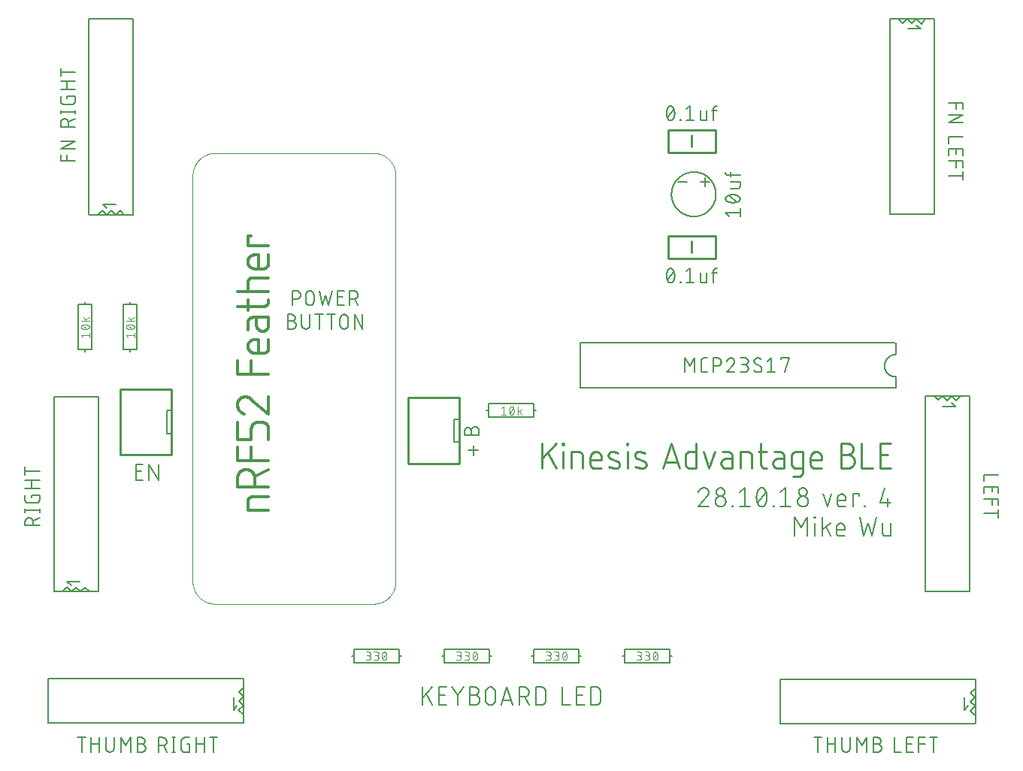
<source format=gto>
G75*
%MOIN*%
%OFA0B0*%
%FSLAX25Y25*%
%IPPOS*%
%LPD*%
%AMOC8*
5,1,8,0,0,1.08239X$1,22.5*
%
%ADD10C,0.00300*%
%ADD11C,0.00600*%
%ADD12C,0.00900*%
%ADD13C,0.00700*%
%ADD14C,0.00800*%
%ADD15C,0.01200*%
%ADD16C,0.00000*%
%ADD17C,0.00500*%
%ADD18C,0.01000*%
%ADD19C,0.00787*%
D10*
X0177051Y0063640D02*
X0178079Y0063640D01*
X0178142Y0063642D01*
X0178205Y0063648D01*
X0178268Y0063658D01*
X0178330Y0063671D01*
X0178391Y0063688D01*
X0178450Y0063709D01*
X0178509Y0063734D01*
X0178565Y0063762D01*
X0178620Y0063794D01*
X0178673Y0063829D01*
X0178723Y0063867D01*
X0178772Y0063908D01*
X0178817Y0063952D01*
X0178860Y0063999D01*
X0178899Y0064048D01*
X0178936Y0064100D01*
X0178969Y0064154D01*
X0178999Y0064210D01*
X0179026Y0064267D01*
X0179049Y0064326D01*
X0179068Y0064387D01*
X0179083Y0064448D01*
X0179095Y0064510D01*
X0179103Y0064573D01*
X0179107Y0064636D01*
X0179107Y0064700D01*
X0179103Y0064763D01*
X0179095Y0064826D01*
X0179083Y0064888D01*
X0179068Y0064949D01*
X0179049Y0065010D01*
X0179026Y0065069D01*
X0178999Y0065126D01*
X0178969Y0065182D01*
X0178936Y0065236D01*
X0178899Y0065288D01*
X0178860Y0065337D01*
X0178817Y0065384D01*
X0178772Y0065428D01*
X0178723Y0065469D01*
X0178673Y0065507D01*
X0178620Y0065542D01*
X0178565Y0065574D01*
X0178509Y0065602D01*
X0178450Y0065627D01*
X0178391Y0065648D01*
X0178330Y0065665D01*
X0178268Y0065678D01*
X0178205Y0065688D01*
X0178142Y0065694D01*
X0178079Y0065696D01*
X0178284Y0065696D02*
X0177462Y0065696D01*
X0178284Y0065696D02*
X0178340Y0065698D01*
X0178396Y0065704D01*
X0178451Y0065713D01*
X0178506Y0065726D01*
X0178559Y0065743D01*
X0178611Y0065764D01*
X0178662Y0065788D01*
X0178711Y0065816D01*
X0178758Y0065846D01*
X0178803Y0065880D01*
X0178845Y0065917D01*
X0178885Y0065957D01*
X0178922Y0065999D01*
X0178956Y0066044D01*
X0178986Y0066091D01*
X0179014Y0066140D01*
X0179038Y0066191D01*
X0179059Y0066243D01*
X0179076Y0066296D01*
X0179089Y0066351D01*
X0179098Y0066406D01*
X0179104Y0066462D01*
X0179106Y0066518D01*
X0179104Y0066574D01*
X0179098Y0066630D01*
X0179089Y0066685D01*
X0179076Y0066740D01*
X0179059Y0066793D01*
X0179038Y0066845D01*
X0179014Y0066896D01*
X0178986Y0066945D01*
X0178956Y0066992D01*
X0178922Y0067037D01*
X0178885Y0067079D01*
X0178845Y0067119D01*
X0178803Y0067156D01*
X0178758Y0067190D01*
X0178711Y0067220D01*
X0178662Y0067248D01*
X0178611Y0067272D01*
X0178559Y0067293D01*
X0178506Y0067310D01*
X0178451Y0067323D01*
X0178396Y0067332D01*
X0178340Y0067338D01*
X0178284Y0067340D01*
X0177051Y0067340D01*
X0180651Y0067340D02*
X0181884Y0067340D01*
X0181940Y0067338D01*
X0181996Y0067332D01*
X0182051Y0067323D01*
X0182106Y0067310D01*
X0182159Y0067293D01*
X0182211Y0067272D01*
X0182262Y0067248D01*
X0182311Y0067220D01*
X0182358Y0067190D01*
X0182403Y0067156D01*
X0182445Y0067119D01*
X0182485Y0067079D01*
X0182522Y0067037D01*
X0182556Y0066992D01*
X0182586Y0066945D01*
X0182614Y0066896D01*
X0182638Y0066845D01*
X0182659Y0066793D01*
X0182676Y0066740D01*
X0182689Y0066685D01*
X0182698Y0066630D01*
X0182704Y0066574D01*
X0182706Y0066518D01*
X0182704Y0066462D01*
X0182698Y0066406D01*
X0182689Y0066351D01*
X0182676Y0066296D01*
X0182659Y0066243D01*
X0182638Y0066191D01*
X0182614Y0066140D01*
X0182586Y0066091D01*
X0182556Y0066044D01*
X0182522Y0065999D01*
X0182485Y0065957D01*
X0182445Y0065917D01*
X0182403Y0065880D01*
X0182358Y0065846D01*
X0182311Y0065816D01*
X0182262Y0065788D01*
X0182211Y0065764D01*
X0182159Y0065743D01*
X0182106Y0065726D01*
X0182051Y0065713D01*
X0181996Y0065704D01*
X0181940Y0065698D01*
X0181884Y0065696D01*
X0181062Y0065696D01*
X0181679Y0065696D02*
X0181742Y0065694D01*
X0181805Y0065688D01*
X0181868Y0065678D01*
X0181930Y0065665D01*
X0181991Y0065648D01*
X0182050Y0065627D01*
X0182109Y0065602D01*
X0182165Y0065574D01*
X0182220Y0065542D01*
X0182273Y0065507D01*
X0182323Y0065469D01*
X0182372Y0065428D01*
X0182417Y0065384D01*
X0182460Y0065337D01*
X0182499Y0065288D01*
X0182536Y0065236D01*
X0182569Y0065182D01*
X0182599Y0065126D01*
X0182626Y0065069D01*
X0182649Y0065010D01*
X0182668Y0064949D01*
X0182683Y0064888D01*
X0182695Y0064826D01*
X0182703Y0064763D01*
X0182707Y0064700D01*
X0182707Y0064636D01*
X0182703Y0064573D01*
X0182695Y0064510D01*
X0182683Y0064448D01*
X0182668Y0064387D01*
X0182649Y0064326D01*
X0182626Y0064267D01*
X0182599Y0064210D01*
X0182569Y0064154D01*
X0182536Y0064100D01*
X0182499Y0064048D01*
X0182460Y0063999D01*
X0182417Y0063952D01*
X0182372Y0063908D01*
X0182323Y0063867D01*
X0182273Y0063829D01*
X0182220Y0063794D01*
X0182165Y0063762D01*
X0182109Y0063734D01*
X0182050Y0063709D01*
X0181991Y0063688D01*
X0181930Y0063671D01*
X0181868Y0063658D01*
X0181805Y0063648D01*
X0181742Y0063642D01*
X0181679Y0063640D01*
X0180651Y0063640D01*
X0185998Y0064154D02*
X0186043Y0064250D01*
X0186084Y0064348D01*
X0186122Y0064448D01*
X0186157Y0064548D01*
X0186188Y0064650D01*
X0186216Y0064753D01*
X0186239Y0064856D01*
X0186260Y0064961D01*
X0186276Y0065066D01*
X0186289Y0065171D01*
X0186299Y0065277D01*
X0186304Y0065384D01*
X0186306Y0065490D01*
X0184251Y0065490D02*
X0184253Y0065596D01*
X0184258Y0065703D01*
X0184268Y0065809D01*
X0184281Y0065914D01*
X0184297Y0066019D01*
X0184318Y0066124D01*
X0184341Y0066227D01*
X0184369Y0066330D01*
X0184400Y0066432D01*
X0184435Y0066532D01*
X0184473Y0066632D01*
X0184514Y0066730D01*
X0184559Y0066826D01*
X0185279Y0067341D02*
X0185331Y0067339D01*
X0185384Y0067334D01*
X0185435Y0067325D01*
X0185486Y0067312D01*
X0185536Y0067296D01*
X0185585Y0067277D01*
X0185632Y0067254D01*
X0185678Y0067228D01*
X0185721Y0067199D01*
X0185763Y0067167D01*
X0185802Y0067133D01*
X0185839Y0067095D01*
X0185873Y0067055D01*
X0185905Y0067013D01*
X0185933Y0066969D01*
X0185958Y0066923D01*
X0185980Y0066876D01*
X0185999Y0066827D01*
X0186101Y0066518D02*
X0184457Y0064462D01*
X0185279Y0063640D02*
X0185331Y0063642D01*
X0185384Y0063647D01*
X0185435Y0063656D01*
X0185486Y0063669D01*
X0185536Y0063685D01*
X0185585Y0063704D01*
X0185632Y0063727D01*
X0185678Y0063753D01*
X0185721Y0063782D01*
X0185763Y0063814D01*
X0185802Y0063848D01*
X0185839Y0063886D01*
X0185873Y0063926D01*
X0185905Y0063968D01*
X0185933Y0064012D01*
X0185958Y0064058D01*
X0185980Y0064105D01*
X0185999Y0064154D01*
X0185279Y0063640D02*
X0185227Y0063642D01*
X0185174Y0063647D01*
X0185123Y0063656D01*
X0185072Y0063669D01*
X0185022Y0063685D01*
X0184973Y0063704D01*
X0184926Y0063727D01*
X0184880Y0063753D01*
X0184837Y0063782D01*
X0184795Y0063814D01*
X0184756Y0063848D01*
X0184719Y0063886D01*
X0184685Y0063926D01*
X0184653Y0063968D01*
X0184625Y0064012D01*
X0184600Y0064058D01*
X0184578Y0064105D01*
X0184559Y0064154D01*
X0186306Y0065490D02*
X0186304Y0065596D01*
X0186299Y0065703D01*
X0186289Y0065809D01*
X0186276Y0065914D01*
X0186260Y0066019D01*
X0186239Y0066124D01*
X0186216Y0066227D01*
X0186188Y0066330D01*
X0186157Y0066432D01*
X0186122Y0066532D01*
X0186084Y0066632D01*
X0186043Y0066730D01*
X0185998Y0066826D01*
X0185279Y0067341D02*
X0185227Y0067339D01*
X0185174Y0067334D01*
X0185123Y0067325D01*
X0185072Y0067312D01*
X0185022Y0067296D01*
X0184973Y0067277D01*
X0184926Y0067254D01*
X0184880Y0067228D01*
X0184837Y0067199D01*
X0184795Y0067167D01*
X0184756Y0067133D01*
X0184719Y0067095D01*
X0184685Y0067055D01*
X0184653Y0067013D01*
X0184625Y0066969D01*
X0184600Y0066923D01*
X0184578Y0066876D01*
X0184559Y0066827D01*
X0184251Y0065490D02*
X0184253Y0065384D01*
X0184258Y0065277D01*
X0184268Y0065171D01*
X0184281Y0065066D01*
X0184297Y0064961D01*
X0184318Y0064856D01*
X0184341Y0064753D01*
X0184369Y0064650D01*
X0184400Y0064548D01*
X0184435Y0064448D01*
X0184473Y0064348D01*
X0184514Y0064250D01*
X0184559Y0064154D01*
X0217248Y0063640D02*
X0218276Y0063640D01*
X0218339Y0063642D01*
X0218402Y0063648D01*
X0218465Y0063658D01*
X0218527Y0063671D01*
X0218588Y0063688D01*
X0218647Y0063709D01*
X0218706Y0063734D01*
X0218762Y0063762D01*
X0218817Y0063794D01*
X0218870Y0063829D01*
X0218920Y0063867D01*
X0218969Y0063908D01*
X0219014Y0063952D01*
X0219057Y0063999D01*
X0219096Y0064048D01*
X0219133Y0064100D01*
X0219166Y0064154D01*
X0219196Y0064210D01*
X0219223Y0064267D01*
X0219246Y0064326D01*
X0219265Y0064387D01*
X0219280Y0064448D01*
X0219292Y0064510D01*
X0219300Y0064573D01*
X0219304Y0064636D01*
X0219304Y0064700D01*
X0219300Y0064763D01*
X0219292Y0064826D01*
X0219280Y0064888D01*
X0219265Y0064949D01*
X0219246Y0065010D01*
X0219223Y0065069D01*
X0219196Y0065126D01*
X0219166Y0065182D01*
X0219133Y0065236D01*
X0219096Y0065288D01*
X0219057Y0065337D01*
X0219014Y0065384D01*
X0218969Y0065428D01*
X0218920Y0065469D01*
X0218870Y0065507D01*
X0218817Y0065542D01*
X0218762Y0065574D01*
X0218706Y0065602D01*
X0218647Y0065627D01*
X0218588Y0065648D01*
X0218527Y0065665D01*
X0218465Y0065678D01*
X0218402Y0065688D01*
X0218339Y0065694D01*
X0218276Y0065696D01*
X0218481Y0065696D02*
X0217659Y0065696D01*
X0218481Y0065696D02*
X0218537Y0065698D01*
X0218593Y0065704D01*
X0218648Y0065713D01*
X0218703Y0065726D01*
X0218756Y0065743D01*
X0218808Y0065764D01*
X0218859Y0065788D01*
X0218908Y0065816D01*
X0218955Y0065846D01*
X0219000Y0065880D01*
X0219042Y0065917D01*
X0219082Y0065957D01*
X0219119Y0065999D01*
X0219153Y0066044D01*
X0219183Y0066091D01*
X0219211Y0066140D01*
X0219235Y0066191D01*
X0219256Y0066243D01*
X0219273Y0066296D01*
X0219286Y0066351D01*
X0219295Y0066406D01*
X0219301Y0066462D01*
X0219303Y0066518D01*
X0219301Y0066574D01*
X0219295Y0066630D01*
X0219286Y0066685D01*
X0219273Y0066740D01*
X0219256Y0066793D01*
X0219235Y0066845D01*
X0219211Y0066896D01*
X0219183Y0066945D01*
X0219153Y0066992D01*
X0219119Y0067037D01*
X0219082Y0067079D01*
X0219042Y0067119D01*
X0219000Y0067156D01*
X0218955Y0067190D01*
X0218908Y0067220D01*
X0218859Y0067248D01*
X0218808Y0067272D01*
X0218756Y0067293D01*
X0218703Y0067310D01*
X0218648Y0067323D01*
X0218593Y0067332D01*
X0218537Y0067338D01*
X0218481Y0067340D01*
X0217248Y0067340D01*
X0220848Y0067340D02*
X0222081Y0067340D01*
X0222137Y0067338D01*
X0222193Y0067332D01*
X0222248Y0067323D01*
X0222303Y0067310D01*
X0222356Y0067293D01*
X0222408Y0067272D01*
X0222459Y0067248D01*
X0222508Y0067220D01*
X0222555Y0067190D01*
X0222600Y0067156D01*
X0222642Y0067119D01*
X0222682Y0067079D01*
X0222719Y0067037D01*
X0222753Y0066992D01*
X0222783Y0066945D01*
X0222811Y0066896D01*
X0222835Y0066845D01*
X0222856Y0066793D01*
X0222873Y0066740D01*
X0222886Y0066685D01*
X0222895Y0066630D01*
X0222901Y0066574D01*
X0222903Y0066518D01*
X0222901Y0066462D01*
X0222895Y0066406D01*
X0222886Y0066351D01*
X0222873Y0066296D01*
X0222856Y0066243D01*
X0222835Y0066191D01*
X0222811Y0066140D01*
X0222783Y0066091D01*
X0222753Y0066044D01*
X0222719Y0065999D01*
X0222682Y0065957D01*
X0222642Y0065917D01*
X0222600Y0065880D01*
X0222555Y0065846D01*
X0222508Y0065816D01*
X0222459Y0065788D01*
X0222408Y0065764D01*
X0222356Y0065743D01*
X0222303Y0065726D01*
X0222248Y0065713D01*
X0222193Y0065704D01*
X0222137Y0065698D01*
X0222081Y0065696D01*
X0221259Y0065696D01*
X0221876Y0065696D02*
X0221939Y0065694D01*
X0222002Y0065688D01*
X0222065Y0065678D01*
X0222127Y0065665D01*
X0222188Y0065648D01*
X0222247Y0065627D01*
X0222306Y0065602D01*
X0222362Y0065574D01*
X0222417Y0065542D01*
X0222470Y0065507D01*
X0222520Y0065469D01*
X0222569Y0065428D01*
X0222614Y0065384D01*
X0222657Y0065337D01*
X0222696Y0065288D01*
X0222733Y0065236D01*
X0222766Y0065182D01*
X0222796Y0065126D01*
X0222823Y0065069D01*
X0222846Y0065010D01*
X0222865Y0064949D01*
X0222880Y0064888D01*
X0222892Y0064826D01*
X0222900Y0064763D01*
X0222904Y0064700D01*
X0222904Y0064636D01*
X0222900Y0064573D01*
X0222892Y0064510D01*
X0222880Y0064448D01*
X0222865Y0064387D01*
X0222846Y0064326D01*
X0222823Y0064267D01*
X0222796Y0064210D01*
X0222766Y0064154D01*
X0222733Y0064100D01*
X0222696Y0064048D01*
X0222657Y0063999D01*
X0222614Y0063952D01*
X0222569Y0063908D01*
X0222520Y0063867D01*
X0222470Y0063829D01*
X0222417Y0063794D01*
X0222362Y0063762D01*
X0222306Y0063734D01*
X0222247Y0063709D01*
X0222188Y0063688D01*
X0222127Y0063671D01*
X0222065Y0063658D01*
X0222002Y0063648D01*
X0221939Y0063642D01*
X0221876Y0063640D01*
X0220848Y0063640D01*
X0226195Y0064154D02*
X0226240Y0064250D01*
X0226281Y0064348D01*
X0226319Y0064448D01*
X0226354Y0064548D01*
X0226385Y0064650D01*
X0226413Y0064753D01*
X0226436Y0064856D01*
X0226457Y0064961D01*
X0226473Y0065066D01*
X0226486Y0065171D01*
X0226496Y0065277D01*
X0226501Y0065384D01*
X0226503Y0065490D01*
X0224448Y0065490D02*
X0224450Y0065596D01*
X0224455Y0065703D01*
X0224465Y0065809D01*
X0224478Y0065914D01*
X0224494Y0066019D01*
X0224515Y0066124D01*
X0224538Y0066227D01*
X0224566Y0066330D01*
X0224597Y0066432D01*
X0224632Y0066532D01*
X0224670Y0066632D01*
X0224711Y0066730D01*
X0224756Y0066826D01*
X0225476Y0067341D02*
X0225528Y0067339D01*
X0225581Y0067334D01*
X0225632Y0067325D01*
X0225683Y0067312D01*
X0225733Y0067296D01*
X0225782Y0067277D01*
X0225829Y0067254D01*
X0225875Y0067228D01*
X0225918Y0067199D01*
X0225960Y0067167D01*
X0225999Y0067133D01*
X0226036Y0067095D01*
X0226070Y0067055D01*
X0226102Y0067013D01*
X0226130Y0066969D01*
X0226155Y0066923D01*
X0226177Y0066876D01*
X0226196Y0066827D01*
X0226298Y0066518D02*
X0224653Y0064462D01*
X0225476Y0063640D02*
X0225528Y0063642D01*
X0225581Y0063647D01*
X0225632Y0063656D01*
X0225683Y0063669D01*
X0225733Y0063685D01*
X0225782Y0063704D01*
X0225829Y0063727D01*
X0225875Y0063753D01*
X0225918Y0063782D01*
X0225960Y0063814D01*
X0225999Y0063848D01*
X0226036Y0063886D01*
X0226070Y0063926D01*
X0226102Y0063968D01*
X0226130Y0064012D01*
X0226155Y0064058D01*
X0226177Y0064105D01*
X0226196Y0064154D01*
X0225476Y0063640D02*
X0225424Y0063642D01*
X0225371Y0063647D01*
X0225320Y0063656D01*
X0225269Y0063669D01*
X0225219Y0063685D01*
X0225170Y0063704D01*
X0225123Y0063727D01*
X0225077Y0063753D01*
X0225034Y0063782D01*
X0224992Y0063814D01*
X0224953Y0063848D01*
X0224916Y0063886D01*
X0224882Y0063926D01*
X0224850Y0063968D01*
X0224822Y0064012D01*
X0224797Y0064058D01*
X0224775Y0064105D01*
X0224756Y0064154D01*
X0226503Y0065490D02*
X0226501Y0065596D01*
X0226496Y0065703D01*
X0226486Y0065809D01*
X0226473Y0065914D01*
X0226457Y0066019D01*
X0226436Y0066124D01*
X0226413Y0066227D01*
X0226385Y0066330D01*
X0226354Y0066432D01*
X0226319Y0066532D01*
X0226281Y0066632D01*
X0226240Y0066730D01*
X0226195Y0066826D01*
X0225476Y0067341D02*
X0225424Y0067339D01*
X0225371Y0067334D01*
X0225320Y0067325D01*
X0225269Y0067312D01*
X0225219Y0067296D01*
X0225170Y0067277D01*
X0225123Y0067254D01*
X0225077Y0067228D01*
X0225034Y0067199D01*
X0224992Y0067167D01*
X0224953Y0067133D01*
X0224916Y0067095D01*
X0224882Y0067055D01*
X0224850Y0067013D01*
X0224822Y0066969D01*
X0224797Y0066923D01*
X0224775Y0066876D01*
X0224756Y0066827D01*
X0224448Y0065490D02*
X0224450Y0065384D01*
X0224455Y0065277D01*
X0224465Y0065171D01*
X0224478Y0065066D01*
X0224494Y0064961D01*
X0224515Y0064856D01*
X0224538Y0064753D01*
X0224566Y0064650D01*
X0224597Y0064548D01*
X0224632Y0064448D01*
X0224670Y0064348D01*
X0224711Y0064250D01*
X0224756Y0064154D01*
X0257012Y0063640D02*
X0258039Y0063640D01*
X0258102Y0063642D01*
X0258165Y0063648D01*
X0258228Y0063658D01*
X0258290Y0063671D01*
X0258351Y0063688D01*
X0258410Y0063709D01*
X0258469Y0063734D01*
X0258525Y0063762D01*
X0258580Y0063794D01*
X0258633Y0063829D01*
X0258683Y0063867D01*
X0258732Y0063908D01*
X0258777Y0063952D01*
X0258820Y0063999D01*
X0258859Y0064048D01*
X0258896Y0064100D01*
X0258929Y0064154D01*
X0258959Y0064210D01*
X0258986Y0064267D01*
X0259009Y0064326D01*
X0259028Y0064387D01*
X0259043Y0064448D01*
X0259055Y0064510D01*
X0259063Y0064573D01*
X0259067Y0064636D01*
X0259067Y0064700D01*
X0259063Y0064763D01*
X0259055Y0064826D01*
X0259043Y0064888D01*
X0259028Y0064949D01*
X0259009Y0065010D01*
X0258986Y0065069D01*
X0258959Y0065126D01*
X0258929Y0065182D01*
X0258896Y0065236D01*
X0258859Y0065288D01*
X0258820Y0065337D01*
X0258777Y0065384D01*
X0258732Y0065428D01*
X0258683Y0065469D01*
X0258633Y0065507D01*
X0258580Y0065542D01*
X0258525Y0065574D01*
X0258469Y0065602D01*
X0258410Y0065627D01*
X0258351Y0065648D01*
X0258290Y0065665D01*
X0258228Y0065678D01*
X0258165Y0065688D01*
X0258102Y0065694D01*
X0258039Y0065696D01*
X0258245Y0065696D02*
X0257423Y0065696D01*
X0258245Y0065696D02*
X0258301Y0065698D01*
X0258357Y0065704D01*
X0258412Y0065713D01*
X0258467Y0065726D01*
X0258520Y0065743D01*
X0258572Y0065764D01*
X0258623Y0065788D01*
X0258672Y0065816D01*
X0258719Y0065846D01*
X0258764Y0065880D01*
X0258806Y0065917D01*
X0258846Y0065957D01*
X0258883Y0065999D01*
X0258917Y0066044D01*
X0258947Y0066091D01*
X0258975Y0066140D01*
X0258999Y0066191D01*
X0259020Y0066243D01*
X0259037Y0066296D01*
X0259050Y0066351D01*
X0259059Y0066406D01*
X0259065Y0066462D01*
X0259067Y0066518D01*
X0259065Y0066574D01*
X0259059Y0066630D01*
X0259050Y0066685D01*
X0259037Y0066740D01*
X0259020Y0066793D01*
X0258999Y0066845D01*
X0258975Y0066896D01*
X0258947Y0066945D01*
X0258917Y0066992D01*
X0258883Y0067037D01*
X0258846Y0067079D01*
X0258806Y0067119D01*
X0258764Y0067156D01*
X0258719Y0067190D01*
X0258672Y0067220D01*
X0258623Y0067248D01*
X0258572Y0067272D01*
X0258520Y0067293D01*
X0258467Y0067310D01*
X0258412Y0067323D01*
X0258357Y0067332D01*
X0258301Y0067338D01*
X0258245Y0067340D01*
X0257012Y0067340D01*
X0260612Y0067340D02*
X0261845Y0067340D01*
X0261901Y0067338D01*
X0261957Y0067332D01*
X0262012Y0067323D01*
X0262067Y0067310D01*
X0262120Y0067293D01*
X0262172Y0067272D01*
X0262223Y0067248D01*
X0262272Y0067220D01*
X0262319Y0067190D01*
X0262364Y0067156D01*
X0262406Y0067119D01*
X0262446Y0067079D01*
X0262483Y0067037D01*
X0262517Y0066992D01*
X0262547Y0066945D01*
X0262575Y0066896D01*
X0262599Y0066845D01*
X0262620Y0066793D01*
X0262637Y0066740D01*
X0262650Y0066685D01*
X0262659Y0066630D01*
X0262665Y0066574D01*
X0262667Y0066518D01*
X0262665Y0066462D01*
X0262659Y0066406D01*
X0262650Y0066351D01*
X0262637Y0066296D01*
X0262620Y0066243D01*
X0262599Y0066191D01*
X0262575Y0066140D01*
X0262547Y0066091D01*
X0262517Y0066044D01*
X0262483Y0065999D01*
X0262446Y0065957D01*
X0262406Y0065917D01*
X0262364Y0065880D01*
X0262319Y0065846D01*
X0262272Y0065816D01*
X0262223Y0065788D01*
X0262172Y0065764D01*
X0262120Y0065743D01*
X0262067Y0065726D01*
X0262012Y0065713D01*
X0261957Y0065704D01*
X0261901Y0065698D01*
X0261845Y0065696D01*
X0261023Y0065696D01*
X0261639Y0065696D02*
X0261702Y0065694D01*
X0261765Y0065688D01*
X0261828Y0065678D01*
X0261890Y0065665D01*
X0261951Y0065648D01*
X0262010Y0065627D01*
X0262069Y0065602D01*
X0262125Y0065574D01*
X0262180Y0065542D01*
X0262233Y0065507D01*
X0262283Y0065469D01*
X0262332Y0065428D01*
X0262377Y0065384D01*
X0262420Y0065337D01*
X0262459Y0065288D01*
X0262496Y0065236D01*
X0262529Y0065182D01*
X0262559Y0065126D01*
X0262586Y0065069D01*
X0262609Y0065010D01*
X0262628Y0064949D01*
X0262643Y0064888D01*
X0262655Y0064826D01*
X0262663Y0064763D01*
X0262667Y0064700D01*
X0262667Y0064636D01*
X0262663Y0064573D01*
X0262655Y0064510D01*
X0262643Y0064448D01*
X0262628Y0064387D01*
X0262609Y0064326D01*
X0262586Y0064267D01*
X0262559Y0064210D01*
X0262529Y0064154D01*
X0262496Y0064100D01*
X0262459Y0064048D01*
X0262420Y0063999D01*
X0262377Y0063952D01*
X0262332Y0063908D01*
X0262283Y0063867D01*
X0262233Y0063829D01*
X0262180Y0063794D01*
X0262125Y0063762D01*
X0262069Y0063734D01*
X0262010Y0063709D01*
X0261951Y0063688D01*
X0261890Y0063671D01*
X0261828Y0063658D01*
X0261765Y0063648D01*
X0261702Y0063642D01*
X0261639Y0063640D01*
X0260612Y0063640D01*
X0265959Y0064154D02*
X0266004Y0064250D01*
X0266045Y0064348D01*
X0266083Y0064448D01*
X0266118Y0064548D01*
X0266149Y0064650D01*
X0266177Y0064753D01*
X0266200Y0064856D01*
X0266221Y0064961D01*
X0266237Y0065066D01*
X0266250Y0065171D01*
X0266260Y0065277D01*
X0266265Y0065384D01*
X0266267Y0065490D01*
X0264212Y0065490D02*
X0264214Y0065596D01*
X0264219Y0065703D01*
X0264229Y0065809D01*
X0264242Y0065914D01*
X0264258Y0066019D01*
X0264279Y0066124D01*
X0264302Y0066227D01*
X0264330Y0066330D01*
X0264361Y0066432D01*
X0264396Y0066532D01*
X0264434Y0066632D01*
X0264475Y0066730D01*
X0264520Y0066826D01*
X0265239Y0067341D02*
X0265291Y0067339D01*
X0265344Y0067334D01*
X0265395Y0067325D01*
X0265446Y0067312D01*
X0265496Y0067296D01*
X0265545Y0067277D01*
X0265592Y0067254D01*
X0265638Y0067228D01*
X0265681Y0067199D01*
X0265723Y0067167D01*
X0265762Y0067133D01*
X0265799Y0067095D01*
X0265833Y0067055D01*
X0265865Y0067013D01*
X0265893Y0066969D01*
X0265918Y0066923D01*
X0265940Y0066876D01*
X0265959Y0066827D01*
X0266062Y0066518D02*
X0264417Y0064462D01*
X0265239Y0063640D02*
X0265291Y0063642D01*
X0265344Y0063647D01*
X0265395Y0063656D01*
X0265446Y0063669D01*
X0265496Y0063685D01*
X0265545Y0063704D01*
X0265592Y0063727D01*
X0265638Y0063753D01*
X0265681Y0063782D01*
X0265723Y0063814D01*
X0265762Y0063848D01*
X0265799Y0063886D01*
X0265833Y0063926D01*
X0265865Y0063968D01*
X0265893Y0064012D01*
X0265918Y0064058D01*
X0265940Y0064105D01*
X0265959Y0064154D01*
X0265239Y0063640D02*
X0265187Y0063642D01*
X0265134Y0063647D01*
X0265083Y0063656D01*
X0265032Y0063669D01*
X0264982Y0063685D01*
X0264933Y0063704D01*
X0264886Y0063727D01*
X0264840Y0063753D01*
X0264797Y0063782D01*
X0264755Y0063814D01*
X0264716Y0063848D01*
X0264679Y0063886D01*
X0264645Y0063926D01*
X0264613Y0063968D01*
X0264585Y0064012D01*
X0264560Y0064058D01*
X0264538Y0064105D01*
X0264519Y0064154D01*
X0266267Y0065490D02*
X0266265Y0065596D01*
X0266260Y0065703D01*
X0266250Y0065809D01*
X0266237Y0065914D01*
X0266221Y0066019D01*
X0266200Y0066124D01*
X0266177Y0066227D01*
X0266149Y0066330D01*
X0266118Y0066432D01*
X0266083Y0066532D01*
X0266045Y0066632D01*
X0266004Y0066730D01*
X0265959Y0066826D01*
X0265239Y0067341D02*
X0265187Y0067339D01*
X0265134Y0067334D01*
X0265083Y0067325D01*
X0265032Y0067312D01*
X0264982Y0067296D01*
X0264933Y0067277D01*
X0264886Y0067254D01*
X0264840Y0067228D01*
X0264797Y0067199D01*
X0264755Y0067167D01*
X0264716Y0067133D01*
X0264679Y0067095D01*
X0264645Y0067055D01*
X0264613Y0067013D01*
X0264585Y0066969D01*
X0264560Y0066923D01*
X0264538Y0066876D01*
X0264519Y0066827D01*
X0264212Y0065490D02*
X0264214Y0065384D01*
X0264219Y0065277D01*
X0264229Y0065171D01*
X0264242Y0065066D01*
X0264258Y0064961D01*
X0264279Y0064856D01*
X0264302Y0064753D01*
X0264330Y0064650D01*
X0264361Y0064548D01*
X0264396Y0064448D01*
X0264434Y0064348D01*
X0264475Y0064250D01*
X0264520Y0064154D01*
X0297169Y0063640D02*
X0298197Y0063640D01*
X0298260Y0063642D01*
X0298323Y0063648D01*
X0298386Y0063658D01*
X0298448Y0063671D01*
X0298509Y0063688D01*
X0298568Y0063709D01*
X0298627Y0063734D01*
X0298683Y0063762D01*
X0298738Y0063794D01*
X0298791Y0063829D01*
X0298841Y0063867D01*
X0298890Y0063908D01*
X0298935Y0063952D01*
X0298978Y0063999D01*
X0299017Y0064048D01*
X0299054Y0064100D01*
X0299087Y0064154D01*
X0299117Y0064210D01*
X0299144Y0064267D01*
X0299167Y0064326D01*
X0299186Y0064387D01*
X0299201Y0064448D01*
X0299213Y0064510D01*
X0299221Y0064573D01*
X0299225Y0064636D01*
X0299225Y0064700D01*
X0299221Y0064763D01*
X0299213Y0064826D01*
X0299201Y0064888D01*
X0299186Y0064949D01*
X0299167Y0065010D01*
X0299144Y0065069D01*
X0299117Y0065126D01*
X0299087Y0065182D01*
X0299054Y0065236D01*
X0299017Y0065288D01*
X0298978Y0065337D01*
X0298935Y0065384D01*
X0298890Y0065428D01*
X0298841Y0065469D01*
X0298791Y0065507D01*
X0298738Y0065542D01*
X0298683Y0065574D01*
X0298627Y0065602D01*
X0298568Y0065627D01*
X0298509Y0065648D01*
X0298448Y0065665D01*
X0298386Y0065678D01*
X0298323Y0065688D01*
X0298260Y0065694D01*
X0298197Y0065696D01*
X0298402Y0065696D02*
X0297580Y0065696D01*
X0298402Y0065696D02*
X0298458Y0065698D01*
X0298514Y0065704D01*
X0298569Y0065713D01*
X0298624Y0065726D01*
X0298677Y0065743D01*
X0298729Y0065764D01*
X0298780Y0065788D01*
X0298829Y0065816D01*
X0298876Y0065846D01*
X0298921Y0065880D01*
X0298963Y0065917D01*
X0299003Y0065957D01*
X0299040Y0065999D01*
X0299074Y0066044D01*
X0299104Y0066091D01*
X0299132Y0066140D01*
X0299156Y0066191D01*
X0299177Y0066243D01*
X0299194Y0066296D01*
X0299207Y0066351D01*
X0299216Y0066406D01*
X0299222Y0066462D01*
X0299224Y0066518D01*
X0299222Y0066574D01*
X0299216Y0066630D01*
X0299207Y0066685D01*
X0299194Y0066740D01*
X0299177Y0066793D01*
X0299156Y0066845D01*
X0299132Y0066896D01*
X0299104Y0066945D01*
X0299074Y0066992D01*
X0299040Y0067037D01*
X0299003Y0067079D01*
X0298963Y0067119D01*
X0298921Y0067156D01*
X0298876Y0067190D01*
X0298829Y0067220D01*
X0298780Y0067248D01*
X0298729Y0067272D01*
X0298677Y0067293D01*
X0298624Y0067310D01*
X0298569Y0067323D01*
X0298514Y0067332D01*
X0298458Y0067338D01*
X0298402Y0067340D01*
X0297169Y0067340D01*
X0300769Y0067340D02*
X0302002Y0067340D01*
X0302058Y0067338D01*
X0302114Y0067332D01*
X0302169Y0067323D01*
X0302224Y0067310D01*
X0302277Y0067293D01*
X0302329Y0067272D01*
X0302380Y0067248D01*
X0302429Y0067220D01*
X0302476Y0067190D01*
X0302521Y0067156D01*
X0302563Y0067119D01*
X0302603Y0067079D01*
X0302640Y0067037D01*
X0302674Y0066992D01*
X0302704Y0066945D01*
X0302732Y0066896D01*
X0302756Y0066845D01*
X0302777Y0066793D01*
X0302794Y0066740D01*
X0302807Y0066685D01*
X0302816Y0066630D01*
X0302822Y0066574D01*
X0302824Y0066518D01*
X0302822Y0066462D01*
X0302816Y0066406D01*
X0302807Y0066351D01*
X0302794Y0066296D01*
X0302777Y0066243D01*
X0302756Y0066191D01*
X0302732Y0066140D01*
X0302704Y0066091D01*
X0302674Y0066044D01*
X0302640Y0065999D01*
X0302603Y0065957D01*
X0302563Y0065917D01*
X0302521Y0065880D01*
X0302476Y0065846D01*
X0302429Y0065816D01*
X0302380Y0065788D01*
X0302329Y0065764D01*
X0302277Y0065743D01*
X0302224Y0065726D01*
X0302169Y0065713D01*
X0302114Y0065704D01*
X0302058Y0065698D01*
X0302002Y0065696D01*
X0301180Y0065696D01*
X0301797Y0065696D02*
X0301860Y0065694D01*
X0301923Y0065688D01*
X0301986Y0065678D01*
X0302048Y0065665D01*
X0302109Y0065648D01*
X0302168Y0065627D01*
X0302227Y0065602D01*
X0302283Y0065574D01*
X0302338Y0065542D01*
X0302391Y0065507D01*
X0302441Y0065469D01*
X0302490Y0065428D01*
X0302535Y0065384D01*
X0302578Y0065337D01*
X0302617Y0065288D01*
X0302654Y0065236D01*
X0302687Y0065182D01*
X0302717Y0065126D01*
X0302744Y0065069D01*
X0302767Y0065010D01*
X0302786Y0064949D01*
X0302801Y0064888D01*
X0302813Y0064826D01*
X0302821Y0064763D01*
X0302825Y0064700D01*
X0302825Y0064636D01*
X0302821Y0064573D01*
X0302813Y0064510D01*
X0302801Y0064448D01*
X0302786Y0064387D01*
X0302767Y0064326D01*
X0302744Y0064267D01*
X0302717Y0064210D01*
X0302687Y0064154D01*
X0302654Y0064100D01*
X0302617Y0064048D01*
X0302578Y0063999D01*
X0302535Y0063952D01*
X0302490Y0063908D01*
X0302441Y0063867D01*
X0302391Y0063829D01*
X0302338Y0063794D01*
X0302283Y0063762D01*
X0302227Y0063734D01*
X0302168Y0063709D01*
X0302109Y0063688D01*
X0302048Y0063671D01*
X0301986Y0063658D01*
X0301923Y0063648D01*
X0301860Y0063642D01*
X0301797Y0063640D01*
X0300769Y0063640D01*
X0306116Y0064154D02*
X0306161Y0064250D01*
X0306202Y0064348D01*
X0306240Y0064448D01*
X0306275Y0064548D01*
X0306306Y0064650D01*
X0306334Y0064753D01*
X0306357Y0064856D01*
X0306378Y0064961D01*
X0306394Y0065066D01*
X0306407Y0065171D01*
X0306417Y0065277D01*
X0306422Y0065384D01*
X0306424Y0065490D01*
X0304369Y0065490D02*
X0304371Y0065596D01*
X0304376Y0065703D01*
X0304386Y0065809D01*
X0304399Y0065914D01*
X0304415Y0066019D01*
X0304436Y0066124D01*
X0304459Y0066227D01*
X0304487Y0066330D01*
X0304518Y0066432D01*
X0304553Y0066532D01*
X0304591Y0066632D01*
X0304632Y0066730D01*
X0304677Y0066826D01*
X0305397Y0067341D02*
X0305449Y0067339D01*
X0305502Y0067334D01*
X0305553Y0067325D01*
X0305604Y0067312D01*
X0305654Y0067296D01*
X0305703Y0067277D01*
X0305750Y0067254D01*
X0305796Y0067228D01*
X0305839Y0067199D01*
X0305881Y0067167D01*
X0305920Y0067133D01*
X0305957Y0067095D01*
X0305991Y0067055D01*
X0306023Y0067013D01*
X0306051Y0066969D01*
X0306076Y0066923D01*
X0306098Y0066876D01*
X0306117Y0066827D01*
X0306219Y0066518D02*
X0304575Y0064462D01*
X0305397Y0063640D02*
X0305449Y0063642D01*
X0305502Y0063647D01*
X0305553Y0063656D01*
X0305604Y0063669D01*
X0305654Y0063685D01*
X0305703Y0063704D01*
X0305750Y0063727D01*
X0305796Y0063753D01*
X0305839Y0063782D01*
X0305881Y0063814D01*
X0305920Y0063848D01*
X0305957Y0063886D01*
X0305991Y0063926D01*
X0306023Y0063968D01*
X0306051Y0064012D01*
X0306076Y0064058D01*
X0306098Y0064105D01*
X0306117Y0064154D01*
X0305397Y0063640D02*
X0305345Y0063642D01*
X0305292Y0063647D01*
X0305241Y0063656D01*
X0305190Y0063669D01*
X0305140Y0063685D01*
X0305091Y0063704D01*
X0305044Y0063727D01*
X0304998Y0063753D01*
X0304955Y0063782D01*
X0304913Y0063814D01*
X0304874Y0063848D01*
X0304837Y0063886D01*
X0304803Y0063926D01*
X0304771Y0063968D01*
X0304743Y0064012D01*
X0304718Y0064058D01*
X0304696Y0064105D01*
X0304677Y0064154D01*
X0306425Y0065490D02*
X0306423Y0065596D01*
X0306418Y0065703D01*
X0306408Y0065809D01*
X0306395Y0065914D01*
X0306379Y0066019D01*
X0306358Y0066124D01*
X0306335Y0066227D01*
X0306307Y0066330D01*
X0306276Y0066432D01*
X0306241Y0066532D01*
X0306203Y0066632D01*
X0306162Y0066730D01*
X0306117Y0066826D01*
X0305397Y0067341D02*
X0305345Y0067339D01*
X0305292Y0067334D01*
X0305241Y0067325D01*
X0305190Y0067312D01*
X0305140Y0067296D01*
X0305091Y0067277D01*
X0305044Y0067254D01*
X0304998Y0067228D01*
X0304955Y0067199D01*
X0304913Y0067167D01*
X0304874Y0067133D01*
X0304837Y0067095D01*
X0304803Y0067055D01*
X0304771Y0067013D01*
X0304743Y0066969D01*
X0304718Y0066923D01*
X0304696Y0066876D01*
X0304677Y0066827D01*
X0304369Y0065490D02*
X0304371Y0065384D01*
X0304376Y0065277D01*
X0304386Y0065171D01*
X0304399Y0065066D01*
X0304415Y0064961D01*
X0304436Y0064856D01*
X0304459Y0064753D01*
X0304487Y0064650D01*
X0304518Y0064548D01*
X0304553Y0064448D01*
X0304591Y0064348D01*
X0304632Y0064250D01*
X0304677Y0064154D01*
X0246086Y0172459D02*
X0245161Y0174206D01*
X0244441Y0173692D02*
X0246086Y0174926D01*
X0244441Y0176159D02*
X0244441Y0172459D01*
X0241022Y0172973D02*
X0240977Y0173069D01*
X0240936Y0173167D01*
X0240898Y0173267D01*
X0240863Y0173367D01*
X0240832Y0173469D01*
X0240804Y0173572D01*
X0240781Y0173675D01*
X0240760Y0173780D01*
X0240744Y0173885D01*
X0240731Y0173990D01*
X0240721Y0174096D01*
X0240716Y0174203D01*
X0240714Y0174309D01*
X0242770Y0174309D02*
X0242768Y0174415D01*
X0242763Y0174522D01*
X0242753Y0174628D01*
X0242740Y0174733D01*
X0242724Y0174838D01*
X0242703Y0174943D01*
X0242680Y0175046D01*
X0242652Y0175149D01*
X0242621Y0175251D01*
X0242586Y0175351D01*
X0242548Y0175451D01*
X0242507Y0175549D01*
X0242462Y0175645D01*
X0242564Y0175337D02*
X0240920Y0173281D01*
X0241742Y0172459D02*
X0241794Y0172461D01*
X0241847Y0172466D01*
X0241898Y0172475D01*
X0241949Y0172488D01*
X0241999Y0172504D01*
X0242048Y0172523D01*
X0242095Y0172546D01*
X0242141Y0172572D01*
X0242184Y0172601D01*
X0242226Y0172633D01*
X0242265Y0172667D01*
X0242302Y0172705D01*
X0242336Y0172745D01*
X0242368Y0172787D01*
X0242396Y0172831D01*
X0242421Y0172877D01*
X0242443Y0172924D01*
X0242462Y0172973D01*
X0241742Y0172459D02*
X0241690Y0172461D01*
X0241637Y0172466D01*
X0241586Y0172475D01*
X0241535Y0172488D01*
X0241485Y0172504D01*
X0241436Y0172523D01*
X0241389Y0172546D01*
X0241343Y0172572D01*
X0241300Y0172601D01*
X0241258Y0172633D01*
X0241219Y0172667D01*
X0241182Y0172705D01*
X0241148Y0172745D01*
X0241116Y0172787D01*
X0241088Y0172831D01*
X0241063Y0172877D01*
X0241041Y0172924D01*
X0241022Y0172973D01*
X0242462Y0172973D02*
X0242507Y0173069D01*
X0242548Y0173167D01*
X0242586Y0173267D01*
X0242621Y0173367D01*
X0242652Y0173469D01*
X0242680Y0173572D01*
X0242703Y0173675D01*
X0242724Y0173780D01*
X0242740Y0173885D01*
X0242753Y0173990D01*
X0242763Y0174096D01*
X0242768Y0174203D01*
X0242770Y0174309D01*
X0240714Y0174309D02*
X0240716Y0174415D01*
X0240721Y0174522D01*
X0240731Y0174628D01*
X0240744Y0174733D01*
X0240760Y0174838D01*
X0240781Y0174943D01*
X0240804Y0175046D01*
X0240832Y0175149D01*
X0240863Y0175251D01*
X0240898Y0175351D01*
X0240936Y0175451D01*
X0240977Y0175549D01*
X0241022Y0175645D01*
X0241742Y0176160D02*
X0241794Y0176158D01*
X0241847Y0176153D01*
X0241898Y0176144D01*
X0241949Y0176131D01*
X0241999Y0176115D01*
X0242048Y0176096D01*
X0242095Y0176073D01*
X0242141Y0176047D01*
X0242184Y0176018D01*
X0242226Y0175986D01*
X0242265Y0175952D01*
X0242302Y0175914D01*
X0242336Y0175874D01*
X0242368Y0175832D01*
X0242396Y0175788D01*
X0242421Y0175742D01*
X0242443Y0175695D01*
X0242462Y0175646D01*
X0241742Y0176160D02*
X0241690Y0176158D01*
X0241637Y0176153D01*
X0241586Y0176144D01*
X0241535Y0176131D01*
X0241485Y0176115D01*
X0241436Y0176096D01*
X0241389Y0176073D01*
X0241343Y0176047D01*
X0241300Y0176018D01*
X0241258Y0175986D01*
X0241219Y0175952D01*
X0241182Y0175914D01*
X0241148Y0175874D01*
X0241116Y0175832D01*
X0241088Y0175788D01*
X0241063Y0175742D01*
X0241041Y0175695D01*
X0241022Y0175646D01*
X0238142Y0176159D02*
X0238142Y0172459D01*
X0237114Y0172459D02*
X0239170Y0172459D01*
X0237114Y0175337D02*
X0238142Y0176159D01*
X0074450Y0206824D02*
X0074450Y0208879D01*
X0074450Y0207851D02*
X0070750Y0207851D01*
X0071572Y0206824D01*
X0072600Y0212479D02*
X0072706Y0212477D01*
X0072813Y0212472D01*
X0072919Y0212462D01*
X0073024Y0212449D01*
X0073129Y0212433D01*
X0073234Y0212412D01*
X0073337Y0212389D01*
X0073440Y0212361D01*
X0073542Y0212330D01*
X0073642Y0212295D01*
X0073742Y0212257D01*
X0073840Y0212216D01*
X0073936Y0212171D01*
X0073985Y0212152D01*
X0074032Y0212130D01*
X0074078Y0212105D01*
X0074122Y0212077D01*
X0074164Y0212045D01*
X0074204Y0212011D01*
X0074242Y0211974D01*
X0074276Y0211935D01*
X0074308Y0211893D01*
X0074337Y0211850D01*
X0074363Y0211804D01*
X0074386Y0211757D01*
X0074405Y0211708D01*
X0074421Y0211658D01*
X0074434Y0211607D01*
X0074443Y0211556D01*
X0074448Y0211503D01*
X0074450Y0211451D01*
X0074448Y0211399D01*
X0074443Y0211346D01*
X0074434Y0211295D01*
X0074421Y0211244D01*
X0074405Y0211194D01*
X0074386Y0211145D01*
X0074363Y0211098D01*
X0074337Y0211052D01*
X0074308Y0211009D01*
X0074276Y0210967D01*
X0074242Y0210928D01*
X0074204Y0210891D01*
X0074164Y0210857D01*
X0074122Y0210825D01*
X0074078Y0210797D01*
X0074032Y0210772D01*
X0073985Y0210750D01*
X0073936Y0210731D01*
X0073628Y0210629D02*
X0071572Y0212273D01*
X0071264Y0212171D02*
X0071215Y0212152D01*
X0071168Y0212130D01*
X0071122Y0212105D01*
X0071078Y0212077D01*
X0071036Y0212045D01*
X0070996Y0212011D01*
X0070958Y0211974D01*
X0070924Y0211935D01*
X0070892Y0211893D01*
X0070863Y0211850D01*
X0070837Y0211804D01*
X0070814Y0211757D01*
X0070795Y0211708D01*
X0070779Y0211658D01*
X0070766Y0211607D01*
X0070757Y0211556D01*
X0070752Y0211503D01*
X0070750Y0211451D01*
X0070752Y0211399D01*
X0070757Y0211346D01*
X0070766Y0211295D01*
X0070779Y0211244D01*
X0070795Y0211194D01*
X0070814Y0211145D01*
X0070837Y0211098D01*
X0070863Y0211052D01*
X0070892Y0211009D01*
X0070924Y0210967D01*
X0070958Y0210928D01*
X0070996Y0210891D01*
X0071036Y0210857D01*
X0071078Y0210825D01*
X0071122Y0210797D01*
X0071168Y0210772D01*
X0071215Y0210750D01*
X0071264Y0210731D01*
X0071264Y0212171D02*
X0071360Y0212216D01*
X0071458Y0212257D01*
X0071558Y0212295D01*
X0071658Y0212330D01*
X0071760Y0212361D01*
X0071863Y0212389D01*
X0071966Y0212412D01*
X0072071Y0212433D01*
X0072176Y0212449D01*
X0072281Y0212462D01*
X0072387Y0212472D01*
X0072494Y0212477D01*
X0072600Y0212479D01*
X0072600Y0210424D02*
X0072494Y0210426D01*
X0072387Y0210431D01*
X0072281Y0210441D01*
X0072176Y0210454D01*
X0072071Y0210470D01*
X0071966Y0210491D01*
X0071863Y0210514D01*
X0071760Y0210542D01*
X0071658Y0210573D01*
X0071558Y0210608D01*
X0071458Y0210646D01*
X0071360Y0210687D01*
X0071264Y0210732D01*
X0072600Y0210424D02*
X0072706Y0210426D01*
X0072813Y0210431D01*
X0072919Y0210441D01*
X0073024Y0210454D01*
X0073129Y0210470D01*
X0073234Y0210491D01*
X0073337Y0210514D01*
X0073440Y0210542D01*
X0073542Y0210573D01*
X0073642Y0210608D01*
X0073742Y0210646D01*
X0073840Y0210687D01*
X0073936Y0210732D01*
X0074450Y0214150D02*
X0070750Y0214150D01*
X0071983Y0215795D02*
X0073217Y0214150D01*
X0072703Y0214870D02*
X0074450Y0215795D01*
X0054450Y0215795D02*
X0052703Y0214870D01*
X0053217Y0214150D02*
X0051983Y0215795D01*
X0050750Y0214150D02*
X0054450Y0214150D01*
X0053936Y0210732D02*
X0053840Y0210687D01*
X0053742Y0210646D01*
X0053642Y0210608D01*
X0053542Y0210573D01*
X0053440Y0210542D01*
X0053337Y0210514D01*
X0053234Y0210491D01*
X0053129Y0210470D01*
X0053024Y0210454D01*
X0052919Y0210441D01*
X0052813Y0210431D01*
X0052706Y0210426D01*
X0052600Y0210424D01*
X0052600Y0212479D02*
X0052494Y0212477D01*
X0052387Y0212472D01*
X0052281Y0212462D01*
X0052176Y0212449D01*
X0052071Y0212433D01*
X0051966Y0212412D01*
X0051863Y0212389D01*
X0051760Y0212361D01*
X0051658Y0212330D01*
X0051558Y0212295D01*
X0051458Y0212257D01*
X0051360Y0212216D01*
X0051264Y0212171D01*
X0051572Y0212273D02*
X0053628Y0210629D01*
X0054450Y0211451D02*
X0054448Y0211503D01*
X0054443Y0211556D01*
X0054434Y0211607D01*
X0054421Y0211658D01*
X0054405Y0211708D01*
X0054386Y0211757D01*
X0054363Y0211804D01*
X0054337Y0211850D01*
X0054308Y0211893D01*
X0054276Y0211935D01*
X0054242Y0211974D01*
X0054204Y0212011D01*
X0054164Y0212045D01*
X0054122Y0212077D01*
X0054078Y0212105D01*
X0054032Y0212130D01*
X0053985Y0212152D01*
X0053936Y0212171D01*
X0054450Y0211451D02*
X0054448Y0211399D01*
X0054443Y0211346D01*
X0054434Y0211295D01*
X0054421Y0211244D01*
X0054405Y0211194D01*
X0054386Y0211145D01*
X0054363Y0211098D01*
X0054337Y0211052D01*
X0054308Y0211009D01*
X0054276Y0210967D01*
X0054242Y0210928D01*
X0054204Y0210891D01*
X0054164Y0210857D01*
X0054122Y0210825D01*
X0054078Y0210797D01*
X0054032Y0210772D01*
X0053985Y0210750D01*
X0053936Y0210731D01*
X0053936Y0212171D02*
X0053840Y0212216D01*
X0053742Y0212257D01*
X0053642Y0212295D01*
X0053542Y0212330D01*
X0053440Y0212361D01*
X0053337Y0212389D01*
X0053234Y0212412D01*
X0053129Y0212433D01*
X0053024Y0212449D01*
X0052919Y0212462D01*
X0052813Y0212472D01*
X0052706Y0212477D01*
X0052600Y0212479D01*
X0052600Y0210424D02*
X0052494Y0210426D01*
X0052387Y0210431D01*
X0052281Y0210441D01*
X0052176Y0210454D01*
X0052071Y0210470D01*
X0051966Y0210491D01*
X0051863Y0210514D01*
X0051760Y0210542D01*
X0051658Y0210573D01*
X0051558Y0210608D01*
X0051458Y0210646D01*
X0051360Y0210687D01*
X0051264Y0210732D01*
X0050750Y0211451D02*
X0050752Y0211503D01*
X0050757Y0211556D01*
X0050766Y0211607D01*
X0050779Y0211658D01*
X0050795Y0211708D01*
X0050814Y0211757D01*
X0050837Y0211804D01*
X0050863Y0211850D01*
X0050892Y0211893D01*
X0050924Y0211935D01*
X0050958Y0211974D01*
X0050996Y0212011D01*
X0051036Y0212045D01*
X0051078Y0212077D01*
X0051122Y0212105D01*
X0051168Y0212130D01*
X0051215Y0212152D01*
X0051264Y0212171D01*
X0050750Y0211451D02*
X0050752Y0211399D01*
X0050757Y0211346D01*
X0050766Y0211295D01*
X0050779Y0211244D01*
X0050795Y0211194D01*
X0050814Y0211145D01*
X0050837Y0211098D01*
X0050863Y0211052D01*
X0050892Y0211009D01*
X0050924Y0210967D01*
X0050958Y0210928D01*
X0050996Y0210891D01*
X0051036Y0210857D01*
X0051078Y0210825D01*
X0051122Y0210797D01*
X0051168Y0210772D01*
X0051215Y0210750D01*
X0051264Y0210731D01*
X0050750Y0207851D02*
X0054450Y0207851D01*
X0054450Y0206824D02*
X0054450Y0208879D01*
X0051572Y0206824D02*
X0050750Y0207851D01*
D11*
X0058415Y0261421D02*
X0058415Y0261521D01*
X0060115Y0263221D01*
X0060215Y0263221D02*
X0062215Y0261221D01*
X0062315Y0261221D01*
X0064215Y0263121D01*
X0066215Y0261121D01*
X0068115Y0263021D01*
X0069915Y0261221D01*
X0066215Y0265821D02*
X0060615Y0265821D01*
X0062315Y0264121D01*
X0048107Y0285003D02*
X0041707Y0285003D01*
X0041707Y0287848D01*
X0041707Y0290325D02*
X0048107Y0293881D01*
X0041707Y0293881D01*
X0041707Y0290325D02*
X0048107Y0290325D01*
X0044552Y0287848D02*
X0044552Y0285003D01*
X0045263Y0300208D02*
X0045263Y0301985D01*
X0045263Y0302341D02*
X0048107Y0303763D01*
X0048107Y0306162D02*
X0048107Y0307584D01*
X0048107Y0306873D02*
X0041707Y0306873D01*
X0041707Y0306162D02*
X0041707Y0307584D01*
X0043129Y0310223D02*
X0046685Y0310223D01*
X0046759Y0310225D01*
X0046834Y0310231D01*
X0046907Y0310241D01*
X0046981Y0310254D01*
X0047053Y0310271D01*
X0047124Y0310293D01*
X0047195Y0310317D01*
X0047263Y0310346D01*
X0047331Y0310378D01*
X0047396Y0310414D01*
X0047459Y0310452D01*
X0047521Y0310495D01*
X0047580Y0310540D01*
X0047637Y0310588D01*
X0047691Y0310639D01*
X0047742Y0310693D01*
X0047790Y0310750D01*
X0047835Y0310809D01*
X0047878Y0310871D01*
X0047916Y0310934D01*
X0047952Y0310999D01*
X0047984Y0311067D01*
X0048013Y0311135D01*
X0048037Y0311206D01*
X0048059Y0311277D01*
X0048076Y0311349D01*
X0048089Y0311423D01*
X0048099Y0311496D01*
X0048105Y0311571D01*
X0048107Y0311645D01*
X0048107Y0313779D01*
X0044552Y0313779D01*
X0044552Y0312712D01*
X0043129Y0310223D02*
X0043055Y0310225D01*
X0042980Y0310231D01*
X0042907Y0310241D01*
X0042833Y0310254D01*
X0042761Y0310271D01*
X0042690Y0310293D01*
X0042619Y0310317D01*
X0042551Y0310346D01*
X0042483Y0310378D01*
X0042418Y0310414D01*
X0042355Y0310452D01*
X0042293Y0310495D01*
X0042234Y0310540D01*
X0042178Y0310588D01*
X0042124Y0310639D01*
X0042072Y0310693D01*
X0042024Y0310750D01*
X0041979Y0310809D01*
X0041936Y0310871D01*
X0041898Y0310934D01*
X0041862Y0310999D01*
X0041830Y0311067D01*
X0041801Y0311135D01*
X0041777Y0311206D01*
X0041755Y0311277D01*
X0041738Y0311349D01*
X0041725Y0311423D01*
X0041715Y0311496D01*
X0041709Y0311571D01*
X0041707Y0311645D01*
X0041707Y0313779D01*
X0041707Y0316788D02*
X0048107Y0316788D01*
X0048107Y0320343D02*
X0041707Y0320343D01*
X0041707Y0322736D02*
X0041707Y0326292D01*
X0041707Y0324514D02*
X0048107Y0324514D01*
X0044552Y0320343D02*
X0044552Y0316788D01*
X0045263Y0301985D02*
X0045261Y0302068D01*
X0045255Y0302151D01*
X0045245Y0302234D01*
X0045232Y0302317D01*
X0045214Y0302398D01*
X0045193Y0302479D01*
X0045168Y0302558D01*
X0045139Y0302636D01*
X0045107Y0302713D01*
X0045071Y0302788D01*
X0045032Y0302862D01*
X0044989Y0302933D01*
X0044943Y0303003D01*
X0044893Y0303070D01*
X0044841Y0303135D01*
X0044786Y0303197D01*
X0044727Y0303257D01*
X0044666Y0303314D01*
X0044603Y0303368D01*
X0044537Y0303419D01*
X0044468Y0303466D01*
X0044398Y0303511D01*
X0044325Y0303552D01*
X0044251Y0303589D01*
X0044175Y0303624D01*
X0044097Y0303654D01*
X0044019Y0303681D01*
X0043938Y0303704D01*
X0043857Y0303724D01*
X0043775Y0303739D01*
X0043693Y0303751D01*
X0043610Y0303759D01*
X0043527Y0303763D01*
X0043443Y0303763D01*
X0043360Y0303759D01*
X0043277Y0303751D01*
X0043195Y0303739D01*
X0043113Y0303724D01*
X0043032Y0303704D01*
X0042951Y0303681D01*
X0042873Y0303654D01*
X0042795Y0303624D01*
X0042719Y0303589D01*
X0042645Y0303552D01*
X0042572Y0303511D01*
X0042502Y0303466D01*
X0042433Y0303419D01*
X0042367Y0303368D01*
X0042304Y0303314D01*
X0042243Y0303257D01*
X0042184Y0303197D01*
X0042129Y0303135D01*
X0042077Y0303070D01*
X0042027Y0303003D01*
X0041981Y0302933D01*
X0041938Y0302862D01*
X0041899Y0302788D01*
X0041863Y0302713D01*
X0041831Y0302636D01*
X0041802Y0302558D01*
X0041777Y0302479D01*
X0041756Y0302398D01*
X0041738Y0302317D01*
X0041725Y0302234D01*
X0041715Y0302151D01*
X0041709Y0302068D01*
X0041707Y0301985D01*
X0041707Y0300208D01*
X0048107Y0300208D01*
X0144608Y0227484D02*
X0146385Y0227484D01*
X0144608Y0227484D02*
X0144608Y0221084D01*
X0144608Y0223928D02*
X0146385Y0223928D01*
X0146468Y0223930D01*
X0146551Y0223936D01*
X0146634Y0223946D01*
X0146717Y0223959D01*
X0146798Y0223977D01*
X0146879Y0223998D01*
X0146958Y0224023D01*
X0147036Y0224052D01*
X0147113Y0224084D01*
X0147188Y0224120D01*
X0147262Y0224159D01*
X0147333Y0224202D01*
X0147403Y0224248D01*
X0147470Y0224298D01*
X0147535Y0224350D01*
X0147597Y0224405D01*
X0147657Y0224464D01*
X0147714Y0224525D01*
X0147768Y0224588D01*
X0147819Y0224654D01*
X0147866Y0224723D01*
X0147911Y0224793D01*
X0147952Y0224866D01*
X0147989Y0224940D01*
X0148024Y0225016D01*
X0148054Y0225094D01*
X0148081Y0225172D01*
X0148104Y0225253D01*
X0148124Y0225334D01*
X0148139Y0225416D01*
X0148151Y0225498D01*
X0148159Y0225581D01*
X0148163Y0225664D01*
X0148163Y0225748D01*
X0148159Y0225831D01*
X0148151Y0225914D01*
X0148139Y0225996D01*
X0148124Y0226078D01*
X0148104Y0226159D01*
X0148081Y0226240D01*
X0148054Y0226318D01*
X0148024Y0226396D01*
X0147989Y0226472D01*
X0147952Y0226546D01*
X0147911Y0226619D01*
X0147866Y0226689D01*
X0147819Y0226758D01*
X0147768Y0226824D01*
X0147714Y0226887D01*
X0147657Y0226948D01*
X0147597Y0227007D01*
X0147535Y0227062D01*
X0147470Y0227114D01*
X0147403Y0227164D01*
X0147333Y0227210D01*
X0147262Y0227253D01*
X0147188Y0227292D01*
X0147113Y0227328D01*
X0147036Y0227360D01*
X0146958Y0227389D01*
X0146879Y0227414D01*
X0146798Y0227435D01*
X0146717Y0227453D01*
X0146634Y0227466D01*
X0146551Y0227476D01*
X0146468Y0227482D01*
X0146385Y0227484D01*
X0150474Y0225706D02*
X0150474Y0222861D01*
X0150473Y0222861D02*
X0150475Y0222778D01*
X0150481Y0222695D01*
X0150491Y0222612D01*
X0150504Y0222529D01*
X0150522Y0222448D01*
X0150543Y0222367D01*
X0150568Y0222288D01*
X0150597Y0222210D01*
X0150629Y0222133D01*
X0150665Y0222058D01*
X0150704Y0221984D01*
X0150747Y0221913D01*
X0150793Y0221843D01*
X0150843Y0221776D01*
X0150895Y0221711D01*
X0150950Y0221649D01*
X0151009Y0221589D01*
X0151070Y0221532D01*
X0151133Y0221478D01*
X0151199Y0221427D01*
X0151268Y0221380D01*
X0151338Y0221335D01*
X0151411Y0221294D01*
X0151485Y0221257D01*
X0151561Y0221222D01*
X0151639Y0221192D01*
X0151717Y0221165D01*
X0151798Y0221142D01*
X0151879Y0221122D01*
X0151961Y0221107D01*
X0152043Y0221095D01*
X0152126Y0221087D01*
X0152209Y0221083D01*
X0152293Y0221083D01*
X0152376Y0221087D01*
X0152459Y0221095D01*
X0152541Y0221107D01*
X0152623Y0221122D01*
X0152704Y0221142D01*
X0152785Y0221165D01*
X0152863Y0221192D01*
X0152941Y0221222D01*
X0153017Y0221257D01*
X0153091Y0221294D01*
X0153164Y0221335D01*
X0153234Y0221380D01*
X0153303Y0221427D01*
X0153369Y0221478D01*
X0153432Y0221532D01*
X0153493Y0221589D01*
X0153552Y0221649D01*
X0153607Y0221711D01*
X0153659Y0221776D01*
X0153709Y0221843D01*
X0153755Y0221913D01*
X0153798Y0221984D01*
X0153837Y0222058D01*
X0153873Y0222133D01*
X0153905Y0222210D01*
X0153934Y0222288D01*
X0153959Y0222367D01*
X0153980Y0222448D01*
X0153998Y0222529D01*
X0154011Y0222612D01*
X0154021Y0222695D01*
X0154027Y0222778D01*
X0154029Y0222861D01*
X0154029Y0225706D01*
X0154027Y0225789D01*
X0154021Y0225872D01*
X0154011Y0225955D01*
X0153998Y0226038D01*
X0153980Y0226119D01*
X0153959Y0226200D01*
X0153934Y0226279D01*
X0153905Y0226357D01*
X0153873Y0226434D01*
X0153837Y0226509D01*
X0153798Y0226583D01*
X0153755Y0226654D01*
X0153709Y0226724D01*
X0153659Y0226791D01*
X0153607Y0226856D01*
X0153552Y0226918D01*
X0153493Y0226978D01*
X0153432Y0227035D01*
X0153369Y0227089D01*
X0153303Y0227140D01*
X0153234Y0227187D01*
X0153164Y0227232D01*
X0153091Y0227273D01*
X0153017Y0227310D01*
X0152941Y0227345D01*
X0152863Y0227375D01*
X0152785Y0227402D01*
X0152704Y0227425D01*
X0152623Y0227445D01*
X0152541Y0227460D01*
X0152459Y0227472D01*
X0152376Y0227480D01*
X0152293Y0227484D01*
X0152209Y0227484D01*
X0152126Y0227480D01*
X0152043Y0227472D01*
X0151961Y0227460D01*
X0151879Y0227445D01*
X0151798Y0227425D01*
X0151717Y0227402D01*
X0151639Y0227375D01*
X0151561Y0227345D01*
X0151485Y0227310D01*
X0151411Y0227273D01*
X0151338Y0227232D01*
X0151268Y0227187D01*
X0151199Y0227140D01*
X0151133Y0227089D01*
X0151070Y0227035D01*
X0151009Y0226978D01*
X0150950Y0226918D01*
X0150895Y0226856D01*
X0150843Y0226791D01*
X0150793Y0226724D01*
X0150747Y0226654D01*
X0150704Y0226583D01*
X0150665Y0226509D01*
X0150629Y0226434D01*
X0150597Y0226357D01*
X0150568Y0226279D01*
X0150543Y0226200D01*
X0150522Y0226119D01*
X0150504Y0226038D01*
X0150491Y0225955D01*
X0150481Y0225872D01*
X0150475Y0225789D01*
X0150473Y0225706D01*
X0156381Y0227484D02*
X0157804Y0221084D01*
X0159226Y0225350D01*
X0160648Y0221084D01*
X0162070Y0227484D01*
X0164640Y0227484D02*
X0167484Y0227484D01*
X0169997Y0227484D02*
X0171775Y0227484D01*
X0169997Y0227484D02*
X0169997Y0221084D01*
X0167484Y0221084D02*
X0164640Y0221084D01*
X0164640Y0227484D01*
X0164640Y0224639D02*
X0166773Y0224639D01*
X0169997Y0223928D02*
X0171775Y0223928D01*
X0172131Y0223928D02*
X0173553Y0221084D01*
X0172031Y0216984D02*
X0175586Y0210584D01*
X0175586Y0216984D01*
X0172031Y0216984D02*
X0172031Y0210584D01*
X0169227Y0212361D02*
X0169227Y0215206D01*
X0169225Y0215289D01*
X0169219Y0215372D01*
X0169209Y0215455D01*
X0169196Y0215538D01*
X0169178Y0215619D01*
X0169157Y0215700D01*
X0169132Y0215779D01*
X0169103Y0215857D01*
X0169071Y0215934D01*
X0169035Y0216009D01*
X0168996Y0216083D01*
X0168953Y0216154D01*
X0168907Y0216224D01*
X0168857Y0216291D01*
X0168805Y0216356D01*
X0168750Y0216418D01*
X0168691Y0216478D01*
X0168630Y0216535D01*
X0168567Y0216589D01*
X0168501Y0216640D01*
X0168432Y0216687D01*
X0168362Y0216732D01*
X0168289Y0216773D01*
X0168215Y0216810D01*
X0168139Y0216845D01*
X0168061Y0216875D01*
X0167983Y0216902D01*
X0167902Y0216925D01*
X0167821Y0216945D01*
X0167739Y0216960D01*
X0167657Y0216972D01*
X0167574Y0216980D01*
X0167491Y0216984D01*
X0167407Y0216984D01*
X0167324Y0216980D01*
X0167241Y0216972D01*
X0167159Y0216960D01*
X0167077Y0216945D01*
X0166996Y0216925D01*
X0166915Y0216902D01*
X0166837Y0216875D01*
X0166759Y0216845D01*
X0166683Y0216810D01*
X0166609Y0216773D01*
X0166536Y0216732D01*
X0166466Y0216687D01*
X0166397Y0216640D01*
X0166331Y0216589D01*
X0166268Y0216535D01*
X0166207Y0216478D01*
X0166148Y0216418D01*
X0166093Y0216356D01*
X0166041Y0216291D01*
X0165991Y0216224D01*
X0165945Y0216154D01*
X0165902Y0216083D01*
X0165863Y0216009D01*
X0165827Y0215934D01*
X0165795Y0215857D01*
X0165766Y0215779D01*
X0165741Y0215700D01*
X0165720Y0215619D01*
X0165702Y0215538D01*
X0165689Y0215455D01*
X0165679Y0215372D01*
X0165673Y0215289D01*
X0165671Y0215206D01*
X0165672Y0215206D02*
X0165672Y0212361D01*
X0165671Y0212361D02*
X0165673Y0212278D01*
X0165679Y0212195D01*
X0165689Y0212112D01*
X0165702Y0212029D01*
X0165720Y0211948D01*
X0165741Y0211867D01*
X0165766Y0211788D01*
X0165795Y0211710D01*
X0165827Y0211633D01*
X0165863Y0211558D01*
X0165902Y0211484D01*
X0165945Y0211413D01*
X0165991Y0211343D01*
X0166041Y0211276D01*
X0166093Y0211211D01*
X0166148Y0211149D01*
X0166207Y0211089D01*
X0166268Y0211032D01*
X0166331Y0210978D01*
X0166397Y0210927D01*
X0166466Y0210880D01*
X0166536Y0210835D01*
X0166609Y0210794D01*
X0166683Y0210757D01*
X0166759Y0210722D01*
X0166837Y0210692D01*
X0166915Y0210665D01*
X0166996Y0210642D01*
X0167077Y0210622D01*
X0167159Y0210607D01*
X0167241Y0210595D01*
X0167324Y0210587D01*
X0167407Y0210583D01*
X0167491Y0210583D01*
X0167574Y0210587D01*
X0167657Y0210595D01*
X0167739Y0210607D01*
X0167821Y0210622D01*
X0167902Y0210642D01*
X0167983Y0210665D01*
X0168061Y0210692D01*
X0168139Y0210722D01*
X0168215Y0210757D01*
X0168289Y0210794D01*
X0168362Y0210835D01*
X0168432Y0210880D01*
X0168501Y0210927D01*
X0168567Y0210978D01*
X0168630Y0211032D01*
X0168691Y0211089D01*
X0168750Y0211149D01*
X0168805Y0211211D01*
X0168857Y0211276D01*
X0168907Y0211343D01*
X0168953Y0211413D01*
X0168996Y0211484D01*
X0169035Y0211558D01*
X0169071Y0211633D01*
X0169103Y0211710D01*
X0169132Y0211788D01*
X0169157Y0211867D01*
X0169178Y0211948D01*
X0169196Y0212029D01*
X0169209Y0212112D01*
X0169219Y0212195D01*
X0169225Y0212278D01*
X0169227Y0212361D01*
X0161706Y0210584D02*
X0161706Y0216984D01*
X0163483Y0216984D02*
X0159928Y0216984D01*
X0158150Y0216984D02*
X0154594Y0216984D01*
X0156372Y0216984D02*
X0156372Y0210584D01*
X0152201Y0212361D02*
X0152201Y0216984D01*
X0148645Y0216984D02*
X0148645Y0212361D01*
X0148647Y0212278D01*
X0148653Y0212195D01*
X0148663Y0212112D01*
X0148676Y0212029D01*
X0148694Y0211948D01*
X0148715Y0211867D01*
X0148740Y0211788D01*
X0148769Y0211710D01*
X0148801Y0211633D01*
X0148837Y0211558D01*
X0148876Y0211484D01*
X0148919Y0211413D01*
X0148965Y0211343D01*
X0149015Y0211276D01*
X0149067Y0211211D01*
X0149122Y0211149D01*
X0149181Y0211089D01*
X0149242Y0211032D01*
X0149305Y0210978D01*
X0149371Y0210927D01*
X0149440Y0210880D01*
X0149510Y0210835D01*
X0149583Y0210794D01*
X0149657Y0210757D01*
X0149733Y0210722D01*
X0149811Y0210692D01*
X0149889Y0210665D01*
X0149970Y0210642D01*
X0150051Y0210622D01*
X0150133Y0210607D01*
X0150215Y0210595D01*
X0150298Y0210587D01*
X0150381Y0210583D01*
X0150465Y0210583D01*
X0150548Y0210587D01*
X0150631Y0210595D01*
X0150713Y0210607D01*
X0150795Y0210622D01*
X0150876Y0210642D01*
X0150957Y0210665D01*
X0151035Y0210692D01*
X0151113Y0210722D01*
X0151189Y0210757D01*
X0151263Y0210794D01*
X0151336Y0210835D01*
X0151406Y0210880D01*
X0151475Y0210927D01*
X0151541Y0210978D01*
X0151604Y0211032D01*
X0151665Y0211089D01*
X0151724Y0211149D01*
X0151779Y0211211D01*
X0151831Y0211276D01*
X0151881Y0211343D01*
X0151927Y0211413D01*
X0151970Y0211484D01*
X0152009Y0211558D01*
X0152045Y0211633D01*
X0152077Y0211710D01*
X0152106Y0211788D01*
X0152131Y0211867D01*
X0152152Y0211948D01*
X0152170Y0212029D01*
X0152183Y0212112D01*
X0152193Y0212195D01*
X0152199Y0212278D01*
X0152201Y0212361D01*
X0144352Y0210583D02*
X0144435Y0210585D01*
X0144518Y0210591D01*
X0144601Y0210601D01*
X0144684Y0210614D01*
X0144765Y0210632D01*
X0144846Y0210653D01*
X0144925Y0210678D01*
X0145003Y0210707D01*
X0145080Y0210739D01*
X0145155Y0210775D01*
X0145229Y0210814D01*
X0145300Y0210857D01*
X0145370Y0210903D01*
X0145437Y0210953D01*
X0145502Y0211005D01*
X0145564Y0211060D01*
X0145624Y0211119D01*
X0145681Y0211180D01*
X0145735Y0211243D01*
X0145786Y0211309D01*
X0145833Y0211378D01*
X0145878Y0211448D01*
X0145919Y0211521D01*
X0145956Y0211595D01*
X0145991Y0211671D01*
X0146021Y0211749D01*
X0146048Y0211827D01*
X0146071Y0211908D01*
X0146091Y0211989D01*
X0146106Y0212071D01*
X0146118Y0212153D01*
X0146126Y0212236D01*
X0146130Y0212319D01*
X0146130Y0212403D01*
X0146126Y0212486D01*
X0146118Y0212569D01*
X0146106Y0212651D01*
X0146091Y0212733D01*
X0146071Y0212814D01*
X0146048Y0212895D01*
X0146021Y0212973D01*
X0145991Y0213051D01*
X0145956Y0213127D01*
X0145919Y0213201D01*
X0145878Y0213274D01*
X0145833Y0213344D01*
X0145786Y0213413D01*
X0145735Y0213479D01*
X0145681Y0213542D01*
X0145624Y0213603D01*
X0145564Y0213662D01*
X0145502Y0213717D01*
X0145437Y0213769D01*
X0145370Y0213819D01*
X0145300Y0213865D01*
X0145229Y0213908D01*
X0145155Y0213947D01*
X0145080Y0213983D01*
X0145003Y0214015D01*
X0144925Y0214044D01*
X0144846Y0214069D01*
X0144765Y0214090D01*
X0144684Y0214108D01*
X0144601Y0214121D01*
X0144518Y0214131D01*
X0144435Y0214137D01*
X0144352Y0214139D01*
X0142574Y0214139D01*
X0144352Y0214139D02*
X0144426Y0214141D01*
X0144501Y0214147D01*
X0144574Y0214157D01*
X0144648Y0214170D01*
X0144720Y0214187D01*
X0144791Y0214209D01*
X0144862Y0214233D01*
X0144930Y0214262D01*
X0144998Y0214294D01*
X0145063Y0214330D01*
X0145126Y0214368D01*
X0145188Y0214411D01*
X0145247Y0214456D01*
X0145304Y0214504D01*
X0145358Y0214555D01*
X0145409Y0214609D01*
X0145457Y0214666D01*
X0145502Y0214725D01*
X0145545Y0214787D01*
X0145583Y0214850D01*
X0145619Y0214915D01*
X0145651Y0214983D01*
X0145680Y0215051D01*
X0145704Y0215122D01*
X0145726Y0215193D01*
X0145743Y0215265D01*
X0145756Y0215339D01*
X0145766Y0215412D01*
X0145772Y0215487D01*
X0145774Y0215561D01*
X0145772Y0215635D01*
X0145766Y0215710D01*
X0145756Y0215783D01*
X0145743Y0215857D01*
X0145726Y0215929D01*
X0145704Y0216000D01*
X0145680Y0216071D01*
X0145651Y0216139D01*
X0145619Y0216207D01*
X0145583Y0216272D01*
X0145545Y0216335D01*
X0145502Y0216397D01*
X0145457Y0216456D01*
X0145409Y0216513D01*
X0145358Y0216567D01*
X0145304Y0216618D01*
X0145247Y0216666D01*
X0145188Y0216711D01*
X0145126Y0216754D01*
X0145063Y0216792D01*
X0144998Y0216828D01*
X0144930Y0216860D01*
X0144862Y0216889D01*
X0144791Y0216913D01*
X0144720Y0216935D01*
X0144648Y0216952D01*
X0144574Y0216965D01*
X0144501Y0216975D01*
X0144426Y0216981D01*
X0144352Y0216983D01*
X0144352Y0216984D02*
X0142574Y0216984D01*
X0142574Y0210584D01*
X0144352Y0210584D01*
X0171775Y0223928D02*
X0171858Y0223930D01*
X0171941Y0223936D01*
X0172024Y0223946D01*
X0172107Y0223959D01*
X0172188Y0223977D01*
X0172269Y0223998D01*
X0172348Y0224023D01*
X0172426Y0224052D01*
X0172503Y0224084D01*
X0172578Y0224120D01*
X0172652Y0224159D01*
X0172723Y0224202D01*
X0172793Y0224248D01*
X0172860Y0224298D01*
X0172925Y0224350D01*
X0172987Y0224405D01*
X0173047Y0224464D01*
X0173104Y0224525D01*
X0173158Y0224588D01*
X0173209Y0224654D01*
X0173256Y0224723D01*
X0173301Y0224793D01*
X0173342Y0224866D01*
X0173379Y0224940D01*
X0173414Y0225016D01*
X0173444Y0225094D01*
X0173471Y0225172D01*
X0173494Y0225253D01*
X0173514Y0225334D01*
X0173529Y0225416D01*
X0173541Y0225498D01*
X0173549Y0225581D01*
X0173553Y0225664D01*
X0173553Y0225748D01*
X0173549Y0225831D01*
X0173541Y0225914D01*
X0173529Y0225996D01*
X0173514Y0226078D01*
X0173494Y0226159D01*
X0173471Y0226240D01*
X0173444Y0226318D01*
X0173414Y0226396D01*
X0173379Y0226472D01*
X0173342Y0226546D01*
X0173301Y0226619D01*
X0173256Y0226689D01*
X0173209Y0226758D01*
X0173158Y0226824D01*
X0173104Y0226887D01*
X0173047Y0226948D01*
X0172987Y0227007D01*
X0172925Y0227062D01*
X0172860Y0227114D01*
X0172793Y0227164D01*
X0172723Y0227210D01*
X0172652Y0227253D01*
X0172578Y0227292D01*
X0172503Y0227328D01*
X0172426Y0227360D01*
X0172348Y0227389D01*
X0172269Y0227414D01*
X0172188Y0227435D01*
X0172107Y0227453D01*
X0172024Y0227466D01*
X0171941Y0227476D01*
X0171858Y0227482D01*
X0171775Y0227484D01*
X0220900Y0165387D02*
X0220900Y0163609D01*
X0227300Y0163609D01*
X0227300Y0165387D01*
X0227298Y0165470D01*
X0227292Y0165553D01*
X0227282Y0165636D01*
X0227269Y0165719D01*
X0227251Y0165800D01*
X0227230Y0165881D01*
X0227205Y0165960D01*
X0227176Y0166038D01*
X0227144Y0166115D01*
X0227108Y0166190D01*
X0227069Y0166264D01*
X0227026Y0166335D01*
X0226980Y0166405D01*
X0226930Y0166472D01*
X0226878Y0166537D01*
X0226823Y0166599D01*
X0226764Y0166659D01*
X0226703Y0166716D01*
X0226640Y0166770D01*
X0226574Y0166821D01*
X0226505Y0166868D01*
X0226435Y0166913D01*
X0226362Y0166954D01*
X0226288Y0166991D01*
X0226212Y0167026D01*
X0226134Y0167056D01*
X0226056Y0167083D01*
X0225975Y0167106D01*
X0225894Y0167126D01*
X0225812Y0167141D01*
X0225730Y0167153D01*
X0225647Y0167161D01*
X0225564Y0167165D01*
X0225480Y0167165D01*
X0225397Y0167161D01*
X0225314Y0167153D01*
X0225232Y0167141D01*
X0225150Y0167126D01*
X0225069Y0167106D01*
X0224988Y0167083D01*
X0224910Y0167056D01*
X0224832Y0167026D01*
X0224756Y0166991D01*
X0224682Y0166954D01*
X0224609Y0166913D01*
X0224539Y0166868D01*
X0224470Y0166821D01*
X0224404Y0166770D01*
X0224341Y0166716D01*
X0224280Y0166659D01*
X0224221Y0166599D01*
X0224166Y0166537D01*
X0224114Y0166472D01*
X0224064Y0166405D01*
X0224018Y0166335D01*
X0223975Y0166264D01*
X0223936Y0166190D01*
X0223900Y0166115D01*
X0223868Y0166038D01*
X0223839Y0165960D01*
X0223814Y0165881D01*
X0223793Y0165800D01*
X0223775Y0165719D01*
X0223762Y0165636D01*
X0223752Y0165553D01*
X0223746Y0165470D01*
X0223744Y0165387D01*
X0223744Y0163609D01*
X0223744Y0165387D02*
X0223742Y0165461D01*
X0223736Y0165536D01*
X0223726Y0165609D01*
X0223713Y0165683D01*
X0223696Y0165755D01*
X0223674Y0165826D01*
X0223650Y0165897D01*
X0223621Y0165965D01*
X0223589Y0166033D01*
X0223553Y0166098D01*
X0223515Y0166161D01*
X0223472Y0166223D01*
X0223427Y0166282D01*
X0223379Y0166339D01*
X0223328Y0166393D01*
X0223274Y0166444D01*
X0223217Y0166492D01*
X0223158Y0166537D01*
X0223096Y0166580D01*
X0223033Y0166618D01*
X0222968Y0166654D01*
X0222900Y0166686D01*
X0222832Y0166715D01*
X0222761Y0166739D01*
X0222690Y0166761D01*
X0222618Y0166778D01*
X0222544Y0166791D01*
X0222471Y0166801D01*
X0222396Y0166807D01*
X0222322Y0166809D01*
X0222248Y0166807D01*
X0222173Y0166801D01*
X0222100Y0166791D01*
X0222026Y0166778D01*
X0221954Y0166761D01*
X0221883Y0166739D01*
X0221812Y0166715D01*
X0221744Y0166686D01*
X0221676Y0166654D01*
X0221611Y0166618D01*
X0221548Y0166580D01*
X0221486Y0166537D01*
X0221427Y0166492D01*
X0221370Y0166444D01*
X0221316Y0166393D01*
X0221265Y0166339D01*
X0221217Y0166282D01*
X0221172Y0166223D01*
X0221129Y0166161D01*
X0221091Y0166098D01*
X0221055Y0166033D01*
X0221023Y0165965D01*
X0220994Y0165897D01*
X0220970Y0165826D01*
X0220948Y0165755D01*
X0220931Y0165683D01*
X0220918Y0165609D01*
X0220908Y0165536D01*
X0220902Y0165461D01*
X0220900Y0165387D01*
X0224811Y0158776D02*
X0224811Y0154509D01*
X0226944Y0156642D02*
X0222678Y0156642D01*
X0272151Y0184309D02*
X0412151Y0184309D01*
X0412151Y0189309D01*
X0412011Y0189311D01*
X0411871Y0189317D01*
X0411731Y0189327D01*
X0411591Y0189340D01*
X0411452Y0189358D01*
X0411313Y0189380D01*
X0411176Y0189405D01*
X0411038Y0189434D01*
X0410902Y0189467D01*
X0410767Y0189504D01*
X0410633Y0189545D01*
X0410500Y0189590D01*
X0410368Y0189638D01*
X0410238Y0189690D01*
X0410109Y0189745D01*
X0409982Y0189804D01*
X0409856Y0189867D01*
X0409732Y0189933D01*
X0409611Y0190002D01*
X0409491Y0190075D01*
X0409373Y0190152D01*
X0409258Y0190231D01*
X0409144Y0190314D01*
X0409034Y0190400D01*
X0408925Y0190489D01*
X0408819Y0190581D01*
X0408716Y0190676D01*
X0408615Y0190773D01*
X0408518Y0190874D01*
X0408423Y0190977D01*
X0408331Y0191083D01*
X0408242Y0191192D01*
X0408156Y0191302D01*
X0408073Y0191416D01*
X0407994Y0191531D01*
X0407917Y0191649D01*
X0407844Y0191769D01*
X0407775Y0191890D01*
X0407709Y0192014D01*
X0407646Y0192140D01*
X0407587Y0192267D01*
X0407532Y0192396D01*
X0407480Y0192526D01*
X0407432Y0192658D01*
X0407387Y0192791D01*
X0407346Y0192925D01*
X0407309Y0193060D01*
X0407276Y0193196D01*
X0407247Y0193334D01*
X0407222Y0193471D01*
X0407200Y0193610D01*
X0407182Y0193749D01*
X0407169Y0193889D01*
X0407159Y0194029D01*
X0407153Y0194169D01*
X0407151Y0194309D01*
X0407153Y0194449D01*
X0407159Y0194589D01*
X0407169Y0194729D01*
X0407182Y0194869D01*
X0407200Y0195008D01*
X0407222Y0195147D01*
X0407247Y0195284D01*
X0407276Y0195422D01*
X0407309Y0195558D01*
X0407346Y0195693D01*
X0407387Y0195827D01*
X0407432Y0195960D01*
X0407480Y0196092D01*
X0407532Y0196222D01*
X0407587Y0196351D01*
X0407646Y0196478D01*
X0407709Y0196604D01*
X0407775Y0196728D01*
X0407844Y0196849D01*
X0407917Y0196969D01*
X0407994Y0197087D01*
X0408073Y0197202D01*
X0408156Y0197316D01*
X0408242Y0197426D01*
X0408331Y0197535D01*
X0408423Y0197641D01*
X0408518Y0197744D01*
X0408615Y0197845D01*
X0408716Y0197942D01*
X0408819Y0198037D01*
X0408925Y0198129D01*
X0409034Y0198218D01*
X0409144Y0198304D01*
X0409258Y0198387D01*
X0409373Y0198466D01*
X0409491Y0198543D01*
X0409611Y0198616D01*
X0409732Y0198685D01*
X0409856Y0198751D01*
X0409982Y0198814D01*
X0410109Y0198873D01*
X0410238Y0198928D01*
X0410368Y0198980D01*
X0410500Y0199028D01*
X0410633Y0199073D01*
X0410767Y0199114D01*
X0410902Y0199151D01*
X0411038Y0199184D01*
X0411176Y0199213D01*
X0411313Y0199238D01*
X0411452Y0199260D01*
X0411591Y0199278D01*
X0411731Y0199291D01*
X0411871Y0199301D01*
X0412011Y0199307D01*
X0412151Y0199309D01*
X0412151Y0204309D01*
X0411651Y0204309D02*
X0272151Y0204309D01*
X0272151Y0184309D01*
X0318616Y0191309D02*
X0318616Y0197709D01*
X0320749Y0194154D01*
X0322882Y0197709D01*
X0322882Y0191309D01*
X0325725Y0192731D02*
X0325725Y0196287D01*
X0325727Y0196361D01*
X0325733Y0196436D01*
X0325743Y0196509D01*
X0325756Y0196583D01*
X0325773Y0196655D01*
X0325795Y0196726D01*
X0325819Y0196797D01*
X0325848Y0196865D01*
X0325880Y0196933D01*
X0325916Y0196998D01*
X0325954Y0197061D01*
X0325997Y0197123D01*
X0326042Y0197182D01*
X0326090Y0197238D01*
X0326141Y0197293D01*
X0326195Y0197344D01*
X0326252Y0197392D01*
X0326311Y0197437D01*
X0326373Y0197480D01*
X0326436Y0197518D01*
X0326501Y0197554D01*
X0326569Y0197586D01*
X0326637Y0197615D01*
X0326708Y0197639D01*
X0326779Y0197661D01*
X0326851Y0197678D01*
X0326925Y0197691D01*
X0326998Y0197701D01*
X0327073Y0197707D01*
X0327147Y0197709D01*
X0328570Y0197709D01*
X0331157Y0197709D02*
X0332935Y0197709D01*
X0333018Y0197707D01*
X0333101Y0197701D01*
X0333184Y0197691D01*
X0333267Y0197678D01*
X0333348Y0197660D01*
X0333429Y0197639D01*
X0333508Y0197614D01*
X0333586Y0197585D01*
X0333663Y0197553D01*
X0333738Y0197517D01*
X0333812Y0197478D01*
X0333883Y0197435D01*
X0333953Y0197389D01*
X0334020Y0197339D01*
X0334085Y0197287D01*
X0334147Y0197232D01*
X0334207Y0197173D01*
X0334264Y0197112D01*
X0334318Y0197049D01*
X0334369Y0196983D01*
X0334416Y0196914D01*
X0334461Y0196844D01*
X0334502Y0196771D01*
X0334539Y0196697D01*
X0334574Y0196621D01*
X0334604Y0196543D01*
X0334631Y0196465D01*
X0334654Y0196384D01*
X0334674Y0196303D01*
X0334689Y0196221D01*
X0334701Y0196139D01*
X0334709Y0196056D01*
X0334713Y0195973D01*
X0334713Y0195889D01*
X0334709Y0195806D01*
X0334701Y0195723D01*
X0334689Y0195641D01*
X0334674Y0195559D01*
X0334654Y0195478D01*
X0334631Y0195397D01*
X0334604Y0195319D01*
X0334574Y0195241D01*
X0334539Y0195165D01*
X0334502Y0195091D01*
X0334461Y0195018D01*
X0334416Y0194948D01*
X0334369Y0194879D01*
X0334318Y0194813D01*
X0334264Y0194750D01*
X0334207Y0194689D01*
X0334147Y0194630D01*
X0334085Y0194575D01*
X0334020Y0194523D01*
X0333953Y0194473D01*
X0333883Y0194427D01*
X0333812Y0194384D01*
X0333738Y0194345D01*
X0333663Y0194309D01*
X0333586Y0194277D01*
X0333508Y0194248D01*
X0333429Y0194223D01*
X0333348Y0194202D01*
X0333267Y0194184D01*
X0333184Y0194171D01*
X0333101Y0194161D01*
X0333018Y0194155D01*
X0332935Y0194153D01*
X0332935Y0194154D02*
X0331157Y0194154D01*
X0331157Y0191309D02*
X0331157Y0197709D01*
X0325725Y0192731D02*
X0325727Y0192657D01*
X0325733Y0192582D01*
X0325743Y0192509D01*
X0325756Y0192435D01*
X0325773Y0192363D01*
X0325795Y0192292D01*
X0325819Y0192221D01*
X0325848Y0192153D01*
X0325880Y0192085D01*
X0325916Y0192020D01*
X0325954Y0191957D01*
X0325997Y0191895D01*
X0326042Y0191836D01*
X0326090Y0191779D01*
X0326141Y0191725D01*
X0326195Y0191674D01*
X0326252Y0191626D01*
X0326311Y0191581D01*
X0326373Y0191538D01*
X0326436Y0191500D01*
X0326501Y0191464D01*
X0326569Y0191432D01*
X0326637Y0191403D01*
X0326708Y0191379D01*
X0326779Y0191357D01*
X0326851Y0191340D01*
X0326925Y0191327D01*
X0326998Y0191317D01*
X0327073Y0191311D01*
X0327147Y0191309D01*
X0328570Y0191309D01*
X0337023Y0191309D02*
X0340579Y0191309D01*
X0343177Y0191309D02*
X0344955Y0191309D01*
X0345038Y0191311D01*
X0345121Y0191317D01*
X0345204Y0191327D01*
X0345287Y0191340D01*
X0345368Y0191358D01*
X0345449Y0191379D01*
X0345528Y0191404D01*
X0345606Y0191433D01*
X0345683Y0191465D01*
X0345758Y0191501D01*
X0345832Y0191540D01*
X0345903Y0191583D01*
X0345973Y0191629D01*
X0346040Y0191679D01*
X0346105Y0191731D01*
X0346167Y0191786D01*
X0346227Y0191845D01*
X0346284Y0191906D01*
X0346338Y0191969D01*
X0346389Y0192035D01*
X0346436Y0192104D01*
X0346481Y0192174D01*
X0346522Y0192247D01*
X0346559Y0192321D01*
X0346594Y0192397D01*
X0346624Y0192475D01*
X0346651Y0192553D01*
X0346674Y0192634D01*
X0346694Y0192715D01*
X0346709Y0192797D01*
X0346721Y0192879D01*
X0346729Y0192962D01*
X0346733Y0193045D01*
X0346733Y0193129D01*
X0346729Y0193212D01*
X0346721Y0193295D01*
X0346709Y0193377D01*
X0346694Y0193459D01*
X0346674Y0193540D01*
X0346651Y0193621D01*
X0346624Y0193699D01*
X0346594Y0193777D01*
X0346559Y0193853D01*
X0346522Y0193927D01*
X0346481Y0194000D01*
X0346436Y0194070D01*
X0346389Y0194139D01*
X0346338Y0194205D01*
X0346284Y0194268D01*
X0346227Y0194329D01*
X0346167Y0194388D01*
X0346105Y0194443D01*
X0346040Y0194495D01*
X0345973Y0194545D01*
X0345903Y0194591D01*
X0345832Y0194634D01*
X0345758Y0194673D01*
X0345683Y0194709D01*
X0345606Y0194741D01*
X0345528Y0194770D01*
X0345449Y0194795D01*
X0345368Y0194816D01*
X0345287Y0194834D01*
X0345204Y0194847D01*
X0345121Y0194857D01*
X0345038Y0194863D01*
X0344955Y0194865D01*
X0345310Y0194865D02*
X0343888Y0194865D01*
X0345310Y0194865D02*
X0345384Y0194867D01*
X0345459Y0194873D01*
X0345532Y0194883D01*
X0345606Y0194896D01*
X0345678Y0194913D01*
X0345749Y0194935D01*
X0345820Y0194959D01*
X0345888Y0194988D01*
X0345956Y0195020D01*
X0346021Y0195056D01*
X0346084Y0195094D01*
X0346146Y0195137D01*
X0346205Y0195182D01*
X0346262Y0195230D01*
X0346316Y0195281D01*
X0346367Y0195335D01*
X0346415Y0195392D01*
X0346460Y0195451D01*
X0346503Y0195513D01*
X0346541Y0195576D01*
X0346577Y0195641D01*
X0346609Y0195709D01*
X0346638Y0195777D01*
X0346662Y0195848D01*
X0346684Y0195919D01*
X0346701Y0195991D01*
X0346714Y0196065D01*
X0346724Y0196138D01*
X0346730Y0196213D01*
X0346732Y0196287D01*
X0346730Y0196361D01*
X0346724Y0196436D01*
X0346714Y0196509D01*
X0346701Y0196583D01*
X0346684Y0196655D01*
X0346662Y0196726D01*
X0346638Y0196797D01*
X0346609Y0196865D01*
X0346577Y0196933D01*
X0346541Y0196998D01*
X0346503Y0197061D01*
X0346460Y0197123D01*
X0346415Y0197182D01*
X0346367Y0197239D01*
X0346316Y0197293D01*
X0346262Y0197344D01*
X0346205Y0197392D01*
X0346146Y0197437D01*
X0346084Y0197480D01*
X0346021Y0197518D01*
X0345956Y0197554D01*
X0345888Y0197586D01*
X0345820Y0197615D01*
X0345749Y0197639D01*
X0345678Y0197661D01*
X0345606Y0197678D01*
X0345532Y0197691D01*
X0345459Y0197701D01*
X0345384Y0197707D01*
X0345310Y0197709D01*
X0343177Y0197709D01*
X0340045Y0194865D02*
X0337023Y0191309D01*
X0337023Y0196287D02*
X0337052Y0196372D01*
X0337085Y0196455D01*
X0337122Y0196536D01*
X0337162Y0196616D01*
X0337205Y0196693D01*
X0337252Y0196769D01*
X0337302Y0196843D01*
X0337355Y0196915D01*
X0337411Y0196984D01*
X0337470Y0197051D01*
X0337532Y0197115D01*
X0337597Y0197176D01*
X0337664Y0197235D01*
X0337734Y0197290D01*
X0337806Y0197343D01*
X0337880Y0197392D01*
X0337957Y0197438D01*
X0338035Y0197480D01*
X0338115Y0197520D01*
X0338197Y0197555D01*
X0338280Y0197588D01*
X0338364Y0197616D01*
X0338450Y0197641D01*
X0338537Y0197662D01*
X0338624Y0197679D01*
X0338712Y0197693D01*
X0338801Y0197702D01*
X0338890Y0197708D01*
X0338979Y0197710D01*
X0338979Y0197709D02*
X0339058Y0197707D01*
X0339136Y0197701D01*
X0339214Y0197692D01*
X0339291Y0197678D01*
X0339368Y0197661D01*
X0339443Y0197640D01*
X0339518Y0197615D01*
X0339591Y0197587D01*
X0339663Y0197555D01*
X0339733Y0197520D01*
X0339802Y0197481D01*
X0339868Y0197439D01*
X0339932Y0197394D01*
X0339994Y0197346D01*
X0340053Y0197295D01*
X0340110Y0197240D01*
X0340165Y0197183D01*
X0340216Y0197124D01*
X0340264Y0197062D01*
X0340309Y0196998D01*
X0340351Y0196932D01*
X0340390Y0196863D01*
X0340425Y0196793D01*
X0340457Y0196721D01*
X0340485Y0196648D01*
X0340510Y0196573D01*
X0340531Y0196498D01*
X0340548Y0196421D01*
X0340562Y0196344D01*
X0340571Y0196266D01*
X0340577Y0196188D01*
X0340579Y0196109D01*
X0340577Y0196027D01*
X0340571Y0195945D01*
X0340561Y0195864D01*
X0340548Y0195783D01*
X0340530Y0195703D01*
X0340509Y0195624D01*
X0340484Y0195546D01*
X0340456Y0195470D01*
X0340423Y0195394D01*
X0340388Y0195321D01*
X0340348Y0195249D01*
X0340306Y0195179D01*
X0340260Y0195111D01*
X0340211Y0195046D01*
X0340159Y0194983D01*
X0340103Y0194922D01*
X0340046Y0194864D01*
X0350015Y0195042D02*
X0351970Y0193976D01*
X0351259Y0191310D02*
X0351151Y0191312D01*
X0351044Y0191318D01*
X0350936Y0191327D01*
X0350829Y0191341D01*
X0350723Y0191358D01*
X0350617Y0191379D01*
X0350512Y0191404D01*
X0350408Y0191433D01*
X0350305Y0191465D01*
X0350204Y0191501D01*
X0350104Y0191541D01*
X0350005Y0191584D01*
X0349908Y0191631D01*
X0349812Y0191681D01*
X0349719Y0191735D01*
X0349627Y0191792D01*
X0349538Y0191852D01*
X0349451Y0191915D01*
X0349366Y0191982D01*
X0349283Y0192051D01*
X0349203Y0192124D01*
X0349126Y0192199D01*
X0351970Y0193975D02*
X0352034Y0193935D01*
X0352095Y0193892D01*
X0352154Y0193846D01*
X0352211Y0193797D01*
X0352265Y0193745D01*
X0352316Y0193691D01*
X0352364Y0193633D01*
X0352410Y0193574D01*
X0352452Y0193512D01*
X0352491Y0193447D01*
X0352526Y0193381D01*
X0352558Y0193314D01*
X0352587Y0193244D01*
X0352612Y0193174D01*
X0352633Y0193102D01*
X0352650Y0193029D01*
X0352664Y0192955D01*
X0352673Y0192881D01*
X0352679Y0192806D01*
X0352681Y0192731D01*
X0352679Y0192657D01*
X0352673Y0192582D01*
X0352663Y0192509D01*
X0352650Y0192435D01*
X0352633Y0192363D01*
X0352611Y0192292D01*
X0352587Y0192221D01*
X0352558Y0192153D01*
X0352526Y0192085D01*
X0352490Y0192020D01*
X0352452Y0191957D01*
X0352409Y0191895D01*
X0352364Y0191836D01*
X0352316Y0191779D01*
X0352265Y0191725D01*
X0352211Y0191674D01*
X0352154Y0191626D01*
X0352095Y0191581D01*
X0352033Y0191538D01*
X0351970Y0191500D01*
X0351905Y0191464D01*
X0351837Y0191432D01*
X0351769Y0191403D01*
X0351698Y0191379D01*
X0351627Y0191357D01*
X0351555Y0191340D01*
X0351481Y0191327D01*
X0351408Y0191317D01*
X0351333Y0191311D01*
X0351259Y0191309D01*
X0355075Y0191309D02*
X0358630Y0191309D01*
X0356853Y0191309D02*
X0356853Y0197709D01*
X0355075Y0196287D01*
X0350015Y0195043D02*
X0349951Y0195083D01*
X0349890Y0195126D01*
X0349831Y0195172D01*
X0349774Y0195221D01*
X0349720Y0195273D01*
X0349669Y0195327D01*
X0349621Y0195385D01*
X0349575Y0195444D01*
X0349533Y0195506D01*
X0349494Y0195571D01*
X0349459Y0195637D01*
X0349427Y0195704D01*
X0349398Y0195774D01*
X0349373Y0195844D01*
X0349352Y0195916D01*
X0349335Y0195989D01*
X0349321Y0196063D01*
X0349312Y0196137D01*
X0349306Y0196212D01*
X0349304Y0196287D01*
X0349306Y0196361D01*
X0349312Y0196436D01*
X0349322Y0196509D01*
X0349335Y0196583D01*
X0349352Y0196655D01*
X0349374Y0196726D01*
X0349398Y0196797D01*
X0349427Y0196865D01*
X0349459Y0196933D01*
X0349495Y0196998D01*
X0349533Y0197061D01*
X0349576Y0197123D01*
X0349621Y0197182D01*
X0349669Y0197239D01*
X0349720Y0197293D01*
X0349775Y0197344D01*
X0349831Y0197392D01*
X0349890Y0197437D01*
X0349952Y0197480D01*
X0350015Y0197518D01*
X0350080Y0197554D01*
X0350148Y0197586D01*
X0350216Y0197615D01*
X0350287Y0197639D01*
X0350358Y0197661D01*
X0350430Y0197678D01*
X0350504Y0197691D01*
X0350577Y0197701D01*
X0350652Y0197707D01*
X0350726Y0197709D01*
X0350827Y0197707D01*
X0350928Y0197701D01*
X0351028Y0197692D01*
X0351128Y0197678D01*
X0351228Y0197661D01*
X0351327Y0197641D01*
X0351424Y0197616D01*
X0351521Y0197588D01*
X0351617Y0197556D01*
X0351712Y0197520D01*
X0351805Y0197481D01*
X0351896Y0197439D01*
X0351986Y0197393D01*
X0352074Y0197343D01*
X0352160Y0197291D01*
X0352244Y0197235D01*
X0352326Y0197176D01*
X0361229Y0196998D02*
X0361229Y0197709D01*
X0364784Y0197709D01*
X0363007Y0191309D01*
X0331293Y0231109D02*
X0331293Y0236442D01*
X0331295Y0236506D01*
X0331301Y0236571D01*
X0331310Y0236634D01*
X0331324Y0236697D01*
X0331341Y0236759D01*
X0331362Y0236820D01*
X0331387Y0236880D01*
X0331415Y0236938D01*
X0331447Y0236994D01*
X0331482Y0237048D01*
X0331520Y0237100D01*
X0331561Y0237150D01*
X0331606Y0237196D01*
X0331652Y0237241D01*
X0331702Y0237282D01*
X0331754Y0237320D01*
X0331808Y0237355D01*
X0331864Y0237387D01*
X0331922Y0237415D01*
X0331982Y0237440D01*
X0332043Y0237461D01*
X0332105Y0237478D01*
X0332168Y0237492D01*
X0332231Y0237501D01*
X0332296Y0237507D01*
X0332360Y0237509D01*
X0332715Y0237509D01*
X0332715Y0235376D02*
X0330582Y0235376D01*
X0328249Y0235376D02*
X0328249Y0231109D01*
X0326472Y0231109D01*
X0326408Y0231111D01*
X0326343Y0231117D01*
X0326280Y0231126D01*
X0326217Y0231140D01*
X0326155Y0231157D01*
X0326094Y0231178D01*
X0326034Y0231203D01*
X0325976Y0231231D01*
X0325920Y0231263D01*
X0325866Y0231298D01*
X0325814Y0231336D01*
X0325764Y0231377D01*
X0325718Y0231422D01*
X0325673Y0231468D01*
X0325632Y0231518D01*
X0325594Y0231570D01*
X0325559Y0231624D01*
X0325527Y0231680D01*
X0325499Y0231738D01*
X0325474Y0231798D01*
X0325453Y0231859D01*
X0325436Y0231921D01*
X0325422Y0231984D01*
X0325413Y0232047D01*
X0325407Y0232112D01*
X0325405Y0232176D01*
X0325405Y0235376D01*
X0320878Y0237509D02*
X0320878Y0231109D01*
X0319100Y0231109D02*
X0322656Y0231109D01*
X0316748Y0231109D02*
X0316393Y0231109D01*
X0316393Y0231465D01*
X0316748Y0231465D01*
X0316748Y0231109D01*
X0311018Y0231998D02*
X0310958Y0232125D01*
X0310902Y0232254D01*
X0310849Y0232384D01*
X0310799Y0232516D01*
X0310753Y0232649D01*
X0310711Y0232783D01*
X0310672Y0232918D01*
X0310636Y0233055D01*
X0310605Y0233192D01*
X0310577Y0233330D01*
X0310552Y0233468D01*
X0310532Y0233607D01*
X0310515Y0233747D01*
X0310502Y0233887D01*
X0310493Y0234028D01*
X0310487Y0234168D01*
X0310485Y0234309D01*
X0314040Y0234309D02*
X0314038Y0234450D01*
X0314032Y0234590D01*
X0314023Y0234731D01*
X0314010Y0234871D01*
X0313993Y0235011D01*
X0313973Y0235150D01*
X0313948Y0235288D01*
X0313920Y0235426D01*
X0313889Y0235563D01*
X0313853Y0235700D01*
X0313814Y0235835D01*
X0313772Y0235969D01*
X0313726Y0236102D01*
X0313676Y0236234D01*
X0313623Y0236364D01*
X0313567Y0236493D01*
X0313507Y0236620D01*
X0313685Y0236087D02*
X0310840Y0232531D01*
X0312263Y0231109D02*
X0312334Y0231111D01*
X0312405Y0231117D01*
X0312475Y0231126D01*
X0312545Y0231140D01*
X0312614Y0231157D01*
X0312681Y0231177D01*
X0312748Y0231202D01*
X0312813Y0231230D01*
X0312877Y0231261D01*
X0312939Y0231296D01*
X0312999Y0231334D01*
X0313056Y0231375D01*
X0313112Y0231419D01*
X0313165Y0231467D01*
X0313215Y0231517D01*
X0313263Y0231569D01*
X0313308Y0231624D01*
X0313349Y0231682D01*
X0313388Y0231742D01*
X0313423Y0231803D01*
X0313455Y0231867D01*
X0313483Y0231932D01*
X0313508Y0231998D01*
X0312263Y0231109D02*
X0312192Y0231111D01*
X0312121Y0231117D01*
X0312051Y0231126D01*
X0311981Y0231140D01*
X0311912Y0231157D01*
X0311845Y0231177D01*
X0311778Y0231202D01*
X0311713Y0231230D01*
X0311649Y0231261D01*
X0311587Y0231296D01*
X0311527Y0231334D01*
X0311469Y0231375D01*
X0311414Y0231419D01*
X0311361Y0231467D01*
X0311311Y0231517D01*
X0311263Y0231569D01*
X0311218Y0231624D01*
X0311177Y0231682D01*
X0311138Y0231742D01*
X0311103Y0231803D01*
X0311071Y0231867D01*
X0311043Y0231932D01*
X0311018Y0231998D01*
X0313507Y0231998D02*
X0313567Y0232125D01*
X0313623Y0232254D01*
X0313676Y0232384D01*
X0313726Y0232516D01*
X0313772Y0232649D01*
X0313814Y0232783D01*
X0313853Y0232918D01*
X0313889Y0233055D01*
X0313920Y0233192D01*
X0313948Y0233330D01*
X0313973Y0233468D01*
X0313993Y0233607D01*
X0314010Y0233747D01*
X0314023Y0233887D01*
X0314032Y0234028D01*
X0314038Y0234168D01*
X0314040Y0234309D01*
X0310485Y0234309D02*
X0310487Y0234450D01*
X0310493Y0234590D01*
X0310502Y0234731D01*
X0310515Y0234871D01*
X0310532Y0235011D01*
X0310552Y0235150D01*
X0310577Y0235288D01*
X0310605Y0235426D01*
X0310636Y0235563D01*
X0310672Y0235700D01*
X0310711Y0235835D01*
X0310753Y0235969D01*
X0310799Y0236102D01*
X0310849Y0236234D01*
X0310902Y0236364D01*
X0310958Y0236493D01*
X0311018Y0236620D01*
X0312263Y0237510D02*
X0312334Y0237508D01*
X0312405Y0237502D01*
X0312475Y0237493D01*
X0312545Y0237479D01*
X0312614Y0237462D01*
X0312681Y0237442D01*
X0312748Y0237417D01*
X0312813Y0237389D01*
X0312877Y0237358D01*
X0312939Y0237323D01*
X0312999Y0237285D01*
X0313057Y0237244D01*
X0313112Y0237200D01*
X0313165Y0237152D01*
X0313215Y0237102D01*
X0313263Y0237050D01*
X0313308Y0236995D01*
X0313349Y0236937D01*
X0313388Y0236877D01*
X0313423Y0236816D01*
X0313455Y0236752D01*
X0313483Y0236687D01*
X0313508Y0236621D01*
X0312263Y0237510D02*
X0312192Y0237508D01*
X0312121Y0237502D01*
X0312051Y0237493D01*
X0311981Y0237479D01*
X0311912Y0237462D01*
X0311845Y0237442D01*
X0311778Y0237417D01*
X0311713Y0237389D01*
X0311649Y0237358D01*
X0311587Y0237323D01*
X0311527Y0237285D01*
X0311469Y0237244D01*
X0311414Y0237200D01*
X0311361Y0237152D01*
X0311311Y0237102D01*
X0311263Y0237050D01*
X0311218Y0236995D01*
X0311177Y0236937D01*
X0311138Y0236877D01*
X0311103Y0236816D01*
X0311071Y0236752D01*
X0311043Y0236687D01*
X0311018Y0236621D01*
X0319100Y0236087D02*
X0320878Y0237509D01*
X0338058Y0260425D02*
X0336636Y0262203D01*
X0343036Y0262203D01*
X0343036Y0263980D02*
X0343036Y0260425D01*
X0342147Y0269601D02*
X0342020Y0269661D01*
X0341891Y0269717D01*
X0341761Y0269770D01*
X0341629Y0269820D01*
X0341496Y0269866D01*
X0341362Y0269908D01*
X0341227Y0269947D01*
X0341090Y0269983D01*
X0340953Y0270014D01*
X0340815Y0270042D01*
X0340677Y0270067D01*
X0340538Y0270087D01*
X0340398Y0270104D01*
X0340258Y0270117D01*
X0340117Y0270126D01*
X0339977Y0270132D01*
X0339836Y0270134D01*
X0339836Y0266579D02*
X0339695Y0266581D01*
X0339555Y0266587D01*
X0339414Y0266596D01*
X0339274Y0266609D01*
X0339134Y0266626D01*
X0338995Y0266646D01*
X0338857Y0266671D01*
X0338719Y0266699D01*
X0338582Y0266730D01*
X0338445Y0266766D01*
X0338310Y0266805D01*
X0338176Y0266847D01*
X0338043Y0266893D01*
X0337911Y0266943D01*
X0337781Y0266996D01*
X0337652Y0267052D01*
X0337525Y0267112D01*
X0337459Y0267137D01*
X0337394Y0267165D01*
X0337330Y0267197D01*
X0337269Y0267232D01*
X0337209Y0267271D01*
X0337151Y0267312D01*
X0337096Y0267357D01*
X0337044Y0267405D01*
X0336994Y0267455D01*
X0336946Y0267508D01*
X0336902Y0267563D01*
X0336861Y0267621D01*
X0336823Y0267681D01*
X0336788Y0267743D01*
X0336757Y0267807D01*
X0336729Y0267872D01*
X0336704Y0267939D01*
X0336684Y0268006D01*
X0336667Y0268075D01*
X0336653Y0268145D01*
X0336644Y0268215D01*
X0336638Y0268286D01*
X0336636Y0268357D01*
X0336638Y0268428D01*
X0336644Y0268499D01*
X0336653Y0268569D01*
X0336667Y0268639D01*
X0336684Y0268708D01*
X0336704Y0268775D01*
X0336729Y0268842D01*
X0336757Y0268907D01*
X0336788Y0268971D01*
X0336823Y0269033D01*
X0336861Y0269093D01*
X0336902Y0269151D01*
X0336946Y0269206D01*
X0336994Y0269259D01*
X0337044Y0269309D01*
X0337096Y0269357D01*
X0337151Y0269402D01*
X0337209Y0269443D01*
X0337269Y0269482D01*
X0337330Y0269517D01*
X0337394Y0269549D01*
X0337459Y0269577D01*
X0337525Y0269602D01*
X0338058Y0269779D02*
X0341614Y0266934D01*
X0343037Y0268357D02*
X0343035Y0268428D01*
X0343029Y0268499D01*
X0343020Y0268569D01*
X0343006Y0268639D01*
X0342989Y0268708D01*
X0342969Y0268775D01*
X0342944Y0268842D01*
X0342916Y0268907D01*
X0342885Y0268971D01*
X0342850Y0269033D01*
X0342812Y0269093D01*
X0342771Y0269150D01*
X0342727Y0269206D01*
X0342679Y0269259D01*
X0342629Y0269309D01*
X0342577Y0269357D01*
X0342522Y0269402D01*
X0342464Y0269443D01*
X0342404Y0269482D01*
X0342343Y0269517D01*
X0342279Y0269549D01*
X0342214Y0269577D01*
X0342148Y0269602D01*
X0343037Y0268357D02*
X0343035Y0268286D01*
X0343029Y0268215D01*
X0343020Y0268145D01*
X0343006Y0268075D01*
X0342989Y0268006D01*
X0342969Y0267939D01*
X0342944Y0267872D01*
X0342916Y0267807D01*
X0342885Y0267743D01*
X0342850Y0267681D01*
X0342812Y0267621D01*
X0342771Y0267563D01*
X0342727Y0267508D01*
X0342679Y0267455D01*
X0342629Y0267405D01*
X0342577Y0267357D01*
X0342522Y0267312D01*
X0342464Y0267271D01*
X0342404Y0267232D01*
X0342343Y0267197D01*
X0342279Y0267165D01*
X0342214Y0267137D01*
X0342148Y0267112D01*
X0339836Y0270134D02*
X0339695Y0270132D01*
X0339555Y0270126D01*
X0339414Y0270117D01*
X0339274Y0270104D01*
X0339134Y0270087D01*
X0338995Y0270067D01*
X0338857Y0270042D01*
X0338719Y0270014D01*
X0338582Y0269983D01*
X0338445Y0269947D01*
X0338310Y0269908D01*
X0338176Y0269866D01*
X0338043Y0269820D01*
X0337911Y0269770D01*
X0337781Y0269717D01*
X0337652Y0269661D01*
X0337525Y0269601D01*
X0339836Y0266579D02*
X0339977Y0266581D01*
X0340117Y0266587D01*
X0340258Y0266596D01*
X0340398Y0266609D01*
X0340538Y0266626D01*
X0340677Y0266646D01*
X0340815Y0266671D01*
X0340953Y0266699D01*
X0341090Y0266730D01*
X0341227Y0266766D01*
X0341362Y0266805D01*
X0341496Y0266847D01*
X0341629Y0266893D01*
X0341761Y0266943D01*
X0341891Y0266996D01*
X0342020Y0267052D01*
X0342147Y0267112D01*
X0341970Y0272883D02*
X0338770Y0272883D01*
X0338770Y0275728D02*
X0343036Y0275728D01*
X0343036Y0273950D01*
X0343037Y0273950D02*
X0343035Y0273886D01*
X0343029Y0273821D01*
X0343020Y0273758D01*
X0343006Y0273695D01*
X0342989Y0273633D01*
X0342968Y0273572D01*
X0342943Y0273512D01*
X0342915Y0273454D01*
X0342883Y0273398D01*
X0342848Y0273344D01*
X0342810Y0273292D01*
X0342769Y0273242D01*
X0342724Y0273196D01*
X0342678Y0273151D01*
X0342628Y0273110D01*
X0342576Y0273072D01*
X0342522Y0273037D01*
X0342466Y0273005D01*
X0342408Y0272977D01*
X0342348Y0272952D01*
X0342287Y0272931D01*
X0342225Y0272914D01*
X0342162Y0272900D01*
X0342099Y0272891D01*
X0342034Y0272885D01*
X0341970Y0272883D01*
X0343036Y0278771D02*
X0337703Y0278771D01*
X0337639Y0278773D01*
X0337574Y0278779D01*
X0337511Y0278788D01*
X0337448Y0278802D01*
X0337386Y0278819D01*
X0337325Y0278840D01*
X0337265Y0278865D01*
X0337207Y0278893D01*
X0337151Y0278925D01*
X0337097Y0278960D01*
X0337045Y0278998D01*
X0336995Y0279039D01*
X0336949Y0279084D01*
X0336904Y0279130D01*
X0336863Y0279180D01*
X0336825Y0279232D01*
X0336790Y0279286D01*
X0336758Y0279342D01*
X0336730Y0279400D01*
X0336705Y0279460D01*
X0336684Y0279521D01*
X0336667Y0279583D01*
X0336653Y0279646D01*
X0336644Y0279709D01*
X0336638Y0279774D01*
X0336636Y0279838D01*
X0336636Y0280194D01*
X0338770Y0280194D02*
X0338770Y0278060D01*
X0331293Y0303109D02*
X0331293Y0308442D01*
X0331295Y0308506D01*
X0331301Y0308571D01*
X0331310Y0308634D01*
X0331324Y0308697D01*
X0331341Y0308759D01*
X0331362Y0308820D01*
X0331387Y0308880D01*
X0331415Y0308938D01*
X0331447Y0308994D01*
X0331482Y0309048D01*
X0331520Y0309100D01*
X0331561Y0309150D01*
X0331606Y0309196D01*
X0331652Y0309241D01*
X0331702Y0309282D01*
X0331754Y0309320D01*
X0331808Y0309355D01*
X0331864Y0309387D01*
X0331922Y0309415D01*
X0331982Y0309440D01*
X0332043Y0309461D01*
X0332105Y0309478D01*
X0332168Y0309492D01*
X0332231Y0309501D01*
X0332296Y0309507D01*
X0332360Y0309509D01*
X0332715Y0309509D01*
X0332715Y0307376D02*
X0330582Y0307376D01*
X0328249Y0307376D02*
X0328249Y0303109D01*
X0326472Y0303109D01*
X0326408Y0303111D01*
X0326343Y0303117D01*
X0326280Y0303126D01*
X0326217Y0303140D01*
X0326155Y0303157D01*
X0326094Y0303178D01*
X0326034Y0303203D01*
X0325976Y0303231D01*
X0325920Y0303263D01*
X0325866Y0303298D01*
X0325814Y0303336D01*
X0325764Y0303377D01*
X0325718Y0303422D01*
X0325673Y0303468D01*
X0325632Y0303518D01*
X0325594Y0303570D01*
X0325559Y0303624D01*
X0325527Y0303680D01*
X0325499Y0303738D01*
X0325474Y0303798D01*
X0325453Y0303859D01*
X0325436Y0303921D01*
X0325422Y0303984D01*
X0325413Y0304047D01*
X0325407Y0304112D01*
X0325405Y0304176D01*
X0325405Y0307376D01*
X0320878Y0309509D02*
X0320878Y0303109D01*
X0319100Y0303109D02*
X0322656Y0303109D01*
X0316748Y0303109D02*
X0316393Y0303109D01*
X0316393Y0303465D01*
X0316748Y0303465D01*
X0316748Y0303109D01*
X0311018Y0303998D02*
X0310958Y0304125D01*
X0310902Y0304254D01*
X0310849Y0304384D01*
X0310799Y0304516D01*
X0310753Y0304649D01*
X0310711Y0304783D01*
X0310672Y0304918D01*
X0310636Y0305055D01*
X0310605Y0305192D01*
X0310577Y0305330D01*
X0310552Y0305468D01*
X0310532Y0305607D01*
X0310515Y0305747D01*
X0310502Y0305887D01*
X0310493Y0306028D01*
X0310487Y0306168D01*
X0310485Y0306309D01*
X0314040Y0306309D02*
X0314038Y0306450D01*
X0314032Y0306590D01*
X0314023Y0306731D01*
X0314010Y0306871D01*
X0313993Y0307011D01*
X0313973Y0307150D01*
X0313948Y0307288D01*
X0313920Y0307426D01*
X0313889Y0307563D01*
X0313853Y0307700D01*
X0313814Y0307835D01*
X0313772Y0307969D01*
X0313726Y0308102D01*
X0313676Y0308234D01*
X0313623Y0308364D01*
X0313567Y0308493D01*
X0313507Y0308620D01*
X0313685Y0308087D02*
X0310840Y0304531D01*
X0312263Y0303109D02*
X0312334Y0303111D01*
X0312405Y0303117D01*
X0312475Y0303126D01*
X0312545Y0303140D01*
X0312614Y0303157D01*
X0312681Y0303177D01*
X0312748Y0303202D01*
X0312813Y0303230D01*
X0312877Y0303261D01*
X0312939Y0303296D01*
X0312999Y0303334D01*
X0313056Y0303375D01*
X0313112Y0303419D01*
X0313165Y0303467D01*
X0313215Y0303517D01*
X0313263Y0303569D01*
X0313308Y0303624D01*
X0313349Y0303682D01*
X0313388Y0303742D01*
X0313423Y0303803D01*
X0313455Y0303867D01*
X0313483Y0303932D01*
X0313508Y0303998D01*
X0312263Y0303109D02*
X0312192Y0303111D01*
X0312121Y0303117D01*
X0312051Y0303126D01*
X0311981Y0303140D01*
X0311912Y0303157D01*
X0311845Y0303177D01*
X0311778Y0303202D01*
X0311713Y0303230D01*
X0311649Y0303261D01*
X0311587Y0303296D01*
X0311527Y0303334D01*
X0311469Y0303375D01*
X0311414Y0303419D01*
X0311361Y0303467D01*
X0311311Y0303517D01*
X0311263Y0303569D01*
X0311218Y0303624D01*
X0311177Y0303682D01*
X0311138Y0303742D01*
X0311103Y0303803D01*
X0311071Y0303867D01*
X0311043Y0303932D01*
X0311018Y0303998D01*
X0313507Y0303998D02*
X0313567Y0304125D01*
X0313623Y0304254D01*
X0313676Y0304384D01*
X0313726Y0304516D01*
X0313772Y0304649D01*
X0313814Y0304783D01*
X0313853Y0304918D01*
X0313889Y0305055D01*
X0313920Y0305192D01*
X0313948Y0305330D01*
X0313973Y0305468D01*
X0313993Y0305607D01*
X0314010Y0305747D01*
X0314023Y0305887D01*
X0314032Y0306028D01*
X0314038Y0306168D01*
X0314040Y0306309D01*
X0310485Y0306309D02*
X0310487Y0306450D01*
X0310493Y0306590D01*
X0310502Y0306731D01*
X0310515Y0306871D01*
X0310532Y0307011D01*
X0310552Y0307150D01*
X0310577Y0307288D01*
X0310605Y0307426D01*
X0310636Y0307563D01*
X0310672Y0307700D01*
X0310711Y0307835D01*
X0310753Y0307969D01*
X0310799Y0308102D01*
X0310849Y0308234D01*
X0310902Y0308364D01*
X0310958Y0308493D01*
X0311018Y0308620D01*
X0312263Y0309510D02*
X0312334Y0309508D01*
X0312405Y0309502D01*
X0312475Y0309493D01*
X0312545Y0309479D01*
X0312614Y0309462D01*
X0312681Y0309442D01*
X0312748Y0309417D01*
X0312813Y0309389D01*
X0312877Y0309358D01*
X0312939Y0309323D01*
X0312999Y0309285D01*
X0313057Y0309244D01*
X0313112Y0309200D01*
X0313165Y0309152D01*
X0313215Y0309102D01*
X0313263Y0309050D01*
X0313308Y0308995D01*
X0313349Y0308937D01*
X0313388Y0308877D01*
X0313423Y0308816D01*
X0313455Y0308752D01*
X0313483Y0308687D01*
X0313508Y0308621D01*
X0312263Y0309510D02*
X0312192Y0309508D01*
X0312121Y0309502D01*
X0312051Y0309493D01*
X0311981Y0309479D01*
X0311912Y0309462D01*
X0311845Y0309442D01*
X0311778Y0309417D01*
X0311713Y0309389D01*
X0311649Y0309358D01*
X0311587Y0309323D01*
X0311527Y0309285D01*
X0311469Y0309244D01*
X0311414Y0309200D01*
X0311361Y0309152D01*
X0311311Y0309102D01*
X0311263Y0309050D01*
X0311218Y0308995D01*
X0311177Y0308937D01*
X0311138Y0308877D01*
X0311103Y0308816D01*
X0311071Y0308752D01*
X0311043Y0308687D01*
X0311018Y0308621D01*
X0319100Y0308087D02*
X0320878Y0309509D01*
X0435408Y0310891D02*
X0441808Y0310891D01*
X0441808Y0308047D01*
X0441808Y0305569D02*
X0435408Y0302014D01*
X0441808Y0302014D01*
X0441808Y0305569D02*
X0435408Y0305569D01*
X0438963Y0308047D02*
X0438963Y0310891D01*
X0441808Y0295711D02*
X0435408Y0295711D01*
X0435408Y0292867D01*
X0435408Y0290378D02*
X0441808Y0290378D01*
X0441808Y0287533D01*
X0441808Y0285044D02*
X0435408Y0285044D01*
X0435408Y0287533D02*
X0435408Y0290378D01*
X0438963Y0290378D02*
X0438963Y0288244D01*
X0438963Y0285044D02*
X0438963Y0282200D01*
X0441808Y0282200D02*
X0441808Y0285044D01*
X0441808Y0280338D02*
X0441808Y0276782D01*
X0441808Y0278560D02*
X0435408Y0278560D01*
X0432880Y0180872D02*
X0430980Y0178972D01*
X0429180Y0180772D01*
X0432880Y0180872D02*
X0434880Y0178872D01*
X0436780Y0180772D01*
X0436880Y0180772D01*
X0438880Y0178772D01*
X0438980Y0178772D02*
X0440680Y0180472D01*
X0440680Y0180572D01*
X0436780Y0177872D02*
X0438480Y0176172D01*
X0432880Y0176172D01*
X0451156Y0145821D02*
X0451156Y0142976D01*
X0451156Y0140487D02*
X0457556Y0140487D01*
X0457556Y0137643D01*
X0457556Y0135154D02*
X0457556Y0132309D01*
X0457556Y0130448D02*
X0457556Y0126892D01*
X0457556Y0128670D02*
X0451156Y0128670D01*
X0454711Y0132309D02*
X0454711Y0135154D01*
X0457556Y0135154D02*
X0451156Y0135154D01*
X0451156Y0137643D02*
X0451156Y0140487D01*
X0454711Y0140487D02*
X0454711Y0138354D01*
X0457556Y0145821D02*
X0451156Y0145821D01*
X0447146Y0050906D02*
X0445346Y0049106D01*
X0447246Y0047206D01*
X0445246Y0045206D01*
X0447146Y0043306D01*
X0447146Y0043206D01*
X0445146Y0041206D01*
X0445146Y0041106D02*
X0446846Y0039406D01*
X0446946Y0039406D01*
X0444246Y0043306D02*
X0442546Y0041606D01*
X0442546Y0047206D01*
X0430594Y0029320D02*
X0427039Y0029320D01*
X0428817Y0029320D02*
X0428817Y0022920D01*
X0425177Y0026476D02*
X0422332Y0026476D01*
X0422332Y0029320D02*
X0422332Y0022920D01*
X0419843Y0022920D02*
X0416999Y0022920D01*
X0416999Y0029320D01*
X0419843Y0029320D01*
X0422332Y0029320D02*
X0425177Y0029320D01*
X0419132Y0026476D02*
X0416999Y0026476D01*
X0414510Y0022920D02*
X0411665Y0022920D01*
X0411665Y0029320D01*
X0404078Y0029320D02*
X0402301Y0029320D01*
X0402301Y0022920D01*
X0404078Y0022920D01*
X0404161Y0022922D01*
X0404244Y0022928D01*
X0404327Y0022938D01*
X0404410Y0022951D01*
X0404491Y0022969D01*
X0404572Y0022990D01*
X0404651Y0023015D01*
X0404729Y0023044D01*
X0404806Y0023076D01*
X0404881Y0023112D01*
X0404955Y0023151D01*
X0405026Y0023194D01*
X0405096Y0023240D01*
X0405163Y0023290D01*
X0405228Y0023342D01*
X0405290Y0023397D01*
X0405350Y0023456D01*
X0405407Y0023517D01*
X0405461Y0023580D01*
X0405512Y0023646D01*
X0405559Y0023715D01*
X0405604Y0023785D01*
X0405645Y0023858D01*
X0405682Y0023932D01*
X0405717Y0024008D01*
X0405747Y0024086D01*
X0405774Y0024164D01*
X0405797Y0024245D01*
X0405817Y0024326D01*
X0405832Y0024408D01*
X0405844Y0024490D01*
X0405852Y0024573D01*
X0405856Y0024656D01*
X0405856Y0024740D01*
X0405852Y0024823D01*
X0405844Y0024906D01*
X0405832Y0024988D01*
X0405817Y0025070D01*
X0405797Y0025151D01*
X0405774Y0025232D01*
X0405747Y0025310D01*
X0405717Y0025388D01*
X0405682Y0025464D01*
X0405645Y0025538D01*
X0405604Y0025611D01*
X0405559Y0025681D01*
X0405512Y0025750D01*
X0405461Y0025816D01*
X0405407Y0025879D01*
X0405350Y0025940D01*
X0405290Y0025999D01*
X0405228Y0026054D01*
X0405163Y0026106D01*
X0405096Y0026156D01*
X0405026Y0026202D01*
X0404955Y0026245D01*
X0404881Y0026284D01*
X0404806Y0026320D01*
X0404729Y0026352D01*
X0404651Y0026381D01*
X0404572Y0026406D01*
X0404491Y0026427D01*
X0404410Y0026445D01*
X0404327Y0026458D01*
X0404244Y0026468D01*
X0404161Y0026474D01*
X0404078Y0026476D01*
X0402301Y0026476D01*
X0404078Y0026476D02*
X0404152Y0026478D01*
X0404227Y0026484D01*
X0404300Y0026494D01*
X0404374Y0026507D01*
X0404446Y0026524D01*
X0404517Y0026546D01*
X0404588Y0026570D01*
X0404656Y0026599D01*
X0404724Y0026631D01*
X0404789Y0026667D01*
X0404852Y0026705D01*
X0404914Y0026748D01*
X0404973Y0026793D01*
X0405030Y0026841D01*
X0405084Y0026892D01*
X0405135Y0026946D01*
X0405183Y0027003D01*
X0405228Y0027062D01*
X0405271Y0027124D01*
X0405309Y0027187D01*
X0405345Y0027252D01*
X0405377Y0027320D01*
X0405406Y0027388D01*
X0405430Y0027459D01*
X0405452Y0027530D01*
X0405469Y0027602D01*
X0405482Y0027676D01*
X0405492Y0027749D01*
X0405498Y0027824D01*
X0405500Y0027898D01*
X0405498Y0027972D01*
X0405492Y0028047D01*
X0405482Y0028120D01*
X0405469Y0028194D01*
X0405452Y0028266D01*
X0405430Y0028337D01*
X0405406Y0028408D01*
X0405377Y0028476D01*
X0405345Y0028544D01*
X0405309Y0028609D01*
X0405271Y0028672D01*
X0405228Y0028734D01*
X0405183Y0028793D01*
X0405135Y0028850D01*
X0405084Y0028904D01*
X0405030Y0028955D01*
X0404973Y0029003D01*
X0404914Y0029048D01*
X0404852Y0029091D01*
X0404789Y0029129D01*
X0404724Y0029165D01*
X0404656Y0029197D01*
X0404588Y0029226D01*
X0404517Y0029250D01*
X0404446Y0029272D01*
X0404374Y0029289D01*
X0404300Y0029302D01*
X0404227Y0029312D01*
X0404152Y0029318D01*
X0404078Y0029320D01*
X0399154Y0029320D02*
X0397021Y0025765D01*
X0394887Y0029320D01*
X0394887Y0022920D01*
X0391824Y0024698D02*
X0391824Y0029320D01*
X0388268Y0029320D02*
X0388268Y0024698D01*
X0388270Y0024615D01*
X0388276Y0024532D01*
X0388286Y0024449D01*
X0388299Y0024366D01*
X0388317Y0024285D01*
X0388338Y0024204D01*
X0388363Y0024125D01*
X0388392Y0024047D01*
X0388424Y0023970D01*
X0388460Y0023895D01*
X0388499Y0023821D01*
X0388542Y0023750D01*
X0388588Y0023680D01*
X0388638Y0023613D01*
X0388690Y0023548D01*
X0388745Y0023486D01*
X0388804Y0023426D01*
X0388865Y0023369D01*
X0388928Y0023315D01*
X0388994Y0023264D01*
X0389063Y0023217D01*
X0389133Y0023172D01*
X0389206Y0023131D01*
X0389280Y0023094D01*
X0389356Y0023059D01*
X0389434Y0023029D01*
X0389512Y0023002D01*
X0389593Y0022979D01*
X0389674Y0022959D01*
X0389756Y0022944D01*
X0389838Y0022932D01*
X0389921Y0022924D01*
X0390004Y0022920D01*
X0390088Y0022920D01*
X0390171Y0022924D01*
X0390254Y0022932D01*
X0390336Y0022944D01*
X0390418Y0022959D01*
X0390499Y0022979D01*
X0390580Y0023002D01*
X0390658Y0023029D01*
X0390736Y0023059D01*
X0390812Y0023094D01*
X0390886Y0023131D01*
X0390959Y0023172D01*
X0391029Y0023217D01*
X0391098Y0023264D01*
X0391164Y0023315D01*
X0391227Y0023369D01*
X0391288Y0023426D01*
X0391347Y0023486D01*
X0391402Y0023548D01*
X0391454Y0023613D01*
X0391504Y0023680D01*
X0391550Y0023750D01*
X0391593Y0023821D01*
X0391632Y0023895D01*
X0391668Y0023970D01*
X0391700Y0024047D01*
X0391729Y0024125D01*
X0391754Y0024204D01*
X0391775Y0024285D01*
X0391793Y0024366D01*
X0391806Y0024449D01*
X0391816Y0024532D01*
X0391822Y0024615D01*
X0391824Y0024698D01*
X0399154Y0022920D02*
X0399154Y0029320D01*
X0385260Y0029320D02*
X0385260Y0022920D01*
X0385260Y0026476D02*
X0381704Y0026476D01*
X0381704Y0029320D02*
X0381704Y0022920D01*
X0377533Y0022920D02*
X0377533Y0029320D01*
X0375755Y0029320D02*
X0379311Y0029320D01*
X0111350Y0029320D02*
X0107794Y0029320D01*
X0109572Y0029320D02*
X0109572Y0022920D01*
X0105401Y0022920D02*
X0105401Y0029320D01*
X0105401Y0026476D02*
X0101845Y0026476D01*
X0101845Y0029320D02*
X0101845Y0022920D01*
X0098836Y0022920D02*
X0098836Y0026476D01*
X0097770Y0026476D01*
X0095281Y0027898D02*
X0095283Y0027972D01*
X0095289Y0028047D01*
X0095299Y0028120D01*
X0095312Y0028194D01*
X0095329Y0028266D01*
X0095351Y0028337D01*
X0095375Y0028408D01*
X0095404Y0028476D01*
X0095436Y0028544D01*
X0095472Y0028609D01*
X0095510Y0028672D01*
X0095553Y0028734D01*
X0095598Y0028793D01*
X0095646Y0028849D01*
X0095697Y0028904D01*
X0095751Y0028955D01*
X0095808Y0029003D01*
X0095867Y0029048D01*
X0095929Y0029091D01*
X0095992Y0029129D01*
X0096057Y0029165D01*
X0096125Y0029197D01*
X0096193Y0029226D01*
X0096264Y0029250D01*
X0096335Y0029272D01*
X0096407Y0029289D01*
X0096481Y0029302D01*
X0096554Y0029312D01*
X0096629Y0029318D01*
X0096703Y0029320D01*
X0098836Y0029320D01*
X0095281Y0027898D02*
X0095281Y0024342D01*
X0095283Y0024268D01*
X0095289Y0024193D01*
X0095299Y0024120D01*
X0095312Y0024046D01*
X0095329Y0023974D01*
X0095351Y0023903D01*
X0095375Y0023832D01*
X0095404Y0023764D01*
X0095436Y0023696D01*
X0095472Y0023631D01*
X0095510Y0023568D01*
X0095553Y0023506D01*
X0095598Y0023447D01*
X0095646Y0023390D01*
X0095697Y0023336D01*
X0095751Y0023285D01*
X0095808Y0023237D01*
X0095867Y0023192D01*
X0095929Y0023149D01*
X0095992Y0023111D01*
X0096057Y0023075D01*
X0096125Y0023043D01*
X0096193Y0023014D01*
X0096264Y0022990D01*
X0096335Y0022968D01*
X0096407Y0022951D01*
X0096481Y0022938D01*
X0096554Y0022928D01*
X0096629Y0022922D01*
X0096703Y0022920D01*
X0098836Y0022920D01*
X0092641Y0022920D02*
X0091219Y0022920D01*
X0091930Y0022920D02*
X0091930Y0029320D01*
X0091219Y0029320D02*
X0092641Y0029320D01*
X0087043Y0029320D02*
X0085265Y0029320D01*
X0085265Y0022920D01*
X0085265Y0025765D02*
X0087043Y0025765D01*
X0087399Y0025765D02*
X0088821Y0022920D01*
X0087043Y0025764D02*
X0087126Y0025766D01*
X0087209Y0025772D01*
X0087292Y0025782D01*
X0087375Y0025795D01*
X0087456Y0025813D01*
X0087537Y0025834D01*
X0087616Y0025859D01*
X0087694Y0025888D01*
X0087771Y0025920D01*
X0087846Y0025956D01*
X0087920Y0025995D01*
X0087991Y0026038D01*
X0088061Y0026084D01*
X0088128Y0026134D01*
X0088193Y0026186D01*
X0088255Y0026241D01*
X0088315Y0026300D01*
X0088372Y0026361D01*
X0088426Y0026424D01*
X0088477Y0026490D01*
X0088524Y0026559D01*
X0088569Y0026629D01*
X0088610Y0026702D01*
X0088647Y0026776D01*
X0088682Y0026852D01*
X0088712Y0026930D01*
X0088739Y0027008D01*
X0088762Y0027089D01*
X0088782Y0027170D01*
X0088797Y0027252D01*
X0088809Y0027334D01*
X0088817Y0027417D01*
X0088821Y0027500D01*
X0088821Y0027584D01*
X0088817Y0027667D01*
X0088809Y0027750D01*
X0088797Y0027832D01*
X0088782Y0027914D01*
X0088762Y0027995D01*
X0088739Y0028076D01*
X0088712Y0028154D01*
X0088682Y0028232D01*
X0088647Y0028308D01*
X0088610Y0028382D01*
X0088569Y0028455D01*
X0088524Y0028525D01*
X0088477Y0028594D01*
X0088426Y0028660D01*
X0088372Y0028723D01*
X0088315Y0028784D01*
X0088255Y0028843D01*
X0088193Y0028898D01*
X0088128Y0028950D01*
X0088061Y0029000D01*
X0087991Y0029046D01*
X0087920Y0029089D01*
X0087846Y0029128D01*
X0087771Y0029164D01*
X0087694Y0029196D01*
X0087616Y0029225D01*
X0087537Y0029250D01*
X0087456Y0029271D01*
X0087375Y0029289D01*
X0087292Y0029302D01*
X0087209Y0029312D01*
X0087126Y0029318D01*
X0087043Y0029320D01*
X0077654Y0029320D02*
X0075876Y0029320D01*
X0075876Y0022920D01*
X0077654Y0022920D01*
X0077737Y0022922D01*
X0077820Y0022928D01*
X0077903Y0022938D01*
X0077986Y0022951D01*
X0078067Y0022969D01*
X0078148Y0022990D01*
X0078227Y0023015D01*
X0078305Y0023044D01*
X0078382Y0023076D01*
X0078457Y0023112D01*
X0078531Y0023151D01*
X0078602Y0023194D01*
X0078672Y0023240D01*
X0078739Y0023290D01*
X0078804Y0023342D01*
X0078866Y0023397D01*
X0078926Y0023456D01*
X0078983Y0023517D01*
X0079037Y0023580D01*
X0079088Y0023646D01*
X0079135Y0023715D01*
X0079180Y0023785D01*
X0079221Y0023858D01*
X0079258Y0023932D01*
X0079293Y0024008D01*
X0079323Y0024086D01*
X0079350Y0024164D01*
X0079373Y0024245D01*
X0079393Y0024326D01*
X0079408Y0024408D01*
X0079420Y0024490D01*
X0079428Y0024573D01*
X0079432Y0024656D01*
X0079432Y0024740D01*
X0079428Y0024823D01*
X0079420Y0024906D01*
X0079408Y0024988D01*
X0079393Y0025070D01*
X0079373Y0025151D01*
X0079350Y0025232D01*
X0079323Y0025310D01*
X0079293Y0025388D01*
X0079258Y0025464D01*
X0079221Y0025538D01*
X0079180Y0025611D01*
X0079135Y0025681D01*
X0079088Y0025750D01*
X0079037Y0025816D01*
X0078983Y0025879D01*
X0078926Y0025940D01*
X0078866Y0025999D01*
X0078804Y0026054D01*
X0078739Y0026106D01*
X0078672Y0026156D01*
X0078602Y0026202D01*
X0078531Y0026245D01*
X0078457Y0026284D01*
X0078382Y0026320D01*
X0078305Y0026352D01*
X0078227Y0026381D01*
X0078148Y0026406D01*
X0078067Y0026427D01*
X0077986Y0026445D01*
X0077903Y0026458D01*
X0077820Y0026468D01*
X0077737Y0026474D01*
X0077654Y0026476D01*
X0075876Y0026476D01*
X0077654Y0026476D02*
X0077728Y0026478D01*
X0077803Y0026484D01*
X0077876Y0026494D01*
X0077950Y0026507D01*
X0078022Y0026524D01*
X0078093Y0026546D01*
X0078164Y0026570D01*
X0078232Y0026599D01*
X0078300Y0026631D01*
X0078365Y0026667D01*
X0078428Y0026705D01*
X0078490Y0026748D01*
X0078549Y0026793D01*
X0078606Y0026841D01*
X0078660Y0026892D01*
X0078711Y0026946D01*
X0078759Y0027003D01*
X0078804Y0027062D01*
X0078847Y0027124D01*
X0078885Y0027187D01*
X0078921Y0027252D01*
X0078953Y0027320D01*
X0078982Y0027388D01*
X0079006Y0027459D01*
X0079028Y0027530D01*
X0079045Y0027602D01*
X0079058Y0027676D01*
X0079068Y0027749D01*
X0079074Y0027824D01*
X0079076Y0027898D01*
X0079074Y0027972D01*
X0079068Y0028047D01*
X0079058Y0028120D01*
X0079045Y0028194D01*
X0079028Y0028266D01*
X0079006Y0028337D01*
X0078982Y0028408D01*
X0078953Y0028476D01*
X0078921Y0028544D01*
X0078885Y0028609D01*
X0078847Y0028672D01*
X0078804Y0028734D01*
X0078759Y0028793D01*
X0078711Y0028850D01*
X0078660Y0028904D01*
X0078606Y0028955D01*
X0078549Y0029003D01*
X0078490Y0029048D01*
X0078428Y0029091D01*
X0078365Y0029129D01*
X0078300Y0029165D01*
X0078232Y0029197D01*
X0078164Y0029226D01*
X0078093Y0029250D01*
X0078022Y0029272D01*
X0077950Y0029289D01*
X0077876Y0029302D01*
X0077803Y0029312D01*
X0077728Y0029318D01*
X0077654Y0029320D01*
X0072730Y0029320D02*
X0072730Y0022920D01*
X0070596Y0025765D02*
X0072730Y0029320D01*
X0070596Y0025765D02*
X0068463Y0029320D01*
X0068463Y0022920D01*
X0065399Y0024698D02*
X0065399Y0029320D01*
X0061844Y0029320D02*
X0061844Y0024698D01*
X0061846Y0024615D01*
X0061852Y0024532D01*
X0061862Y0024449D01*
X0061875Y0024366D01*
X0061893Y0024285D01*
X0061914Y0024204D01*
X0061939Y0024125D01*
X0061968Y0024047D01*
X0062000Y0023970D01*
X0062036Y0023895D01*
X0062075Y0023821D01*
X0062118Y0023750D01*
X0062164Y0023680D01*
X0062214Y0023613D01*
X0062266Y0023548D01*
X0062321Y0023486D01*
X0062380Y0023426D01*
X0062441Y0023369D01*
X0062504Y0023315D01*
X0062570Y0023264D01*
X0062639Y0023217D01*
X0062709Y0023172D01*
X0062782Y0023131D01*
X0062856Y0023094D01*
X0062932Y0023059D01*
X0063010Y0023029D01*
X0063088Y0023002D01*
X0063169Y0022979D01*
X0063250Y0022959D01*
X0063332Y0022944D01*
X0063414Y0022932D01*
X0063497Y0022924D01*
X0063580Y0022920D01*
X0063664Y0022920D01*
X0063747Y0022924D01*
X0063830Y0022932D01*
X0063912Y0022944D01*
X0063994Y0022959D01*
X0064075Y0022979D01*
X0064156Y0023002D01*
X0064234Y0023029D01*
X0064312Y0023059D01*
X0064388Y0023094D01*
X0064462Y0023131D01*
X0064535Y0023172D01*
X0064605Y0023217D01*
X0064674Y0023264D01*
X0064740Y0023315D01*
X0064803Y0023369D01*
X0064864Y0023426D01*
X0064923Y0023486D01*
X0064978Y0023548D01*
X0065030Y0023613D01*
X0065080Y0023680D01*
X0065126Y0023750D01*
X0065169Y0023821D01*
X0065208Y0023895D01*
X0065244Y0023970D01*
X0065276Y0024047D01*
X0065305Y0024125D01*
X0065330Y0024204D01*
X0065351Y0024285D01*
X0065369Y0024366D01*
X0065382Y0024449D01*
X0065392Y0024532D01*
X0065398Y0024615D01*
X0065400Y0024698D01*
X0058835Y0026476D02*
X0055280Y0026476D01*
X0055280Y0029320D02*
X0055280Y0022920D01*
X0058835Y0022920D02*
X0058835Y0029320D01*
X0052886Y0029320D02*
X0049331Y0029320D01*
X0051108Y0029320D02*
X0051108Y0022920D01*
X0032359Y0123314D02*
X0025959Y0123314D01*
X0025959Y0125092D01*
X0025961Y0125175D01*
X0025967Y0125258D01*
X0025977Y0125341D01*
X0025990Y0125424D01*
X0026008Y0125505D01*
X0026029Y0125586D01*
X0026054Y0125665D01*
X0026083Y0125743D01*
X0026115Y0125820D01*
X0026151Y0125895D01*
X0026190Y0125969D01*
X0026233Y0126040D01*
X0026279Y0126110D01*
X0026329Y0126177D01*
X0026381Y0126242D01*
X0026436Y0126304D01*
X0026495Y0126364D01*
X0026556Y0126421D01*
X0026619Y0126475D01*
X0026685Y0126526D01*
X0026754Y0126573D01*
X0026824Y0126618D01*
X0026897Y0126659D01*
X0026971Y0126696D01*
X0027047Y0126731D01*
X0027125Y0126761D01*
X0027203Y0126788D01*
X0027284Y0126811D01*
X0027365Y0126831D01*
X0027447Y0126846D01*
X0027529Y0126858D01*
X0027612Y0126866D01*
X0027695Y0126870D01*
X0027779Y0126870D01*
X0027862Y0126866D01*
X0027945Y0126858D01*
X0028027Y0126846D01*
X0028109Y0126831D01*
X0028190Y0126811D01*
X0028271Y0126788D01*
X0028349Y0126761D01*
X0028427Y0126731D01*
X0028503Y0126696D01*
X0028577Y0126659D01*
X0028650Y0126618D01*
X0028720Y0126573D01*
X0028789Y0126526D01*
X0028855Y0126475D01*
X0028918Y0126421D01*
X0028979Y0126364D01*
X0029038Y0126304D01*
X0029093Y0126242D01*
X0029145Y0126177D01*
X0029195Y0126110D01*
X0029241Y0126040D01*
X0029284Y0125969D01*
X0029323Y0125895D01*
X0029359Y0125820D01*
X0029391Y0125743D01*
X0029420Y0125665D01*
X0029445Y0125586D01*
X0029466Y0125505D01*
X0029484Y0125424D01*
X0029497Y0125341D01*
X0029507Y0125258D01*
X0029513Y0125175D01*
X0029515Y0125092D01*
X0029515Y0123314D01*
X0029515Y0125448D02*
X0032359Y0126870D01*
X0032359Y0129268D02*
X0032359Y0130690D01*
X0032359Y0129979D02*
X0025959Y0129979D01*
X0025959Y0129268D02*
X0025959Y0130690D01*
X0027381Y0133330D02*
X0030937Y0133330D01*
X0031011Y0133332D01*
X0031086Y0133338D01*
X0031159Y0133348D01*
X0031233Y0133361D01*
X0031305Y0133378D01*
X0031376Y0133400D01*
X0031447Y0133424D01*
X0031515Y0133453D01*
X0031583Y0133485D01*
X0031648Y0133521D01*
X0031711Y0133559D01*
X0031773Y0133602D01*
X0031832Y0133647D01*
X0031889Y0133695D01*
X0031943Y0133746D01*
X0031994Y0133800D01*
X0032042Y0133857D01*
X0032087Y0133916D01*
X0032130Y0133978D01*
X0032168Y0134041D01*
X0032204Y0134106D01*
X0032236Y0134174D01*
X0032265Y0134242D01*
X0032289Y0134313D01*
X0032311Y0134384D01*
X0032328Y0134456D01*
X0032341Y0134530D01*
X0032351Y0134603D01*
X0032357Y0134678D01*
X0032359Y0134752D01*
X0032359Y0136885D01*
X0028804Y0136885D01*
X0028804Y0135819D01*
X0027381Y0133330D02*
X0027307Y0133332D01*
X0027232Y0133338D01*
X0027159Y0133348D01*
X0027085Y0133361D01*
X0027013Y0133378D01*
X0026942Y0133400D01*
X0026871Y0133424D01*
X0026803Y0133453D01*
X0026735Y0133485D01*
X0026670Y0133521D01*
X0026607Y0133559D01*
X0026545Y0133602D01*
X0026486Y0133647D01*
X0026430Y0133695D01*
X0026376Y0133746D01*
X0026324Y0133800D01*
X0026276Y0133857D01*
X0026231Y0133916D01*
X0026188Y0133978D01*
X0026150Y0134041D01*
X0026114Y0134106D01*
X0026082Y0134174D01*
X0026053Y0134242D01*
X0026029Y0134313D01*
X0026007Y0134384D01*
X0025990Y0134456D01*
X0025977Y0134530D01*
X0025967Y0134603D01*
X0025961Y0134678D01*
X0025959Y0134752D01*
X0025959Y0136885D01*
X0025959Y0139894D02*
X0032359Y0139894D01*
X0028804Y0139894D02*
X0028804Y0143450D01*
X0025959Y0143450D02*
X0032359Y0143450D01*
X0032359Y0147621D02*
X0025959Y0147621D01*
X0025959Y0145843D02*
X0025959Y0149399D01*
X0075107Y0150588D02*
X0075107Y0143314D01*
X0078340Y0143314D01*
X0080982Y0143314D02*
X0080982Y0150588D01*
X0085023Y0143314D01*
X0085023Y0150588D01*
X0078340Y0150588D02*
X0075107Y0150588D01*
X0075107Y0147355D02*
X0077532Y0147355D01*
D12*
X0255311Y0148814D02*
X0255311Y0159725D01*
X0257735Y0155482D02*
X0261372Y0148814D01*
X0264520Y0148814D02*
X0264520Y0156088D01*
X0264823Y0159119D02*
X0264217Y0159119D01*
X0264217Y0159725D01*
X0264823Y0159725D01*
X0264823Y0159119D01*
X0261372Y0159725D02*
X0255311Y0153057D01*
X0268296Y0156088D02*
X0268296Y0148814D01*
X0273145Y0148814D02*
X0273145Y0154270D01*
X0273146Y0154270D02*
X0273144Y0154354D01*
X0273138Y0154438D01*
X0273129Y0154521D01*
X0273115Y0154604D01*
X0273098Y0154686D01*
X0273077Y0154768D01*
X0273052Y0154848D01*
X0273023Y0154927D01*
X0272991Y0155005D01*
X0272955Y0155081D01*
X0272916Y0155155D01*
X0272874Y0155228D01*
X0272828Y0155298D01*
X0272779Y0155366D01*
X0272726Y0155432D01*
X0272671Y0155495D01*
X0272613Y0155556D01*
X0272552Y0155614D01*
X0272489Y0155669D01*
X0272423Y0155722D01*
X0272355Y0155771D01*
X0272285Y0155817D01*
X0272212Y0155859D01*
X0272138Y0155898D01*
X0272062Y0155934D01*
X0271984Y0155966D01*
X0271905Y0155995D01*
X0271825Y0156020D01*
X0271743Y0156041D01*
X0271661Y0156058D01*
X0271578Y0156072D01*
X0271495Y0156081D01*
X0271411Y0156087D01*
X0271327Y0156089D01*
X0271327Y0156088D02*
X0268296Y0156088D01*
X0276667Y0153664D02*
X0276667Y0150633D01*
X0276667Y0152451D02*
X0281516Y0152451D01*
X0281516Y0153664D01*
X0281517Y0153664D02*
X0281515Y0153762D01*
X0281509Y0153859D01*
X0281499Y0153956D01*
X0281486Y0154053D01*
X0281468Y0154149D01*
X0281447Y0154244D01*
X0281421Y0154339D01*
X0281392Y0154432D01*
X0281359Y0154524D01*
X0281323Y0154615D01*
X0281283Y0154704D01*
X0281239Y0154791D01*
X0281192Y0154877D01*
X0281142Y0154960D01*
X0281088Y0155042D01*
X0281031Y0155121D01*
X0280970Y0155198D01*
X0280907Y0155272D01*
X0280841Y0155344D01*
X0280772Y0155413D01*
X0280700Y0155479D01*
X0280626Y0155542D01*
X0280549Y0155603D01*
X0280470Y0155660D01*
X0280388Y0155714D01*
X0280305Y0155764D01*
X0280219Y0155811D01*
X0280132Y0155855D01*
X0280043Y0155895D01*
X0279952Y0155931D01*
X0279860Y0155964D01*
X0279767Y0155993D01*
X0279672Y0156019D01*
X0279577Y0156040D01*
X0279481Y0156058D01*
X0279384Y0156071D01*
X0279287Y0156081D01*
X0279190Y0156087D01*
X0279092Y0156089D01*
X0278994Y0156087D01*
X0278897Y0156081D01*
X0278800Y0156071D01*
X0278703Y0156058D01*
X0278607Y0156040D01*
X0278512Y0156019D01*
X0278417Y0155993D01*
X0278324Y0155964D01*
X0278232Y0155931D01*
X0278141Y0155895D01*
X0278052Y0155855D01*
X0277965Y0155811D01*
X0277880Y0155764D01*
X0277796Y0155714D01*
X0277714Y0155660D01*
X0277635Y0155603D01*
X0277558Y0155542D01*
X0277484Y0155479D01*
X0277412Y0155413D01*
X0277343Y0155344D01*
X0277277Y0155272D01*
X0277214Y0155198D01*
X0277153Y0155121D01*
X0277096Y0155042D01*
X0277042Y0154960D01*
X0276992Y0154877D01*
X0276945Y0154791D01*
X0276901Y0154704D01*
X0276861Y0154615D01*
X0276825Y0154524D01*
X0276792Y0154432D01*
X0276763Y0154339D01*
X0276737Y0154244D01*
X0276716Y0154149D01*
X0276698Y0154053D01*
X0276685Y0153956D01*
X0276675Y0153859D01*
X0276669Y0153762D01*
X0276667Y0153664D01*
X0276666Y0150633D02*
X0276668Y0150549D01*
X0276674Y0150465D01*
X0276683Y0150382D01*
X0276697Y0150299D01*
X0276714Y0150217D01*
X0276735Y0150135D01*
X0276760Y0150055D01*
X0276789Y0149976D01*
X0276821Y0149898D01*
X0276857Y0149822D01*
X0276896Y0149748D01*
X0276938Y0149675D01*
X0276984Y0149605D01*
X0277033Y0149537D01*
X0277086Y0149471D01*
X0277141Y0149408D01*
X0277199Y0149347D01*
X0277260Y0149289D01*
X0277323Y0149234D01*
X0277389Y0149181D01*
X0277457Y0149132D01*
X0277527Y0149086D01*
X0277600Y0149044D01*
X0277674Y0149005D01*
X0277750Y0148969D01*
X0277828Y0148937D01*
X0277907Y0148908D01*
X0277987Y0148883D01*
X0278069Y0148862D01*
X0278151Y0148845D01*
X0278234Y0148831D01*
X0278317Y0148822D01*
X0278401Y0148816D01*
X0278485Y0148814D01*
X0281516Y0148814D01*
X0286243Y0156088D02*
X0286409Y0156084D01*
X0286574Y0156076D01*
X0286739Y0156063D01*
X0286904Y0156047D01*
X0287068Y0156027D01*
X0287232Y0156003D01*
X0287395Y0155975D01*
X0287557Y0155943D01*
X0287719Y0155907D01*
X0287880Y0155867D01*
X0288039Y0155823D01*
X0288198Y0155776D01*
X0288355Y0155724D01*
X0288511Y0155669D01*
X0288666Y0155611D01*
X0288819Y0155548D01*
X0288971Y0155482D01*
X0286243Y0156089D02*
X0286166Y0156088D01*
X0286088Y0156083D01*
X0286010Y0156075D01*
X0285933Y0156062D01*
X0285857Y0156046D01*
X0285782Y0156026D01*
X0285708Y0156003D01*
X0285635Y0155976D01*
X0285563Y0155945D01*
X0285493Y0155910D01*
X0285425Y0155873D01*
X0285359Y0155832D01*
X0285295Y0155787D01*
X0285233Y0155740D01*
X0285174Y0155689D01*
X0285117Y0155636D01*
X0285063Y0155580D01*
X0285012Y0155521D01*
X0284963Y0155460D01*
X0284918Y0155397D01*
X0284876Y0155331D01*
X0284838Y0155263D01*
X0284802Y0155194D01*
X0284770Y0155123D01*
X0284742Y0155050D01*
X0284718Y0154976D01*
X0284697Y0154901D01*
X0284680Y0154825D01*
X0284666Y0154749D01*
X0284657Y0154671D01*
X0284651Y0154594D01*
X0284649Y0154516D01*
X0284651Y0154438D01*
X0284657Y0154360D01*
X0284667Y0154283D01*
X0284680Y0154206D01*
X0284697Y0154130D01*
X0284718Y0154055D01*
X0284743Y0153981D01*
X0284771Y0153909D01*
X0284803Y0153838D01*
X0284839Y0153768D01*
X0284878Y0153701D01*
X0284920Y0153635D01*
X0284965Y0153572D01*
X0285013Y0153511D01*
X0285065Y0153452D01*
X0285119Y0153396D01*
X0285176Y0153343D01*
X0285235Y0153293D01*
X0285297Y0153245D01*
X0285361Y0153201D01*
X0285427Y0153160D01*
X0285496Y0153122D01*
X0285566Y0153088D01*
X0285637Y0153057D01*
X0288668Y0151845D01*
X0288668Y0151846D02*
X0288739Y0151815D01*
X0288809Y0151781D01*
X0288878Y0151743D01*
X0288944Y0151702D01*
X0289008Y0151658D01*
X0289070Y0151610D01*
X0289129Y0151560D01*
X0289186Y0151507D01*
X0289240Y0151451D01*
X0289292Y0151392D01*
X0289340Y0151331D01*
X0289385Y0151268D01*
X0289427Y0151202D01*
X0289466Y0151135D01*
X0289502Y0151065D01*
X0289534Y0150994D01*
X0289562Y0150922D01*
X0289587Y0150848D01*
X0289608Y0150773D01*
X0289625Y0150697D01*
X0289638Y0150620D01*
X0289648Y0150543D01*
X0289654Y0150465D01*
X0289656Y0150387D01*
X0289654Y0150309D01*
X0289648Y0150232D01*
X0289639Y0150154D01*
X0289625Y0150078D01*
X0289608Y0150002D01*
X0289587Y0149927D01*
X0289563Y0149853D01*
X0289535Y0149780D01*
X0289503Y0149709D01*
X0289467Y0149640D01*
X0289429Y0149572D01*
X0289387Y0149506D01*
X0289342Y0149443D01*
X0289293Y0149382D01*
X0289242Y0149323D01*
X0289188Y0149267D01*
X0289131Y0149214D01*
X0289072Y0149163D01*
X0289010Y0149116D01*
X0288946Y0149071D01*
X0288880Y0149030D01*
X0288812Y0148993D01*
X0288742Y0148958D01*
X0288670Y0148927D01*
X0288597Y0148900D01*
X0288523Y0148877D01*
X0288448Y0148857D01*
X0288372Y0148841D01*
X0288295Y0148828D01*
X0288217Y0148820D01*
X0288139Y0148815D01*
X0288062Y0148814D01*
X0293043Y0148814D02*
X0293043Y0156088D01*
X0293346Y0159119D02*
X0292740Y0159119D01*
X0292740Y0159725D01*
X0293346Y0159725D01*
X0293346Y0159119D01*
X0288062Y0148814D02*
X0287819Y0148820D01*
X0287576Y0148832D01*
X0287334Y0148850D01*
X0287092Y0148874D01*
X0286850Y0148903D01*
X0286610Y0148938D01*
X0286370Y0148979D01*
X0286131Y0149025D01*
X0285894Y0149077D01*
X0285658Y0149135D01*
X0285423Y0149198D01*
X0285190Y0149266D01*
X0284958Y0149341D01*
X0284728Y0149420D01*
X0298024Y0156088D02*
X0298190Y0156084D01*
X0298355Y0156076D01*
X0298520Y0156063D01*
X0298685Y0156047D01*
X0298849Y0156027D01*
X0299013Y0156003D01*
X0299176Y0155975D01*
X0299338Y0155943D01*
X0299500Y0155907D01*
X0299661Y0155867D01*
X0299820Y0155823D01*
X0299979Y0155776D01*
X0300136Y0155724D01*
X0300292Y0155669D01*
X0300447Y0155611D01*
X0300600Y0155548D01*
X0300752Y0155482D01*
X0298024Y0156089D02*
X0297947Y0156088D01*
X0297869Y0156083D01*
X0297791Y0156075D01*
X0297714Y0156062D01*
X0297638Y0156046D01*
X0297563Y0156026D01*
X0297489Y0156003D01*
X0297416Y0155976D01*
X0297344Y0155945D01*
X0297274Y0155910D01*
X0297206Y0155873D01*
X0297140Y0155832D01*
X0297076Y0155787D01*
X0297014Y0155740D01*
X0296955Y0155689D01*
X0296898Y0155636D01*
X0296844Y0155580D01*
X0296793Y0155521D01*
X0296744Y0155460D01*
X0296699Y0155397D01*
X0296657Y0155331D01*
X0296619Y0155263D01*
X0296583Y0155194D01*
X0296551Y0155123D01*
X0296523Y0155050D01*
X0296499Y0154976D01*
X0296478Y0154901D01*
X0296461Y0154825D01*
X0296447Y0154749D01*
X0296438Y0154671D01*
X0296432Y0154594D01*
X0296430Y0154516D01*
X0296432Y0154438D01*
X0296438Y0154360D01*
X0296448Y0154283D01*
X0296461Y0154206D01*
X0296478Y0154130D01*
X0296499Y0154055D01*
X0296524Y0153981D01*
X0296552Y0153909D01*
X0296584Y0153838D01*
X0296620Y0153768D01*
X0296659Y0153701D01*
X0296701Y0153635D01*
X0296746Y0153572D01*
X0296794Y0153511D01*
X0296846Y0153452D01*
X0296900Y0153396D01*
X0296957Y0153343D01*
X0297016Y0153293D01*
X0297078Y0153245D01*
X0297142Y0153201D01*
X0297208Y0153160D01*
X0297277Y0153122D01*
X0297347Y0153088D01*
X0297418Y0153057D01*
X0297419Y0153057D02*
X0300449Y0151845D01*
X0300450Y0151846D02*
X0300521Y0151815D01*
X0300591Y0151781D01*
X0300660Y0151743D01*
X0300726Y0151702D01*
X0300790Y0151658D01*
X0300852Y0151610D01*
X0300911Y0151560D01*
X0300968Y0151507D01*
X0301022Y0151451D01*
X0301074Y0151392D01*
X0301122Y0151331D01*
X0301167Y0151268D01*
X0301209Y0151202D01*
X0301248Y0151135D01*
X0301284Y0151065D01*
X0301316Y0150994D01*
X0301344Y0150922D01*
X0301369Y0150848D01*
X0301390Y0150773D01*
X0301407Y0150697D01*
X0301420Y0150620D01*
X0301430Y0150543D01*
X0301436Y0150465D01*
X0301438Y0150387D01*
X0301436Y0150309D01*
X0301430Y0150232D01*
X0301421Y0150154D01*
X0301407Y0150078D01*
X0301390Y0150002D01*
X0301369Y0149927D01*
X0301345Y0149853D01*
X0301317Y0149780D01*
X0301285Y0149709D01*
X0301249Y0149640D01*
X0301211Y0149572D01*
X0301169Y0149506D01*
X0301124Y0149443D01*
X0301075Y0149382D01*
X0301024Y0149323D01*
X0300970Y0149267D01*
X0300913Y0149214D01*
X0300854Y0149163D01*
X0300792Y0149116D01*
X0300728Y0149071D01*
X0300662Y0149030D01*
X0300594Y0148993D01*
X0300524Y0148958D01*
X0300452Y0148927D01*
X0300379Y0148900D01*
X0300305Y0148877D01*
X0300230Y0148857D01*
X0300154Y0148841D01*
X0300077Y0148828D01*
X0299999Y0148820D01*
X0299921Y0148815D01*
X0299844Y0148814D01*
X0308939Y0148814D02*
X0312576Y0159725D01*
X0316213Y0148814D01*
X0315304Y0151542D02*
X0309848Y0151542D01*
X0318824Y0150633D02*
X0318824Y0154270D01*
X0318826Y0154354D01*
X0318832Y0154438D01*
X0318841Y0154521D01*
X0318855Y0154604D01*
X0318872Y0154686D01*
X0318893Y0154768D01*
X0318918Y0154848D01*
X0318947Y0154927D01*
X0318979Y0155005D01*
X0319015Y0155081D01*
X0319054Y0155155D01*
X0319096Y0155228D01*
X0319142Y0155298D01*
X0319191Y0155366D01*
X0319244Y0155432D01*
X0319299Y0155495D01*
X0319357Y0155556D01*
X0319418Y0155614D01*
X0319481Y0155669D01*
X0319547Y0155722D01*
X0319615Y0155771D01*
X0319685Y0155817D01*
X0319758Y0155859D01*
X0319832Y0155898D01*
X0319908Y0155934D01*
X0319986Y0155966D01*
X0320065Y0155995D01*
X0320145Y0156020D01*
X0320227Y0156041D01*
X0320309Y0156058D01*
X0320392Y0156072D01*
X0320475Y0156081D01*
X0320559Y0156087D01*
X0320643Y0156089D01*
X0320643Y0156088D02*
X0323674Y0156088D01*
X0326893Y0156088D02*
X0329318Y0148814D01*
X0331743Y0156088D01*
X0335243Y0156088D02*
X0337667Y0156088D01*
X0337667Y0156089D02*
X0337751Y0156087D01*
X0337835Y0156081D01*
X0337918Y0156072D01*
X0338001Y0156058D01*
X0338083Y0156041D01*
X0338165Y0156020D01*
X0338245Y0155995D01*
X0338324Y0155966D01*
X0338402Y0155934D01*
X0338478Y0155898D01*
X0338552Y0155859D01*
X0338625Y0155817D01*
X0338695Y0155771D01*
X0338763Y0155722D01*
X0338829Y0155669D01*
X0338892Y0155614D01*
X0338953Y0155556D01*
X0339011Y0155495D01*
X0339066Y0155432D01*
X0339119Y0155366D01*
X0339168Y0155298D01*
X0339214Y0155228D01*
X0339256Y0155155D01*
X0339295Y0155081D01*
X0339331Y0155005D01*
X0339363Y0154927D01*
X0339392Y0154848D01*
X0339417Y0154768D01*
X0339438Y0154686D01*
X0339455Y0154604D01*
X0339469Y0154521D01*
X0339478Y0154438D01*
X0339484Y0154354D01*
X0339486Y0154270D01*
X0339486Y0148814D01*
X0336758Y0148814D01*
X0336667Y0148816D01*
X0336576Y0148822D01*
X0336485Y0148832D01*
X0336395Y0148845D01*
X0336305Y0148863D01*
X0336216Y0148884D01*
X0336128Y0148910D01*
X0336042Y0148939D01*
X0335957Y0148971D01*
X0335873Y0149007D01*
X0335791Y0149047D01*
X0335710Y0149091D01*
X0335632Y0149138D01*
X0335555Y0149188D01*
X0335481Y0149241D01*
X0335410Y0149297D01*
X0335340Y0149357D01*
X0335274Y0149419D01*
X0335210Y0149485D01*
X0335149Y0149553D01*
X0335091Y0149623D01*
X0335036Y0149696D01*
X0334984Y0149771D01*
X0334936Y0149849D01*
X0334891Y0149928D01*
X0334849Y0150009D01*
X0334811Y0150092D01*
X0334776Y0150177D01*
X0334746Y0150263D01*
X0334718Y0150350D01*
X0334695Y0150438D01*
X0334676Y0150528D01*
X0334660Y0150618D01*
X0334648Y0150708D01*
X0334640Y0150799D01*
X0334636Y0150890D01*
X0334636Y0150982D01*
X0334640Y0151073D01*
X0334648Y0151164D01*
X0334660Y0151254D01*
X0334676Y0151344D01*
X0334695Y0151434D01*
X0334718Y0151522D01*
X0334746Y0151609D01*
X0334776Y0151695D01*
X0334811Y0151780D01*
X0334849Y0151863D01*
X0334891Y0151944D01*
X0334936Y0152023D01*
X0334984Y0152101D01*
X0335036Y0152176D01*
X0335091Y0152249D01*
X0335149Y0152319D01*
X0335210Y0152387D01*
X0335274Y0152453D01*
X0335340Y0152515D01*
X0335410Y0152575D01*
X0335481Y0152631D01*
X0335555Y0152684D01*
X0335632Y0152734D01*
X0335710Y0152781D01*
X0335791Y0152825D01*
X0335873Y0152865D01*
X0335957Y0152901D01*
X0336042Y0152933D01*
X0336128Y0152962D01*
X0336216Y0152988D01*
X0336305Y0153009D01*
X0336395Y0153027D01*
X0336485Y0153040D01*
X0336576Y0153050D01*
X0336667Y0153056D01*
X0336758Y0153058D01*
X0336758Y0153057D02*
X0339486Y0153057D01*
X0343325Y0156088D02*
X0346356Y0156088D01*
X0346356Y0156089D02*
X0346440Y0156087D01*
X0346524Y0156081D01*
X0346607Y0156072D01*
X0346690Y0156058D01*
X0346772Y0156041D01*
X0346854Y0156020D01*
X0346934Y0155995D01*
X0347013Y0155966D01*
X0347091Y0155934D01*
X0347167Y0155898D01*
X0347241Y0155859D01*
X0347314Y0155817D01*
X0347384Y0155771D01*
X0347452Y0155722D01*
X0347518Y0155669D01*
X0347581Y0155614D01*
X0347642Y0155556D01*
X0347700Y0155495D01*
X0347755Y0155432D01*
X0347808Y0155366D01*
X0347857Y0155298D01*
X0347903Y0155228D01*
X0347945Y0155155D01*
X0347984Y0155081D01*
X0348020Y0155005D01*
X0348052Y0154927D01*
X0348081Y0154848D01*
X0348106Y0154768D01*
X0348127Y0154686D01*
X0348144Y0154604D01*
X0348158Y0154521D01*
X0348167Y0154438D01*
X0348173Y0154354D01*
X0348175Y0154270D01*
X0348175Y0148814D01*
X0352262Y0150633D02*
X0352262Y0159725D01*
X0351049Y0156088D02*
X0354686Y0156088D01*
X0358185Y0156088D02*
X0360610Y0156088D01*
X0360610Y0156089D02*
X0360694Y0156087D01*
X0360778Y0156081D01*
X0360861Y0156072D01*
X0360944Y0156058D01*
X0361026Y0156041D01*
X0361108Y0156020D01*
X0361188Y0155995D01*
X0361267Y0155966D01*
X0361345Y0155934D01*
X0361421Y0155898D01*
X0361495Y0155859D01*
X0361568Y0155817D01*
X0361638Y0155771D01*
X0361706Y0155722D01*
X0361772Y0155669D01*
X0361835Y0155614D01*
X0361896Y0155556D01*
X0361954Y0155495D01*
X0362009Y0155432D01*
X0362062Y0155366D01*
X0362111Y0155298D01*
X0362157Y0155228D01*
X0362199Y0155155D01*
X0362238Y0155081D01*
X0362274Y0155005D01*
X0362306Y0154927D01*
X0362335Y0154848D01*
X0362360Y0154768D01*
X0362381Y0154686D01*
X0362398Y0154604D01*
X0362412Y0154521D01*
X0362421Y0154438D01*
X0362427Y0154354D01*
X0362429Y0154270D01*
X0362429Y0148814D01*
X0359701Y0148814D01*
X0359610Y0148816D01*
X0359519Y0148822D01*
X0359428Y0148832D01*
X0359338Y0148845D01*
X0359248Y0148863D01*
X0359159Y0148884D01*
X0359071Y0148910D01*
X0358985Y0148939D01*
X0358900Y0148971D01*
X0358816Y0149007D01*
X0358734Y0149047D01*
X0358653Y0149091D01*
X0358575Y0149138D01*
X0358498Y0149188D01*
X0358424Y0149241D01*
X0358353Y0149297D01*
X0358283Y0149357D01*
X0358217Y0149419D01*
X0358153Y0149485D01*
X0358092Y0149553D01*
X0358034Y0149623D01*
X0357979Y0149696D01*
X0357927Y0149771D01*
X0357879Y0149849D01*
X0357834Y0149928D01*
X0357792Y0150009D01*
X0357754Y0150092D01*
X0357719Y0150177D01*
X0357689Y0150263D01*
X0357661Y0150350D01*
X0357638Y0150438D01*
X0357619Y0150528D01*
X0357603Y0150618D01*
X0357591Y0150708D01*
X0357583Y0150799D01*
X0357579Y0150890D01*
X0357579Y0150982D01*
X0357583Y0151073D01*
X0357591Y0151164D01*
X0357603Y0151254D01*
X0357619Y0151344D01*
X0357638Y0151434D01*
X0357661Y0151522D01*
X0357689Y0151609D01*
X0357719Y0151695D01*
X0357754Y0151780D01*
X0357792Y0151863D01*
X0357834Y0151944D01*
X0357879Y0152023D01*
X0357927Y0152101D01*
X0357979Y0152176D01*
X0358034Y0152249D01*
X0358092Y0152319D01*
X0358153Y0152387D01*
X0358217Y0152453D01*
X0358283Y0152515D01*
X0358353Y0152575D01*
X0358424Y0152631D01*
X0358498Y0152684D01*
X0358575Y0152734D01*
X0358653Y0152781D01*
X0358734Y0152825D01*
X0358816Y0152865D01*
X0358900Y0152901D01*
X0358985Y0152933D01*
X0359071Y0152962D01*
X0359159Y0152988D01*
X0359248Y0153009D01*
X0359338Y0153027D01*
X0359428Y0153040D01*
X0359519Y0153050D01*
X0359610Y0153056D01*
X0359701Y0153058D01*
X0359701Y0153057D02*
X0362429Y0153057D01*
X0365950Y0154270D02*
X0365950Y0150633D01*
X0365952Y0150549D01*
X0365958Y0150465D01*
X0365967Y0150382D01*
X0365981Y0150299D01*
X0365998Y0150217D01*
X0366019Y0150135D01*
X0366044Y0150055D01*
X0366073Y0149976D01*
X0366105Y0149898D01*
X0366141Y0149822D01*
X0366180Y0149748D01*
X0366222Y0149675D01*
X0366268Y0149605D01*
X0366317Y0149537D01*
X0366370Y0149471D01*
X0366425Y0149408D01*
X0366483Y0149347D01*
X0366544Y0149289D01*
X0366607Y0149234D01*
X0366673Y0149181D01*
X0366741Y0149132D01*
X0366811Y0149086D01*
X0366884Y0149044D01*
X0366958Y0149005D01*
X0367034Y0148969D01*
X0367112Y0148937D01*
X0367191Y0148908D01*
X0367271Y0148883D01*
X0367353Y0148862D01*
X0367435Y0148845D01*
X0367518Y0148831D01*
X0367601Y0148822D01*
X0367685Y0148816D01*
X0367769Y0148814D01*
X0370800Y0148814D01*
X0370800Y0146996D02*
X0370800Y0156088D01*
X0367769Y0156088D01*
X0367769Y0156089D02*
X0367685Y0156087D01*
X0367601Y0156081D01*
X0367518Y0156072D01*
X0367435Y0156058D01*
X0367353Y0156041D01*
X0367271Y0156020D01*
X0367191Y0155995D01*
X0367112Y0155966D01*
X0367034Y0155934D01*
X0366958Y0155898D01*
X0366884Y0155859D01*
X0366811Y0155817D01*
X0366741Y0155771D01*
X0366673Y0155722D01*
X0366607Y0155669D01*
X0366544Y0155614D01*
X0366483Y0155556D01*
X0366425Y0155495D01*
X0366370Y0155432D01*
X0366317Y0155366D01*
X0366268Y0155298D01*
X0366222Y0155228D01*
X0366180Y0155155D01*
X0366141Y0155081D01*
X0366105Y0155005D01*
X0366073Y0154927D01*
X0366044Y0154848D01*
X0366019Y0154768D01*
X0365998Y0154686D01*
X0365981Y0154604D01*
X0365967Y0154521D01*
X0365958Y0154438D01*
X0365952Y0154354D01*
X0365950Y0154270D01*
X0370800Y0146996D02*
X0370798Y0146912D01*
X0370792Y0146828D01*
X0370783Y0146745D01*
X0370769Y0146662D01*
X0370752Y0146580D01*
X0370731Y0146498D01*
X0370706Y0146418D01*
X0370677Y0146339D01*
X0370645Y0146261D01*
X0370609Y0146185D01*
X0370570Y0146111D01*
X0370528Y0146038D01*
X0370482Y0145968D01*
X0370433Y0145900D01*
X0370380Y0145834D01*
X0370325Y0145771D01*
X0370267Y0145710D01*
X0370206Y0145652D01*
X0370143Y0145597D01*
X0370077Y0145544D01*
X0370009Y0145495D01*
X0369939Y0145449D01*
X0369866Y0145407D01*
X0369792Y0145368D01*
X0369716Y0145332D01*
X0369638Y0145300D01*
X0369559Y0145271D01*
X0369479Y0145246D01*
X0369397Y0145225D01*
X0369315Y0145208D01*
X0369232Y0145194D01*
X0369149Y0145185D01*
X0369065Y0145179D01*
X0368981Y0145177D01*
X0366556Y0145177D01*
X0374329Y0150633D02*
X0374329Y0153664D01*
X0374329Y0152451D02*
X0379178Y0152451D01*
X0379178Y0153664D01*
X0379179Y0153664D02*
X0379177Y0153762D01*
X0379171Y0153859D01*
X0379161Y0153956D01*
X0379148Y0154053D01*
X0379130Y0154149D01*
X0379109Y0154244D01*
X0379083Y0154339D01*
X0379054Y0154432D01*
X0379021Y0154524D01*
X0378985Y0154615D01*
X0378945Y0154704D01*
X0378901Y0154791D01*
X0378854Y0154877D01*
X0378804Y0154960D01*
X0378750Y0155042D01*
X0378693Y0155121D01*
X0378632Y0155198D01*
X0378569Y0155272D01*
X0378503Y0155344D01*
X0378434Y0155413D01*
X0378362Y0155479D01*
X0378288Y0155542D01*
X0378211Y0155603D01*
X0378132Y0155660D01*
X0378050Y0155714D01*
X0377967Y0155764D01*
X0377881Y0155811D01*
X0377794Y0155855D01*
X0377705Y0155895D01*
X0377614Y0155931D01*
X0377522Y0155964D01*
X0377429Y0155993D01*
X0377334Y0156019D01*
X0377239Y0156040D01*
X0377143Y0156058D01*
X0377046Y0156071D01*
X0376949Y0156081D01*
X0376852Y0156087D01*
X0376754Y0156089D01*
X0376656Y0156087D01*
X0376559Y0156081D01*
X0376462Y0156071D01*
X0376365Y0156058D01*
X0376269Y0156040D01*
X0376174Y0156019D01*
X0376079Y0155993D01*
X0375986Y0155964D01*
X0375894Y0155931D01*
X0375803Y0155895D01*
X0375714Y0155855D01*
X0375627Y0155811D01*
X0375542Y0155764D01*
X0375458Y0155714D01*
X0375376Y0155660D01*
X0375297Y0155603D01*
X0375220Y0155542D01*
X0375146Y0155479D01*
X0375074Y0155413D01*
X0375005Y0155344D01*
X0374939Y0155272D01*
X0374876Y0155198D01*
X0374815Y0155121D01*
X0374758Y0155042D01*
X0374704Y0154960D01*
X0374654Y0154877D01*
X0374607Y0154791D01*
X0374563Y0154704D01*
X0374523Y0154615D01*
X0374487Y0154524D01*
X0374454Y0154432D01*
X0374425Y0154339D01*
X0374399Y0154244D01*
X0374378Y0154149D01*
X0374360Y0154053D01*
X0374347Y0153956D01*
X0374337Y0153859D01*
X0374331Y0153762D01*
X0374329Y0153664D01*
X0374329Y0150633D02*
X0374331Y0150549D01*
X0374337Y0150465D01*
X0374346Y0150382D01*
X0374360Y0150299D01*
X0374377Y0150217D01*
X0374398Y0150135D01*
X0374423Y0150055D01*
X0374452Y0149976D01*
X0374484Y0149898D01*
X0374520Y0149822D01*
X0374559Y0149748D01*
X0374601Y0149675D01*
X0374647Y0149605D01*
X0374696Y0149537D01*
X0374749Y0149471D01*
X0374804Y0149408D01*
X0374862Y0149347D01*
X0374923Y0149289D01*
X0374986Y0149234D01*
X0375052Y0149181D01*
X0375120Y0149132D01*
X0375190Y0149086D01*
X0375263Y0149044D01*
X0375337Y0149005D01*
X0375413Y0148969D01*
X0375491Y0148937D01*
X0375570Y0148908D01*
X0375650Y0148883D01*
X0375732Y0148862D01*
X0375814Y0148845D01*
X0375897Y0148831D01*
X0375980Y0148822D01*
X0376064Y0148816D01*
X0376148Y0148814D01*
X0379178Y0148814D01*
X0387697Y0148814D02*
X0387697Y0159725D01*
X0390728Y0159725D01*
X0390728Y0159726D02*
X0390826Y0159724D01*
X0390923Y0159718D01*
X0391020Y0159708D01*
X0391117Y0159695D01*
X0391213Y0159677D01*
X0391308Y0159656D01*
X0391403Y0159630D01*
X0391496Y0159601D01*
X0391588Y0159568D01*
X0391679Y0159532D01*
X0391768Y0159492D01*
X0391855Y0159448D01*
X0391941Y0159401D01*
X0392024Y0159351D01*
X0392106Y0159297D01*
X0392185Y0159240D01*
X0392262Y0159179D01*
X0392336Y0159116D01*
X0392408Y0159050D01*
X0392477Y0158981D01*
X0392543Y0158909D01*
X0392606Y0158835D01*
X0392667Y0158758D01*
X0392724Y0158679D01*
X0392778Y0158597D01*
X0392828Y0158513D01*
X0392875Y0158428D01*
X0392919Y0158341D01*
X0392959Y0158252D01*
X0392995Y0158161D01*
X0393028Y0158069D01*
X0393057Y0157976D01*
X0393083Y0157881D01*
X0393104Y0157786D01*
X0393122Y0157690D01*
X0393135Y0157593D01*
X0393145Y0157496D01*
X0393151Y0157399D01*
X0393153Y0157301D01*
X0393151Y0157203D01*
X0393145Y0157106D01*
X0393135Y0157009D01*
X0393122Y0156912D01*
X0393104Y0156816D01*
X0393083Y0156721D01*
X0393057Y0156626D01*
X0393028Y0156533D01*
X0392995Y0156441D01*
X0392959Y0156350D01*
X0392919Y0156261D01*
X0392875Y0156174D01*
X0392828Y0156089D01*
X0392778Y0156005D01*
X0392724Y0155923D01*
X0392667Y0155844D01*
X0392606Y0155767D01*
X0392543Y0155693D01*
X0392477Y0155621D01*
X0392408Y0155552D01*
X0392336Y0155486D01*
X0392262Y0155423D01*
X0392185Y0155362D01*
X0392106Y0155305D01*
X0392024Y0155251D01*
X0391941Y0155201D01*
X0391855Y0155154D01*
X0391768Y0155110D01*
X0391679Y0155070D01*
X0391588Y0155034D01*
X0391496Y0155001D01*
X0391403Y0154972D01*
X0391308Y0154946D01*
X0391213Y0154925D01*
X0391117Y0154907D01*
X0391020Y0154894D01*
X0390923Y0154884D01*
X0390826Y0154878D01*
X0390728Y0154876D01*
X0387697Y0154876D01*
X0390728Y0154876D02*
X0390837Y0154874D01*
X0390947Y0154868D01*
X0391056Y0154858D01*
X0391164Y0154844D01*
X0391272Y0154827D01*
X0391380Y0154805D01*
X0391486Y0154780D01*
X0391591Y0154750D01*
X0391696Y0154717D01*
X0391799Y0154681D01*
X0391901Y0154640D01*
X0392001Y0154596D01*
X0392099Y0154548D01*
X0392196Y0154497D01*
X0392291Y0154442D01*
X0392383Y0154384D01*
X0392474Y0154323D01*
X0392562Y0154258D01*
X0392648Y0154190D01*
X0392732Y0154119D01*
X0392812Y0154045D01*
X0392891Y0153969D01*
X0392966Y0153889D01*
X0393038Y0153807D01*
X0393107Y0153723D01*
X0393174Y0153635D01*
X0393237Y0153546D01*
X0393296Y0153454D01*
X0393353Y0153360D01*
X0393406Y0153265D01*
X0393455Y0153167D01*
X0393501Y0153068D01*
X0393544Y0152967D01*
X0393582Y0152865D01*
X0393617Y0152761D01*
X0393649Y0152656D01*
X0393676Y0152550D01*
X0393699Y0152443D01*
X0393719Y0152335D01*
X0393735Y0152227D01*
X0393747Y0152118D01*
X0393755Y0152009D01*
X0393759Y0151900D01*
X0393759Y0151790D01*
X0393755Y0151681D01*
X0393747Y0151572D01*
X0393735Y0151463D01*
X0393719Y0151355D01*
X0393699Y0151247D01*
X0393676Y0151140D01*
X0393649Y0151034D01*
X0393617Y0150929D01*
X0393582Y0150825D01*
X0393544Y0150723D01*
X0393501Y0150622D01*
X0393455Y0150523D01*
X0393406Y0150425D01*
X0393353Y0150330D01*
X0393296Y0150236D01*
X0393237Y0150144D01*
X0393174Y0150055D01*
X0393107Y0149967D01*
X0393038Y0149883D01*
X0392966Y0149801D01*
X0392891Y0149721D01*
X0392812Y0149645D01*
X0392732Y0149571D01*
X0392648Y0149500D01*
X0392562Y0149432D01*
X0392474Y0149367D01*
X0392383Y0149306D01*
X0392291Y0149248D01*
X0392196Y0149193D01*
X0392099Y0149142D01*
X0392001Y0149094D01*
X0391901Y0149050D01*
X0391799Y0149009D01*
X0391696Y0148973D01*
X0391591Y0148940D01*
X0391486Y0148910D01*
X0391380Y0148885D01*
X0391272Y0148863D01*
X0391164Y0148846D01*
X0391056Y0148832D01*
X0390947Y0148822D01*
X0390837Y0148816D01*
X0390728Y0148814D01*
X0387697Y0148814D01*
X0396980Y0148814D02*
X0401829Y0148814D01*
X0405041Y0148814D02*
X0405041Y0159725D01*
X0409890Y0159725D01*
X0408678Y0154876D02*
X0405041Y0154876D01*
X0405041Y0148814D02*
X0409890Y0148814D01*
X0396980Y0148814D02*
X0396980Y0159725D01*
X0354686Y0148814D02*
X0354080Y0148814D01*
X0353996Y0148816D01*
X0353912Y0148822D01*
X0353829Y0148831D01*
X0353746Y0148845D01*
X0353664Y0148862D01*
X0353582Y0148883D01*
X0353502Y0148908D01*
X0353423Y0148937D01*
X0353345Y0148969D01*
X0353269Y0149005D01*
X0353195Y0149044D01*
X0353122Y0149086D01*
X0353052Y0149132D01*
X0352984Y0149181D01*
X0352918Y0149234D01*
X0352855Y0149289D01*
X0352794Y0149347D01*
X0352736Y0149408D01*
X0352681Y0149471D01*
X0352628Y0149537D01*
X0352579Y0149605D01*
X0352533Y0149675D01*
X0352491Y0149748D01*
X0352452Y0149822D01*
X0352416Y0149898D01*
X0352384Y0149976D01*
X0352355Y0150055D01*
X0352330Y0150135D01*
X0352309Y0150217D01*
X0352292Y0150299D01*
X0352278Y0150382D01*
X0352269Y0150465D01*
X0352263Y0150549D01*
X0352261Y0150633D01*
X0343325Y0148814D02*
X0343325Y0156088D01*
X0323674Y0159725D02*
X0323674Y0148814D01*
X0320643Y0148814D01*
X0320559Y0148816D01*
X0320475Y0148822D01*
X0320392Y0148831D01*
X0320309Y0148845D01*
X0320227Y0148862D01*
X0320145Y0148883D01*
X0320065Y0148908D01*
X0319986Y0148937D01*
X0319908Y0148969D01*
X0319832Y0149005D01*
X0319758Y0149044D01*
X0319685Y0149086D01*
X0319615Y0149132D01*
X0319547Y0149181D01*
X0319481Y0149234D01*
X0319418Y0149289D01*
X0319357Y0149347D01*
X0319299Y0149408D01*
X0319244Y0149471D01*
X0319191Y0149537D01*
X0319142Y0149605D01*
X0319096Y0149675D01*
X0319054Y0149748D01*
X0319015Y0149822D01*
X0318979Y0149898D01*
X0318947Y0149976D01*
X0318918Y0150055D01*
X0318893Y0150135D01*
X0318872Y0150217D01*
X0318855Y0150299D01*
X0318841Y0150382D01*
X0318832Y0150465D01*
X0318826Y0150549D01*
X0318824Y0150633D01*
X0299843Y0148814D02*
X0299600Y0148820D01*
X0299357Y0148832D01*
X0299115Y0148850D01*
X0298873Y0148874D01*
X0298631Y0148903D01*
X0298391Y0148938D01*
X0298151Y0148979D01*
X0297912Y0149025D01*
X0297675Y0149077D01*
X0297439Y0149135D01*
X0297204Y0149198D01*
X0296971Y0149266D01*
X0296739Y0149341D01*
X0296509Y0149420D01*
D13*
X0328415Y0136419D02*
X0328479Y0136483D01*
X0328541Y0136550D01*
X0328600Y0136619D01*
X0328656Y0136690D01*
X0328710Y0136763D01*
X0328760Y0136839D01*
X0328807Y0136917D01*
X0328851Y0136996D01*
X0328892Y0137077D01*
X0328930Y0137160D01*
X0328964Y0137244D01*
X0328994Y0137330D01*
X0329021Y0137416D01*
X0329045Y0137504D01*
X0329065Y0137593D01*
X0329082Y0137682D01*
X0329094Y0137772D01*
X0329104Y0137862D01*
X0329109Y0137953D01*
X0329111Y0138044D01*
X0328414Y0136419D02*
X0324468Y0131777D01*
X0329110Y0131777D01*
X0332075Y0134098D02*
X0332077Y0134003D01*
X0332083Y0133909D01*
X0332092Y0133815D01*
X0332106Y0133721D01*
X0332123Y0133628D01*
X0332144Y0133535D01*
X0332169Y0133444D01*
X0332198Y0133354D01*
X0332230Y0133265D01*
X0332266Y0133177D01*
X0332305Y0133091D01*
X0332348Y0133006D01*
X0332394Y0132924D01*
X0332443Y0132843D01*
X0332496Y0132765D01*
X0332552Y0132688D01*
X0332611Y0132614D01*
X0332673Y0132543D01*
X0332738Y0132474D01*
X0332806Y0132407D01*
X0332876Y0132344D01*
X0332949Y0132283D01*
X0333024Y0132226D01*
X0333102Y0132171D01*
X0333181Y0132120D01*
X0333263Y0132072D01*
X0333347Y0132028D01*
X0333432Y0131987D01*
X0333519Y0131949D01*
X0333607Y0131915D01*
X0333697Y0131885D01*
X0333788Y0131858D01*
X0333880Y0131835D01*
X0333972Y0131816D01*
X0334066Y0131801D01*
X0334160Y0131789D01*
X0334254Y0131781D01*
X0334349Y0131777D01*
X0334443Y0131777D01*
X0334538Y0131781D01*
X0334632Y0131789D01*
X0334726Y0131801D01*
X0334820Y0131816D01*
X0334912Y0131835D01*
X0335004Y0131858D01*
X0335095Y0131885D01*
X0335185Y0131915D01*
X0335273Y0131949D01*
X0335360Y0131987D01*
X0335445Y0132028D01*
X0335529Y0132072D01*
X0335611Y0132120D01*
X0335690Y0132171D01*
X0335768Y0132226D01*
X0335843Y0132283D01*
X0335916Y0132344D01*
X0335986Y0132407D01*
X0336054Y0132474D01*
X0336119Y0132543D01*
X0336181Y0132614D01*
X0336240Y0132688D01*
X0336296Y0132765D01*
X0336349Y0132843D01*
X0336398Y0132924D01*
X0336444Y0133006D01*
X0336487Y0133091D01*
X0336526Y0133177D01*
X0336562Y0133265D01*
X0336594Y0133354D01*
X0336623Y0133444D01*
X0336648Y0133535D01*
X0336669Y0133628D01*
X0336686Y0133721D01*
X0336700Y0133815D01*
X0336709Y0133909D01*
X0336715Y0134003D01*
X0336717Y0134098D01*
X0336715Y0134193D01*
X0336709Y0134287D01*
X0336700Y0134381D01*
X0336686Y0134475D01*
X0336669Y0134568D01*
X0336648Y0134661D01*
X0336623Y0134752D01*
X0336594Y0134842D01*
X0336562Y0134931D01*
X0336526Y0135019D01*
X0336487Y0135105D01*
X0336444Y0135190D01*
X0336398Y0135272D01*
X0336349Y0135353D01*
X0336296Y0135431D01*
X0336240Y0135508D01*
X0336181Y0135582D01*
X0336119Y0135653D01*
X0336054Y0135722D01*
X0335986Y0135789D01*
X0335916Y0135852D01*
X0335843Y0135913D01*
X0335768Y0135970D01*
X0335690Y0136025D01*
X0335611Y0136076D01*
X0335529Y0136124D01*
X0335445Y0136168D01*
X0335360Y0136209D01*
X0335273Y0136247D01*
X0335185Y0136281D01*
X0335095Y0136311D01*
X0335004Y0136338D01*
X0334912Y0136361D01*
X0334820Y0136380D01*
X0334726Y0136395D01*
X0334632Y0136407D01*
X0334538Y0136415D01*
X0334443Y0136419D01*
X0334349Y0136419D01*
X0334254Y0136415D01*
X0334160Y0136407D01*
X0334066Y0136395D01*
X0333972Y0136380D01*
X0333880Y0136361D01*
X0333788Y0136338D01*
X0333697Y0136311D01*
X0333607Y0136281D01*
X0333519Y0136247D01*
X0333432Y0136209D01*
X0333347Y0136168D01*
X0333263Y0136124D01*
X0333181Y0136076D01*
X0333102Y0136025D01*
X0333024Y0135970D01*
X0332949Y0135913D01*
X0332876Y0135852D01*
X0332806Y0135789D01*
X0332738Y0135722D01*
X0332673Y0135653D01*
X0332611Y0135582D01*
X0332552Y0135508D01*
X0332496Y0135431D01*
X0332443Y0135353D01*
X0332394Y0135272D01*
X0332348Y0135190D01*
X0332305Y0135105D01*
X0332266Y0135019D01*
X0332230Y0134931D01*
X0332198Y0134842D01*
X0332169Y0134752D01*
X0332144Y0134661D01*
X0332123Y0134568D01*
X0332106Y0134475D01*
X0332092Y0134381D01*
X0332083Y0134287D01*
X0332077Y0134193D01*
X0332075Y0134098D01*
X0327021Y0140133D02*
X0326919Y0140131D01*
X0326817Y0140125D01*
X0326715Y0140115D01*
X0326613Y0140102D01*
X0326513Y0140084D01*
X0326413Y0140063D01*
X0326313Y0140038D01*
X0326215Y0140009D01*
X0326118Y0139977D01*
X0326023Y0139940D01*
X0325929Y0139901D01*
X0325836Y0139857D01*
X0325745Y0139810D01*
X0325656Y0139760D01*
X0325569Y0139706D01*
X0325484Y0139649D01*
X0325401Y0139589D01*
X0325321Y0139526D01*
X0325243Y0139460D01*
X0325168Y0139390D01*
X0325095Y0139318D01*
X0325025Y0139244D01*
X0324958Y0139166D01*
X0324894Y0139087D01*
X0324834Y0139004D01*
X0324776Y0138920D01*
X0324721Y0138833D01*
X0324670Y0138745D01*
X0324623Y0138654D01*
X0324579Y0138562D01*
X0324538Y0138468D01*
X0324501Y0138373D01*
X0324468Y0138276D01*
X0327021Y0140133D02*
X0327110Y0140131D01*
X0327198Y0140125D01*
X0327286Y0140116D01*
X0327374Y0140103D01*
X0327461Y0140086D01*
X0327547Y0140066D01*
X0327633Y0140041D01*
X0327717Y0140014D01*
X0327800Y0139982D01*
X0327881Y0139948D01*
X0327961Y0139909D01*
X0328040Y0139868D01*
X0328116Y0139823D01*
X0328191Y0139775D01*
X0328263Y0139724D01*
X0328333Y0139669D01*
X0328401Y0139612D01*
X0328466Y0139552D01*
X0328529Y0139489D01*
X0328589Y0139424D01*
X0328646Y0139356D01*
X0328701Y0139286D01*
X0328752Y0139214D01*
X0328800Y0139139D01*
X0328845Y0139063D01*
X0328886Y0138984D01*
X0328925Y0138904D01*
X0328959Y0138823D01*
X0328991Y0138740D01*
X0329018Y0138656D01*
X0329043Y0138570D01*
X0329063Y0138484D01*
X0329080Y0138397D01*
X0329093Y0138309D01*
X0329102Y0138221D01*
X0329108Y0138133D01*
X0329110Y0138044D01*
X0332539Y0138276D02*
X0332541Y0138191D01*
X0332547Y0138107D01*
X0332556Y0138023D01*
X0332570Y0137940D01*
X0332587Y0137857D01*
X0332608Y0137775D01*
X0332633Y0137694D01*
X0332661Y0137614D01*
X0332693Y0137536D01*
X0332728Y0137459D01*
X0332767Y0137384D01*
X0332809Y0137311D01*
X0332855Y0137240D01*
X0332904Y0137171D01*
X0332956Y0137104D01*
X0333010Y0137040D01*
X0333068Y0136978D01*
X0333128Y0136919D01*
X0333192Y0136863D01*
X0333257Y0136809D01*
X0333325Y0136759D01*
X0333395Y0136712D01*
X0333468Y0136668D01*
X0333542Y0136627D01*
X0333618Y0136590D01*
X0333695Y0136556D01*
X0333774Y0136526D01*
X0333854Y0136500D01*
X0333936Y0136477D01*
X0334018Y0136458D01*
X0334101Y0136443D01*
X0334185Y0136431D01*
X0334269Y0136423D01*
X0334354Y0136419D01*
X0334438Y0136419D01*
X0334523Y0136423D01*
X0334607Y0136431D01*
X0334691Y0136443D01*
X0334774Y0136458D01*
X0334856Y0136477D01*
X0334938Y0136500D01*
X0335018Y0136526D01*
X0335097Y0136556D01*
X0335174Y0136590D01*
X0335250Y0136627D01*
X0335325Y0136668D01*
X0335397Y0136712D01*
X0335467Y0136759D01*
X0335535Y0136809D01*
X0335600Y0136863D01*
X0335664Y0136919D01*
X0335724Y0136978D01*
X0335782Y0137040D01*
X0335836Y0137104D01*
X0335888Y0137171D01*
X0335937Y0137240D01*
X0335983Y0137311D01*
X0336025Y0137384D01*
X0336064Y0137459D01*
X0336099Y0137536D01*
X0336131Y0137614D01*
X0336159Y0137694D01*
X0336184Y0137775D01*
X0336205Y0137857D01*
X0336222Y0137940D01*
X0336236Y0138023D01*
X0336245Y0138107D01*
X0336251Y0138191D01*
X0336253Y0138276D01*
X0336251Y0138361D01*
X0336245Y0138445D01*
X0336236Y0138529D01*
X0336222Y0138612D01*
X0336205Y0138695D01*
X0336184Y0138777D01*
X0336159Y0138858D01*
X0336131Y0138938D01*
X0336099Y0139016D01*
X0336064Y0139093D01*
X0336025Y0139168D01*
X0335983Y0139241D01*
X0335937Y0139312D01*
X0335888Y0139381D01*
X0335836Y0139448D01*
X0335782Y0139512D01*
X0335724Y0139574D01*
X0335664Y0139633D01*
X0335600Y0139689D01*
X0335535Y0139743D01*
X0335467Y0139793D01*
X0335397Y0139840D01*
X0335325Y0139884D01*
X0335250Y0139925D01*
X0335174Y0139962D01*
X0335097Y0139996D01*
X0335018Y0140026D01*
X0334938Y0140052D01*
X0334856Y0140075D01*
X0334774Y0140094D01*
X0334691Y0140109D01*
X0334607Y0140121D01*
X0334523Y0140129D01*
X0334438Y0140133D01*
X0334354Y0140133D01*
X0334269Y0140129D01*
X0334185Y0140121D01*
X0334101Y0140109D01*
X0334018Y0140094D01*
X0333936Y0140075D01*
X0333854Y0140052D01*
X0333774Y0140026D01*
X0333695Y0139996D01*
X0333618Y0139962D01*
X0333542Y0139925D01*
X0333468Y0139884D01*
X0333395Y0139840D01*
X0333325Y0139793D01*
X0333257Y0139743D01*
X0333192Y0139689D01*
X0333128Y0139633D01*
X0333068Y0139574D01*
X0333010Y0139512D01*
X0332956Y0139448D01*
X0332904Y0139381D01*
X0332855Y0139312D01*
X0332809Y0139241D01*
X0332767Y0139168D01*
X0332728Y0139093D01*
X0332693Y0139016D01*
X0332661Y0138938D01*
X0332633Y0138858D01*
X0332608Y0138777D01*
X0332587Y0138695D01*
X0332570Y0138612D01*
X0332556Y0138529D01*
X0332547Y0138445D01*
X0332541Y0138361D01*
X0332539Y0138276D01*
X0339488Y0132241D02*
X0339952Y0132241D01*
X0339952Y0131777D01*
X0339488Y0131777D01*
X0339488Y0132241D01*
X0342723Y0131777D02*
X0347365Y0131777D01*
X0345044Y0131777D02*
X0345044Y0140132D01*
X0342723Y0138276D01*
X0354971Y0135955D02*
X0354969Y0135791D01*
X0354963Y0135626D01*
X0354953Y0135462D01*
X0354940Y0135299D01*
X0354922Y0135135D01*
X0354900Y0134972D01*
X0354875Y0134810D01*
X0354846Y0134648D01*
X0354813Y0134487D01*
X0354776Y0134327D01*
X0354735Y0134168D01*
X0354690Y0134009D01*
X0354642Y0133852D01*
X0354590Y0133696D01*
X0354534Y0133542D01*
X0354475Y0133389D01*
X0354412Y0133237D01*
X0354345Y0133087D01*
X0354275Y0132938D01*
X0354247Y0132861D01*
X0354215Y0132786D01*
X0354179Y0132712D01*
X0354140Y0132640D01*
X0354098Y0132570D01*
X0354052Y0132502D01*
X0354003Y0132436D01*
X0353951Y0132373D01*
X0353896Y0132312D01*
X0353838Y0132254D01*
X0353778Y0132199D01*
X0353714Y0132147D01*
X0353649Y0132098D01*
X0353581Y0132052D01*
X0353511Y0132009D01*
X0353439Y0131970D01*
X0353366Y0131934D01*
X0353291Y0131902D01*
X0353214Y0131873D01*
X0353136Y0131848D01*
X0353057Y0131827D01*
X0352977Y0131809D01*
X0352896Y0131796D01*
X0352815Y0131786D01*
X0352733Y0131780D01*
X0352651Y0131778D01*
X0352569Y0131780D01*
X0352487Y0131786D01*
X0352406Y0131796D01*
X0352325Y0131809D01*
X0352245Y0131827D01*
X0352166Y0131848D01*
X0352088Y0131873D01*
X0352011Y0131902D01*
X0351936Y0131934D01*
X0351863Y0131970D01*
X0351791Y0132009D01*
X0351721Y0132052D01*
X0351653Y0132098D01*
X0351588Y0132147D01*
X0351524Y0132199D01*
X0351464Y0132254D01*
X0351406Y0132312D01*
X0351351Y0132373D01*
X0351299Y0132436D01*
X0351250Y0132502D01*
X0351204Y0132570D01*
X0351162Y0132640D01*
X0351123Y0132712D01*
X0351087Y0132786D01*
X0351055Y0132861D01*
X0351027Y0132938D01*
X0350794Y0133634D02*
X0354507Y0138276D01*
X0354275Y0138972D02*
X0354247Y0139049D01*
X0354215Y0139124D01*
X0354179Y0139198D01*
X0354140Y0139270D01*
X0354098Y0139340D01*
X0354052Y0139408D01*
X0354003Y0139474D01*
X0353951Y0139537D01*
X0353896Y0139598D01*
X0353838Y0139656D01*
X0353778Y0139711D01*
X0353714Y0139763D01*
X0353649Y0139812D01*
X0353581Y0139858D01*
X0353511Y0139901D01*
X0353439Y0139940D01*
X0353366Y0139976D01*
X0353291Y0140008D01*
X0353214Y0140037D01*
X0353136Y0140062D01*
X0353057Y0140083D01*
X0352977Y0140101D01*
X0352896Y0140114D01*
X0352815Y0140124D01*
X0352733Y0140130D01*
X0352651Y0140132D01*
X0352569Y0140130D01*
X0352487Y0140124D01*
X0352406Y0140114D01*
X0352325Y0140101D01*
X0352245Y0140083D01*
X0352166Y0140062D01*
X0352088Y0140037D01*
X0352011Y0140008D01*
X0351936Y0139976D01*
X0351863Y0139940D01*
X0351791Y0139901D01*
X0351721Y0139858D01*
X0351653Y0139812D01*
X0351588Y0139763D01*
X0351524Y0139711D01*
X0351464Y0139656D01*
X0351406Y0139598D01*
X0351351Y0139537D01*
X0351299Y0139474D01*
X0351250Y0139408D01*
X0351204Y0139340D01*
X0351162Y0139270D01*
X0351123Y0139198D01*
X0351087Y0139124D01*
X0351055Y0139049D01*
X0351027Y0138972D01*
X0354275Y0138972D02*
X0354345Y0138823D01*
X0354412Y0138673D01*
X0354475Y0138521D01*
X0354534Y0138368D01*
X0354590Y0138214D01*
X0354642Y0138058D01*
X0354690Y0137901D01*
X0354735Y0137742D01*
X0354776Y0137583D01*
X0354813Y0137423D01*
X0354846Y0137262D01*
X0354875Y0137100D01*
X0354900Y0136938D01*
X0354922Y0136775D01*
X0354940Y0136611D01*
X0354953Y0136448D01*
X0354963Y0136284D01*
X0354969Y0136119D01*
X0354971Y0135955D01*
X0350330Y0135955D02*
X0350332Y0135791D01*
X0350338Y0135626D01*
X0350348Y0135462D01*
X0350361Y0135299D01*
X0350379Y0135135D01*
X0350401Y0134972D01*
X0350426Y0134810D01*
X0350455Y0134648D01*
X0350488Y0134487D01*
X0350525Y0134327D01*
X0350566Y0134168D01*
X0350611Y0134009D01*
X0350659Y0133852D01*
X0350711Y0133696D01*
X0350767Y0133542D01*
X0350826Y0133389D01*
X0350889Y0133237D01*
X0350956Y0133087D01*
X0351026Y0132938D01*
X0357743Y0132241D02*
X0358207Y0132241D01*
X0358207Y0131777D01*
X0357743Y0131777D01*
X0357743Y0132241D01*
X0360979Y0131777D02*
X0365620Y0131777D01*
X0363299Y0131777D02*
X0363299Y0140132D01*
X0360979Y0138276D01*
X0351026Y0138972D02*
X0350956Y0138823D01*
X0350889Y0138673D01*
X0350826Y0138521D01*
X0350767Y0138368D01*
X0350711Y0138214D01*
X0350659Y0138058D01*
X0350611Y0137901D01*
X0350566Y0137742D01*
X0350525Y0137583D01*
X0350488Y0137423D01*
X0350455Y0137262D01*
X0350426Y0137100D01*
X0350401Y0136938D01*
X0350379Y0136775D01*
X0350361Y0136611D01*
X0350348Y0136448D01*
X0350338Y0136284D01*
X0350332Y0136119D01*
X0350330Y0135955D01*
X0367317Y0127132D02*
X0370102Y0122491D01*
X0372887Y0127132D01*
X0372887Y0118777D01*
X0376187Y0118777D02*
X0376187Y0124347D01*
X0376419Y0126668D02*
X0375955Y0126668D01*
X0375955Y0127132D01*
X0376419Y0127132D01*
X0376419Y0126668D01*
X0379455Y0127132D02*
X0379455Y0118777D01*
X0379455Y0121562D02*
X0383168Y0124347D01*
X0381079Y0122723D02*
X0383168Y0118777D01*
X0385740Y0120170D02*
X0385740Y0122491D01*
X0385740Y0121562D02*
X0389453Y0121562D01*
X0389453Y0122491D01*
X0389454Y0122491D02*
X0389452Y0122576D01*
X0389446Y0122660D01*
X0389437Y0122744D01*
X0389423Y0122827D01*
X0389406Y0122910D01*
X0389385Y0122992D01*
X0389360Y0123073D01*
X0389332Y0123153D01*
X0389300Y0123231D01*
X0389265Y0123308D01*
X0389226Y0123383D01*
X0389184Y0123456D01*
X0389138Y0123527D01*
X0389089Y0123596D01*
X0389037Y0123663D01*
X0388983Y0123727D01*
X0388925Y0123789D01*
X0388865Y0123848D01*
X0388801Y0123904D01*
X0388736Y0123958D01*
X0388668Y0124008D01*
X0388598Y0124055D01*
X0388526Y0124099D01*
X0388451Y0124140D01*
X0388375Y0124177D01*
X0388298Y0124211D01*
X0388219Y0124241D01*
X0388139Y0124267D01*
X0388057Y0124290D01*
X0387975Y0124309D01*
X0387892Y0124324D01*
X0387808Y0124336D01*
X0387724Y0124344D01*
X0387639Y0124348D01*
X0387555Y0124348D01*
X0387470Y0124344D01*
X0387386Y0124336D01*
X0387302Y0124324D01*
X0387219Y0124309D01*
X0387137Y0124290D01*
X0387055Y0124267D01*
X0386975Y0124241D01*
X0386896Y0124211D01*
X0386819Y0124177D01*
X0386743Y0124140D01*
X0386669Y0124099D01*
X0386596Y0124055D01*
X0386526Y0124008D01*
X0386458Y0123958D01*
X0386393Y0123904D01*
X0386329Y0123848D01*
X0386269Y0123789D01*
X0386211Y0123727D01*
X0386157Y0123663D01*
X0386105Y0123596D01*
X0386056Y0123527D01*
X0386010Y0123456D01*
X0385968Y0123383D01*
X0385929Y0123308D01*
X0385894Y0123231D01*
X0385862Y0123153D01*
X0385834Y0123073D01*
X0385809Y0122992D01*
X0385788Y0122910D01*
X0385771Y0122827D01*
X0385757Y0122744D01*
X0385748Y0122660D01*
X0385742Y0122576D01*
X0385740Y0122491D01*
X0385739Y0120170D02*
X0385741Y0120097D01*
X0385747Y0120024D01*
X0385756Y0119952D01*
X0385769Y0119880D01*
X0385786Y0119809D01*
X0385807Y0119740D01*
X0385832Y0119671D01*
X0385859Y0119603D01*
X0385891Y0119538D01*
X0385926Y0119474D01*
X0385964Y0119411D01*
X0386005Y0119351D01*
X0386049Y0119293D01*
X0386097Y0119238D01*
X0386147Y0119185D01*
X0386200Y0119135D01*
X0386255Y0119087D01*
X0386313Y0119043D01*
X0386373Y0119002D01*
X0386436Y0118964D01*
X0386500Y0118929D01*
X0386565Y0118897D01*
X0386633Y0118870D01*
X0386702Y0118845D01*
X0386771Y0118824D01*
X0386842Y0118807D01*
X0386914Y0118794D01*
X0386986Y0118785D01*
X0387059Y0118779D01*
X0387132Y0118777D01*
X0389453Y0118777D01*
X0397910Y0118777D02*
X0396053Y0127132D01*
X0399767Y0124347D02*
X0401623Y0118777D01*
X0403480Y0127132D01*
X0406277Y0124347D02*
X0406277Y0120170D01*
X0406276Y0120170D02*
X0406278Y0120097D01*
X0406284Y0120024D01*
X0406293Y0119952D01*
X0406306Y0119880D01*
X0406323Y0119809D01*
X0406344Y0119740D01*
X0406369Y0119671D01*
X0406396Y0119603D01*
X0406428Y0119538D01*
X0406463Y0119474D01*
X0406501Y0119411D01*
X0406542Y0119351D01*
X0406586Y0119293D01*
X0406634Y0119238D01*
X0406684Y0119185D01*
X0406737Y0119135D01*
X0406792Y0119087D01*
X0406850Y0119043D01*
X0406910Y0119002D01*
X0406973Y0118964D01*
X0407037Y0118929D01*
X0407102Y0118897D01*
X0407170Y0118870D01*
X0407239Y0118845D01*
X0407308Y0118824D01*
X0407379Y0118807D01*
X0407451Y0118794D01*
X0407523Y0118785D01*
X0407596Y0118779D01*
X0407669Y0118777D01*
X0409990Y0118777D01*
X0409990Y0124347D01*
X0408598Y0131777D02*
X0408598Y0135491D01*
X0409990Y0133634D02*
X0405348Y0133634D01*
X0407205Y0140132D01*
X0398520Y0132241D02*
X0398520Y0131777D01*
X0398056Y0131777D01*
X0398056Y0132241D01*
X0398520Y0132241D01*
X0395949Y0136419D02*
X0395949Y0137347D01*
X0393164Y0137347D01*
X0393164Y0131777D01*
X0390003Y0131777D02*
X0387682Y0131777D01*
X0387609Y0131779D01*
X0387536Y0131785D01*
X0387464Y0131794D01*
X0387392Y0131807D01*
X0387321Y0131824D01*
X0387252Y0131845D01*
X0387183Y0131870D01*
X0387115Y0131897D01*
X0387050Y0131929D01*
X0386986Y0131964D01*
X0386923Y0132002D01*
X0386863Y0132043D01*
X0386805Y0132087D01*
X0386750Y0132135D01*
X0386697Y0132185D01*
X0386647Y0132238D01*
X0386599Y0132293D01*
X0386555Y0132351D01*
X0386514Y0132411D01*
X0386476Y0132474D01*
X0386441Y0132538D01*
X0386409Y0132603D01*
X0386382Y0132671D01*
X0386357Y0132740D01*
X0386336Y0132809D01*
X0386319Y0132880D01*
X0386306Y0132952D01*
X0386297Y0133024D01*
X0386291Y0133097D01*
X0386289Y0133170D01*
X0386290Y0133170D02*
X0386290Y0135491D01*
X0386290Y0134562D02*
X0390003Y0134562D01*
X0390003Y0135491D01*
X0390004Y0135491D02*
X0390002Y0135576D01*
X0389996Y0135660D01*
X0389987Y0135744D01*
X0389973Y0135827D01*
X0389956Y0135910D01*
X0389935Y0135992D01*
X0389910Y0136073D01*
X0389882Y0136153D01*
X0389850Y0136231D01*
X0389815Y0136308D01*
X0389776Y0136383D01*
X0389734Y0136456D01*
X0389688Y0136527D01*
X0389639Y0136596D01*
X0389587Y0136663D01*
X0389533Y0136727D01*
X0389475Y0136789D01*
X0389415Y0136848D01*
X0389351Y0136904D01*
X0389286Y0136958D01*
X0389218Y0137008D01*
X0389148Y0137055D01*
X0389076Y0137099D01*
X0389001Y0137140D01*
X0388925Y0137177D01*
X0388848Y0137211D01*
X0388769Y0137241D01*
X0388689Y0137267D01*
X0388607Y0137290D01*
X0388525Y0137309D01*
X0388442Y0137324D01*
X0388358Y0137336D01*
X0388274Y0137344D01*
X0388189Y0137348D01*
X0388105Y0137348D01*
X0388020Y0137344D01*
X0387936Y0137336D01*
X0387852Y0137324D01*
X0387769Y0137309D01*
X0387687Y0137290D01*
X0387605Y0137267D01*
X0387525Y0137241D01*
X0387446Y0137211D01*
X0387369Y0137177D01*
X0387293Y0137140D01*
X0387219Y0137099D01*
X0387146Y0137055D01*
X0387076Y0137008D01*
X0387008Y0136958D01*
X0386943Y0136904D01*
X0386879Y0136848D01*
X0386819Y0136789D01*
X0386761Y0136727D01*
X0386707Y0136663D01*
X0386655Y0136596D01*
X0386606Y0136527D01*
X0386560Y0136456D01*
X0386518Y0136383D01*
X0386479Y0136308D01*
X0386444Y0136231D01*
X0386412Y0136153D01*
X0386384Y0136073D01*
X0386359Y0135992D01*
X0386338Y0135910D01*
X0386321Y0135827D01*
X0386307Y0135744D01*
X0386298Y0135660D01*
X0386292Y0135576D01*
X0386290Y0135491D01*
X0383665Y0137347D02*
X0381808Y0131777D01*
X0379951Y0137347D01*
X0372763Y0138276D02*
X0372761Y0138191D01*
X0372755Y0138107D01*
X0372746Y0138023D01*
X0372732Y0137940D01*
X0372715Y0137857D01*
X0372694Y0137775D01*
X0372669Y0137694D01*
X0372641Y0137614D01*
X0372609Y0137536D01*
X0372574Y0137459D01*
X0372535Y0137384D01*
X0372493Y0137311D01*
X0372447Y0137240D01*
X0372398Y0137171D01*
X0372346Y0137104D01*
X0372292Y0137040D01*
X0372234Y0136978D01*
X0372174Y0136919D01*
X0372110Y0136863D01*
X0372045Y0136809D01*
X0371977Y0136759D01*
X0371907Y0136712D01*
X0371835Y0136668D01*
X0371760Y0136627D01*
X0371684Y0136590D01*
X0371607Y0136556D01*
X0371528Y0136526D01*
X0371448Y0136500D01*
X0371366Y0136477D01*
X0371284Y0136458D01*
X0371201Y0136443D01*
X0371117Y0136431D01*
X0371033Y0136423D01*
X0370948Y0136419D01*
X0370864Y0136419D01*
X0370779Y0136423D01*
X0370695Y0136431D01*
X0370611Y0136443D01*
X0370528Y0136458D01*
X0370446Y0136477D01*
X0370364Y0136500D01*
X0370284Y0136526D01*
X0370205Y0136556D01*
X0370128Y0136590D01*
X0370052Y0136627D01*
X0369978Y0136668D01*
X0369905Y0136712D01*
X0369835Y0136759D01*
X0369767Y0136809D01*
X0369702Y0136863D01*
X0369638Y0136919D01*
X0369578Y0136978D01*
X0369520Y0137040D01*
X0369466Y0137104D01*
X0369414Y0137171D01*
X0369365Y0137240D01*
X0369319Y0137311D01*
X0369277Y0137384D01*
X0369238Y0137459D01*
X0369203Y0137536D01*
X0369171Y0137614D01*
X0369143Y0137694D01*
X0369118Y0137775D01*
X0369097Y0137857D01*
X0369080Y0137940D01*
X0369066Y0138023D01*
X0369057Y0138107D01*
X0369051Y0138191D01*
X0369049Y0138276D01*
X0369051Y0138361D01*
X0369057Y0138445D01*
X0369066Y0138529D01*
X0369080Y0138612D01*
X0369097Y0138695D01*
X0369118Y0138777D01*
X0369143Y0138858D01*
X0369171Y0138938D01*
X0369203Y0139016D01*
X0369238Y0139093D01*
X0369277Y0139168D01*
X0369319Y0139241D01*
X0369365Y0139312D01*
X0369414Y0139381D01*
X0369466Y0139448D01*
X0369520Y0139512D01*
X0369578Y0139574D01*
X0369638Y0139633D01*
X0369702Y0139689D01*
X0369767Y0139743D01*
X0369835Y0139793D01*
X0369905Y0139840D01*
X0369978Y0139884D01*
X0370052Y0139925D01*
X0370128Y0139962D01*
X0370205Y0139996D01*
X0370284Y0140026D01*
X0370364Y0140052D01*
X0370446Y0140075D01*
X0370528Y0140094D01*
X0370611Y0140109D01*
X0370695Y0140121D01*
X0370779Y0140129D01*
X0370864Y0140133D01*
X0370948Y0140133D01*
X0371033Y0140129D01*
X0371117Y0140121D01*
X0371201Y0140109D01*
X0371284Y0140094D01*
X0371366Y0140075D01*
X0371448Y0140052D01*
X0371528Y0140026D01*
X0371607Y0139996D01*
X0371684Y0139962D01*
X0371760Y0139925D01*
X0371835Y0139884D01*
X0371907Y0139840D01*
X0371977Y0139793D01*
X0372045Y0139743D01*
X0372110Y0139689D01*
X0372174Y0139633D01*
X0372234Y0139574D01*
X0372292Y0139512D01*
X0372346Y0139448D01*
X0372398Y0139381D01*
X0372447Y0139312D01*
X0372493Y0139241D01*
X0372535Y0139168D01*
X0372574Y0139093D01*
X0372609Y0139016D01*
X0372641Y0138938D01*
X0372669Y0138858D01*
X0372694Y0138777D01*
X0372715Y0138695D01*
X0372732Y0138612D01*
X0372746Y0138529D01*
X0372755Y0138445D01*
X0372761Y0138361D01*
X0372763Y0138276D01*
X0373227Y0134098D02*
X0373225Y0134003D01*
X0373219Y0133909D01*
X0373210Y0133815D01*
X0373196Y0133721D01*
X0373179Y0133628D01*
X0373158Y0133535D01*
X0373133Y0133444D01*
X0373104Y0133354D01*
X0373072Y0133265D01*
X0373036Y0133177D01*
X0372997Y0133091D01*
X0372954Y0133006D01*
X0372908Y0132924D01*
X0372859Y0132843D01*
X0372806Y0132765D01*
X0372750Y0132688D01*
X0372691Y0132614D01*
X0372629Y0132543D01*
X0372564Y0132474D01*
X0372496Y0132407D01*
X0372426Y0132344D01*
X0372353Y0132283D01*
X0372278Y0132226D01*
X0372200Y0132171D01*
X0372121Y0132120D01*
X0372039Y0132072D01*
X0371955Y0132028D01*
X0371870Y0131987D01*
X0371783Y0131949D01*
X0371695Y0131915D01*
X0371605Y0131885D01*
X0371514Y0131858D01*
X0371422Y0131835D01*
X0371330Y0131816D01*
X0371236Y0131801D01*
X0371142Y0131789D01*
X0371048Y0131781D01*
X0370953Y0131777D01*
X0370859Y0131777D01*
X0370764Y0131781D01*
X0370670Y0131789D01*
X0370576Y0131801D01*
X0370482Y0131816D01*
X0370390Y0131835D01*
X0370298Y0131858D01*
X0370207Y0131885D01*
X0370117Y0131915D01*
X0370029Y0131949D01*
X0369942Y0131987D01*
X0369857Y0132028D01*
X0369773Y0132072D01*
X0369691Y0132120D01*
X0369612Y0132171D01*
X0369534Y0132226D01*
X0369459Y0132283D01*
X0369386Y0132344D01*
X0369316Y0132407D01*
X0369248Y0132474D01*
X0369183Y0132543D01*
X0369121Y0132614D01*
X0369062Y0132688D01*
X0369006Y0132765D01*
X0368953Y0132843D01*
X0368904Y0132924D01*
X0368858Y0133006D01*
X0368815Y0133091D01*
X0368776Y0133177D01*
X0368740Y0133265D01*
X0368708Y0133354D01*
X0368679Y0133444D01*
X0368654Y0133535D01*
X0368633Y0133628D01*
X0368616Y0133721D01*
X0368602Y0133815D01*
X0368593Y0133909D01*
X0368587Y0134003D01*
X0368585Y0134098D01*
X0368587Y0134193D01*
X0368593Y0134287D01*
X0368602Y0134381D01*
X0368616Y0134475D01*
X0368633Y0134568D01*
X0368654Y0134661D01*
X0368679Y0134752D01*
X0368708Y0134842D01*
X0368740Y0134931D01*
X0368776Y0135019D01*
X0368815Y0135105D01*
X0368858Y0135190D01*
X0368904Y0135272D01*
X0368953Y0135353D01*
X0369006Y0135431D01*
X0369062Y0135508D01*
X0369121Y0135582D01*
X0369183Y0135653D01*
X0369248Y0135722D01*
X0369316Y0135789D01*
X0369386Y0135852D01*
X0369459Y0135913D01*
X0369534Y0135970D01*
X0369612Y0136025D01*
X0369691Y0136076D01*
X0369773Y0136124D01*
X0369857Y0136168D01*
X0369942Y0136209D01*
X0370029Y0136247D01*
X0370117Y0136281D01*
X0370207Y0136311D01*
X0370298Y0136338D01*
X0370390Y0136361D01*
X0370482Y0136380D01*
X0370576Y0136395D01*
X0370670Y0136407D01*
X0370764Y0136415D01*
X0370859Y0136419D01*
X0370953Y0136419D01*
X0371048Y0136415D01*
X0371142Y0136407D01*
X0371236Y0136395D01*
X0371330Y0136380D01*
X0371422Y0136361D01*
X0371514Y0136338D01*
X0371605Y0136311D01*
X0371695Y0136281D01*
X0371783Y0136247D01*
X0371870Y0136209D01*
X0371955Y0136168D01*
X0372039Y0136124D01*
X0372121Y0136076D01*
X0372200Y0136025D01*
X0372278Y0135970D01*
X0372353Y0135913D01*
X0372426Y0135852D01*
X0372496Y0135789D01*
X0372564Y0135722D01*
X0372629Y0135653D01*
X0372691Y0135582D01*
X0372750Y0135508D01*
X0372806Y0135431D01*
X0372859Y0135353D01*
X0372908Y0135272D01*
X0372954Y0135190D01*
X0372997Y0135105D01*
X0373036Y0135019D01*
X0373072Y0134931D01*
X0373104Y0134842D01*
X0373133Y0134752D01*
X0373158Y0134661D01*
X0373179Y0134568D01*
X0373196Y0134475D01*
X0373210Y0134381D01*
X0373219Y0134287D01*
X0373225Y0134193D01*
X0373227Y0134098D01*
X0367317Y0127132D02*
X0367317Y0118777D01*
X0397910Y0118777D02*
X0399767Y0124347D01*
X0281259Y0049529D02*
X0281259Y0046018D01*
X0281257Y0045927D01*
X0281252Y0045837D01*
X0281242Y0045747D01*
X0281229Y0045657D01*
X0281212Y0045568D01*
X0281192Y0045479D01*
X0281168Y0045392D01*
X0281140Y0045306D01*
X0281109Y0045220D01*
X0281074Y0045137D01*
X0281036Y0045054D01*
X0280995Y0044974D01*
X0280950Y0044895D01*
X0280902Y0044818D01*
X0280851Y0044743D01*
X0280796Y0044670D01*
X0280739Y0044600D01*
X0280679Y0044532D01*
X0280616Y0044467D01*
X0280551Y0044404D01*
X0280483Y0044344D01*
X0280413Y0044287D01*
X0280340Y0044232D01*
X0280265Y0044181D01*
X0280188Y0044133D01*
X0280109Y0044088D01*
X0280029Y0044047D01*
X0279946Y0044009D01*
X0279863Y0043974D01*
X0279777Y0043943D01*
X0279691Y0043915D01*
X0279604Y0043891D01*
X0279515Y0043871D01*
X0279426Y0043854D01*
X0279336Y0043841D01*
X0279246Y0043831D01*
X0279156Y0043826D01*
X0279065Y0043824D01*
X0276870Y0043824D01*
X0276870Y0051724D01*
X0279065Y0051724D01*
X0279065Y0051723D02*
X0279156Y0051721D01*
X0279246Y0051716D01*
X0279336Y0051706D01*
X0279426Y0051693D01*
X0279515Y0051676D01*
X0279604Y0051656D01*
X0279691Y0051632D01*
X0279777Y0051604D01*
X0279863Y0051573D01*
X0279946Y0051538D01*
X0280029Y0051500D01*
X0280109Y0051459D01*
X0280188Y0051414D01*
X0280265Y0051366D01*
X0280340Y0051315D01*
X0280413Y0051260D01*
X0280483Y0051203D01*
X0280551Y0051143D01*
X0280616Y0051080D01*
X0280679Y0051015D01*
X0280739Y0050947D01*
X0280796Y0050877D01*
X0280851Y0050804D01*
X0280902Y0050729D01*
X0280950Y0050652D01*
X0280995Y0050573D01*
X0281036Y0050493D01*
X0281074Y0050410D01*
X0281109Y0050327D01*
X0281140Y0050241D01*
X0281168Y0050155D01*
X0281192Y0050068D01*
X0281212Y0049979D01*
X0281229Y0049890D01*
X0281242Y0049800D01*
X0281252Y0049710D01*
X0281257Y0049620D01*
X0281259Y0049529D01*
X0274067Y0051724D02*
X0270556Y0051724D01*
X0270556Y0043824D01*
X0274067Y0043824D01*
X0273190Y0048213D02*
X0270556Y0048213D01*
X0267742Y0043824D02*
X0264231Y0043824D01*
X0264231Y0051724D01*
X0256931Y0049529D02*
X0256931Y0046018D01*
X0256930Y0046018D02*
X0256928Y0045927D01*
X0256923Y0045837D01*
X0256913Y0045747D01*
X0256900Y0045657D01*
X0256883Y0045568D01*
X0256863Y0045479D01*
X0256839Y0045392D01*
X0256811Y0045306D01*
X0256780Y0045220D01*
X0256745Y0045137D01*
X0256707Y0045054D01*
X0256666Y0044974D01*
X0256621Y0044895D01*
X0256573Y0044818D01*
X0256522Y0044743D01*
X0256467Y0044670D01*
X0256410Y0044600D01*
X0256350Y0044532D01*
X0256287Y0044467D01*
X0256222Y0044404D01*
X0256154Y0044344D01*
X0256084Y0044287D01*
X0256011Y0044232D01*
X0255936Y0044181D01*
X0255859Y0044133D01*
X0255780Y0044088D01*
X0255700Y0044047D01*
X0255617Y0044009D01*
X0255534Y0043974D01*
X0255448Y0043943D01*
X0255362Y0043915D01*
X0255275Y0043891D01*
X0255186Y0043871D01*
X0255097Y0043854D01*
X0255007Y0043841D01*
X0254917Y0043831D01*
X0254827Y0043826D01*
X0254736Y0043824D01*
X0252542Y0043824D01*
X0252542Y0051724D01*
X0254736Y0051724D01*
X0254736Y0051723D02*
X0254827Y0051721D01*
X0254917Y0051716D01*
X0255007Y0051706D01*
X0255097Y0051693D01*
X0255186Y0051676D01*
X0255275Y0051656D01*
X0255362Y0051632D01*
X0255448Y0051604D01*
X0255534Y0051573D01*
X0255617Y0051538D01*
X0255700Y0051500D01*
X0255780Y0051459D01*
X0255859Y0051414D01*
X0255936Y0051366D01*
X0256011Y0051315D01*
X0256084Y0051260D01*
X0256154Y0051203D01*
X0256222Y0051143D01*
X0256287Y0051080D01*
X0256350Y0051015D01*
X0256410Y0050947D01*
X0256467Y0050877D01*
X0256522Y0050804D01*
X0256573Y0050729D01*
X0256621Y0050652D01*
X0256666Y0050573D01*
X0256707Y0050493D01*
X0256745Y0050410D01*
X0256780Y0050327D01*
X0256811Y0050241D01*
X0256839Y0050155D01*
X0256863Y0050068D01*
X0256883Y0049979D01*
X0256900Y0049890D01*
X0256913Y0049800D01*
X0256923Y0049710D01*
X0256928Y0049620D01*
X0256930Y0049529D01*
X0249421Y0043824D02*
X0247665Y0047335D01*
X0247226Y0047335D02*
X0245032Y0047335D01*
X0247226Y0047335D02*
X0247318Y0047337D01*
X0247410Y0047343D01*
X0247501Y0047352D01*
X0247592Y0047366D01*
X0247682Y0047383D01*
X0247772Y0047404D01*
X0247860Y0047429D01*
X0247948Y0047457D01*
X0248034Y0047489D01*
X0248118Y0047525D01*
X0248202Y0047564D01*
X0248283Y0047606D01*
X0248363Y0047652D01*
X0248440Y0047702D01*
X0248516Y0047754D01*
X0248589Y0047810D01*
X0248660Y0047868D01*
X0248728Y0047930D01*
X0248794Y0047994D01*
X0248856Y0048061D01*
X0248917Y0048130D01*
X0248974Y0048203D01*
X0249028Y0048277D01*
X0249078Y0048353D01*
X0249126Y0048432D01*
X0249170Y0048513D01*
X0249211Y0048595D01*
X0249249Y0048679D01*
X0249282Y0048764D01*
X0249313Y0048851D01*
X0249339Y0048939D01*
X0249362Y0049028D01*
X0249381Y0049118D01*
X0249396Y0049208D01*
X0249408Y0049300D01*
X0249416Y0049391D01*
X0249420Y0049483D01*
X0249420Y0049575D01*
X0249416Y0049667D01*
X0249408Y0049758D01*
X0249396Y0049850D01*
X0249381Y0049940D01*
X0249362Y0050030D01*
X0249339Y0050119D01*
X0249313Y0050207D01*
X0249282Y0050294D01*
X0249249Y0050379D01*
X0249211Y0050463D01*
X0249170Y0050545D01*
X0249126Y0050626D01*
X0249078Y0050705D01*
X0249028Y0050781D01*
X0248974Y0050855D01*
X0248917Y0050928D01*
X0248856Y0050997D01*
X0248794Y0051064D01*
X0248728Y0051128D01*
X0248660Y0051190D01*
X0248589Y0051248D01*
X0248516Y0051304D01*
X0248440Y0051356D01*
X0248363Y0051406D01*
X0248283Y0051452D01*
X0248202Y0051494D01*
X0248118Y0051533D01*
X0248034Y0051569D01*
X0247948Y0051601D01*
X0247860Y0051629D01*
X0247772Y0051654D01*
X0247682Y0051675D01*
X0247592Y0051692D01*
X0247501Y0051706D01*
X0247410Y0051715D01*
X0247318Y0051721D01*
X0247226Y0051723D01*
X0247226Y0051724D02*
X0245032Y0051724D01*
X0245032Y0043824D01*
X0242286Y0043824D02*
X0239653Y0051724D01*
X0237019Y0043824D01*
X0237678Y0045799D02*
X0241628Y0045799D01*
X0234549Y0046018D02*
X0234549Y0049529D01*
X0234548Y0049529D02*
X0234546Y0049621D01*
X0234540Y0049713D01*
X0234531Y0049804D01*
X0234517Y0049895D01*
X0234500Y0049985D01*
X0234479Y0050075D01*
X0234454Y0050163D01*
X0234426Y0050251D01*
X0234394Y0050337D01*
X0234358Y0050421D01*
X0234319Y0050505D01*
X0234277Y0050586D01*
X0234231Y0050666D01*
X0234181Y0050743D01*
X0234129Y0050819D01*
X0234073Y0050892D01*
X0234015Y0050963D01*
X0233953Y0051031D01*
X0233889Y0051097D01*
X0233822Y0051159D01*
X0233753Y0051220D01*
X0233680Y0051277D01*
X0233606Y0051331D01*
X0233530Y0051381D01*
X0233451Y0051429D01*
X0233370Y0051473D01*
X0233288Y0051514D01*
X0233204Y0051552D01*
X0233119Y0051585D01*
X0233032Y0051616D01*
X0232944Y0051642D01*
X0232855Y0051665D01*
X0232765Y0051684D01*
X0232675Y0051699D01*
X0232583Y0051711D01*
X0232492Y0051719D01*
X0232400Y0051723D01*
X0232308Y0051723D01*
X0232216Y0051719D01*
X0232125Y0051711D01*
X0232033Y0051699D01*
X0231943Y0051684D01*
X0231853Y0051665D01*
X0231764Y0051642D01*
X0231676Y0051616D01*
X0231589Y0051585D01*
X0231504Y0051552D01*
X0231420Y0051514D01*
X0231338Y0051473D01*
X0231257Y0051429D01*
X0231178Y0051381D01*
X0231102Y0051331D01*
X0231028Y0051277D01*
X0230955Y0051220D01*
X0230886Y0051159D01*
X0230819Y0051097D01*
X0230755Y0051031D01*
X0230693Y0050963D01*
X0230635Y0050892D01*
X0230579Y0050819D01*
X0230527Y0050743D01*
X0230477Y0050666D01*
X0230431Y0050586D01*
X0230389Y0050505D01*
X0230350Y0050421D01*
X0230314Y0050337D01*
X0230282Y0050251D01*
X0230254Y0050163D01*
X0230229Y0050075D01*
X0230208Y0049985D01*
X0230191Y0049895D01*
X0230177Y0049804D01*
X0230168Y0049713D01*
X0230162Y0049621D01*
X0230160Y0049529D01*
X0230160Y0046018D01*
X0230162Y0045926D01*
X0230168Y0045834D01*
X0230177Y0045743D01*
X0230191Y0045652D01*
X0230208Y0045562D01*
X0230229Y0045472D01*
X0230254Y0045384D01*
X0230282Y0045296D01*
X0230314Y0045210D01*
X0230350Y0045126D01*
X0230389Y0045042D01*
X0230431Y0044961D01*
X0230477Y0044881D01*
X0230527Y0044804D01*
X0230579Y0044728D01*
X0230635Y0044655D01*
X0230693Y0044584D01*
X0230755Y0044516D01*
X0230819Y0044450D01*
X0230886Y0044388D01*
X0230955Y0044327D01*
X0231028Y0044270D01*
X0231102Y0044216D01*
X0231178Y0044166D01*
X0231257Y0044118D01*
X0231338Y0044074D01*
X0231420Y0044033D01*
X0231504Y0043995D01*
X0231589Y0043962D01*
X0231676Y0043931D01*
X0231764Y0043905D01*
X0231853Y0043882D01*
X0231943Y0043863D01*
X0232033Y0043848D01*
X0232125Y0043836D01*
X0232216Y0043828D01*
X0232308Y0043824D01*
X0232400Y0043824D01*
X0232492Y0043828D01*
X0232583Y0043836D01*
X0232675Y0043848D01*
X0232765Y0043863D01*
X0232855Y0043882D01*
X0232944Y0043905D01*
X0233032Y0043931D01*
X0233119Y0043962D01*
X0233204Y0043995D01*
X0233288Y0044033D01*
X0233370Y0044074D01*
X0233451Y0044118D01*
X0233530Y0044166D01*
X0233606Y0044216D01*
X0233680Y0044270D01*
X0233753Y0044327D01*
X0233822Y0044388D01*
X0233889Y0044450D01*
X0233953Y0044516D01*
X0234015Y0044584D01*
X0234073Y0044655D01*
X0234129Y0044728D01*
X0234181Y0044804D01*
X0234231Y0044881D01*
X0234277Y0044961D01*
X0234319Y0045042D01*
X0234358Y0045126D01*
X0234394Y0045210D01*
X0234426Y0045296D01*
X0234454Y0045384D01*
X0234479Y0045472D01*
X0234500Y0045562D01*
X0234517Y0045652D01*
X0234531Y0045743D01*
X0234540Y0045834D01*
X0234546Y0045926D01*
X0234548Y0046018D01*
X0225373Y0043824D02*
X0225465Y0043826D01*
X0225557Y0043832D01*
X0225648Y0043841D01*
X0225739Y0043855D01*
X0225829Y0043872D01*
X0225919Y0043893D01*
X0226007Y0043918D01*
X0226095Y0043946D01*
X0226181Y0043978D01*
X0226265Y0044014D01*
X0226349Y0044053D01*
X0226430Y0044095D01*
X0226510Y0044141D01*
X0226587Y0044191D01*
X0226663Y0044243D01*
X0226736Y0044299D01*
X0226807Y0044357D01*
X0226875Y0044419D01*
X0226941Y0044483D01*
X0227003Y0044550D01*
X0227064Y0044619D01*
X0227121Y0044692D01*
X0227175Y0044766D01*
X0227225Y0044842D01*
X0227273Y0044921D01*
X0227317Y0045002D01*
X0227358Y0045084D01*
X0227396Y0045168D01*
X0227429Y0045253D01*
X0227460Y0045340D01*
X0227486Y0045428D01*
X0227509Y0045517D01*
X0227528Y0045607D01*
X0227543Y0045697D01*
X0227555Y0045789D01*
X0227563Y0045880D01*
X0227567Y0045972D01*
X0227567Y0046064D01*
X0227563Y0046156D01*
X0227555Y0046247D01*
X0227543Y0046339D01*
X0227528Y0046429D01*
X0227509Y0046519D01*
X0227486Y0046608D01*
X0227460Y0046696D01*
X0227429Y0046783D01*
X0227396Y0046868D01*
X0227358Y0046952D01*
X0227317Y0047034D01*
X0227273Y0047115D01*
X0227225Y0047194D01*
X0227175Y0047270D01*
X0227121Y0047344D01*
X0227064Y0047417D01*
X0227003Y0047486D01*
X0226941Y0047553D01*
X0226875Y0047617D01*
X0226807Y0047679D01*
X0226736Y0047737D01*
X0226663Y0047793D01*
X0226587Y0047845D01*
X0226510Y0047895D01*
X0226430Y0047941D01*
X0226349Y0047983D01*
X0226265Y0048022D01*
X0226181Y0048058D01*
X0226095Y0048090D01*
X0226007Y0048118D01*
X0225919Y0048143D01*
X0225829Y0048164D01*
X0225739Y0048181D01*
X0225648Y0048195D01*
X0225557Y0048204D01*
X0225465Y0048210D01*
X0225373Y0048212D01*
X0225373Y0048213D02*
X0223178Y0048213D01*
X0225373Y0048212D02*
X0225455Y0048214D01*
X0225537Y0048220D01*
X0225619Y0048229D01*
X0225700Y0048243D01*
X0225781Y0048260D01*
X0225861Y0048281D01*
X0225939Y0048306D01*
X0226016Y0048334D01*
X0226092Y0048366D01*
X0226167Y0048402D01*
X0226239Y0048440D01*
X0226310Y0048483D01*
X0226378Y0048528D01*
X0226445Y0048577D01*
X0226509Y0048629D01*
X0226570Y0048683D01*
X0226629Y0048741D01*
X0226685Y0048801D01*
X0226739Y0048864D01*
X0226789Y0048929D01*
X0226836Y0048997D01*
X0226880Y0049066D01*
X0226920Y0049138D01*
X0226958Y0049211D01*
X0226991Y0049287D01*
X0227022Y0049363D01*
X0227048Y0049441D01*
X0227071Y0049520D01*
X0227090Y0049600D01*
X0227105Y0049681D01*
X0227117Y0049763D01*
X0227125Y0049845D01*
X0227129Y0049927D01*
X0227129Y0050009D01*
X0227125Y0050091D01*
X0227117Y0050173D01*
X0227105Y0050255D01*
X0227090Y0050336D01*
X0227071Y0050416D01*
X0227048Y0050495D01*
X0227022Y0050573D01*
X0226991Y0050649D01*
X0226958Y0050725D01*
X0226920Y0050798D01*
X0226880Y0050870D01*
X0226836Y0050939D01*
X0226789Y0051007D01*
X0226739Y0051072D01*
X0226685Y0051135D01*
X0226629Y0051195D01*
X0226570Y0051253D01*
X0226509Y0051307D01*
X0226445Y0051359D01*
X0226378Y0051408D01*
X0226310Y0051453D01*
X0226239Y0051496D01*
X0226167Y0051534D01*
X0226092Y0051570D01*
X0226016Y0051602D01*
X0225939Y0051630D01*
X0225861Y0051655D01*
X0225781Y0051676D01*
X0225700Y0051693D01*
X0225619Y0051707D01*
X0225537Y0051716D01*
X0225455Y0051722D01*
X0225373Y0051724D01*
X0223178Y0051724D01*
X0223178Y0043824D01*
X0225373Y0043824D01*
X0217757Y0043824D02*
X0217757Y0047993D01*
X0220390Y0051724D01*
X0217757Y0047993D02*
X0215124Y0051724D01*
X0213003Y0051724D02*
X0209492Y0051724D01*
X0209492Y0043824D01*
X0213003Y0043824D01*
X0212125Y0048213D02*
X0209492Y0048213D01*
X0206645Y0051724D02*
X0202256Y0046896D01*
X0204011Y0048651D02*
X0206645Y0043824D01*
X0202256Y0043824D02*
X0202256Y0051724D01*
D14*
X0122702Y0035648D02*
X0036088Y0035648D01*
X0036088Y0055333D01*
X0122702Y0055333D01*
X0122702Y0051396D01*
X0122702Y0047459D01*
X0122702Y0043522D01*
X0122702Y0039585D01*
X0122702Y0035648D01*
X0171718Y0062490D02*
X0171718Y0065490D01*
X0170718Y0065490D01*
X0171718Y0065490D02*
X0171718Y0068490D01*
X0191718Y0068490D01*
X0191718Y0065490D01*
X0192718Y0065490D01*
X0191718Y0065490D02*
X0191718Y0062490D01*
X0171718Y0062490D01*
X0210876Y0065490D02*
X0211876Y0065490D01*
X0211876Y0068490D01*
X0231876Y0068490D01*
X0231876Y0065490D01*
X0232876Y0065490D01*
X0231876Y0065490D02*
X0231876Y0062490D01*
X0211876Y0062490D01*
X0211876Y0065490D01*
X0250639Y0065490D02*
X0251639Y0065490D01*
X0251639Y0068490D01*
X0271639Y0068490D01*
X0271639Y0065490D01*
X0272639Y0065490D01*
X0271639Y0065490D02*
X0271639Y0062490D01*
X0251639Y0062490D01*
X0251639Y0065490D01*
X0290797Y0065490D02*
X0291797Y0065490D01*
X0291797Y0068490D01*
X0311797Y0068490D01*
X0311797Y0065490D01*
X0312797Y0065490D01*
X0311797Y0065490D02*
X0311797Y0062490D01*
X0291797Y0062490D01*
X0291797Y0065490D01*
X0360726Y0055009D02*
X0360726Y0051209D01*
X0360726Y0035609D01*
X0360826Y0035509D01*
X0447326Y0035509D01*
X0447526Y0035709D01*
X0447526Y0055209D01*
X0360926Y0055209D01*
X0360726Y0055009D01*
X0425100Y0094309D02*
X0425100Y0180909D01*
X0444600Y0180909D01*
X0444800Y0180709D01*
X0444800Y0094209D01*
X0444700Y0094109D01*
X0429100Y0094109D01*
X0425300Y0094109D01*
X0425100Y0094309D01*
X0251600Y0171309D02*
X0231600Y0171309D01*
X0231600Y0174309D01*
X0230600Y0174309D01*
X0231600Y0174309D02*
X0231600Y0177309D01*
X0251600Y0177309D01*
X0251600Y0174309D01*
X0252600Y0174309D01*
X0251600Y0174309D02*
X0251600Y0171309D01*
X0312657Y0270309D02*
X0312660Y0270551D01*
X0312669Y0270792D01*
X0312684Y0271033D01*
X0312704Y0271274D01*
X0312731Y0271514D01*
X0312764Y0271753D01*
X0312802Y0271992D01*
X0312846Y0272229D01*
X0312896Y0272466D01*
X0312952Y0272701D01*
X0313014Y0272934D01*
X0313081Y0273166D01*
X0313154Y0273397D01*
X0313232Y0273625D01*
X0313317Y0273851D01*
X0313406Y0274076D01*
X0313501Y0274298D01*
X0313602Y0274517D01*
X0313708Y0274735D01*
X0313819Y0274949D01*
X0313936Y0275161D01*
X0314057Y0275369D01*
X0314184Y0275575D01*
X0314316Y0275777D01*
X0314453Y0275977D01*
X0314594Y0276172D01*
X0314740Y0276365D01*
X0314891Y0276553D01*
X0315047Y0276738D01*
X0315207Y0276919D01*
X0315371Y0277096D01*
X0315540Y0277269D01*
X0315713Y0277438D01*
X0315890Y0277602D01*
X0316071Y0277762D01*
X0316256Y0277918D01*
X0316444Y0278069D01*
X0316637Y0278215D01*
X0316832Y0278356D01*
X0317032Y0278493D01*
X0317234Y0278625D01*
X0317440Y0278752D01*
X0317648Y0278873D01*
X0317860Y0278990D01*
X0318074Y0279101D01*
X0318292Y0279207D01*
X0318511Y0279308D01*
X0318733Y0279403D01*
X0318958Y0279492D01*
X0319184Y0279577D01*
X0319412Y0279655D01*
X0319643Y0279728D01*
X0319875Y0279795D01*
X0320108Y0279857D01*
X0320343Y0279913D01*
X0320580Y0279963D01*
X0320817Y0280007D01*
X0321056Y0280045D01*
X0321295Y0280078D01*
X0321535Y0280105D01*
X0321776Y0280125D01*
X0322017Y0280140D01*
X0322258Y0280149D01*
X0322500Y0280152D01*
X0322742Y0280149D01*
X0322983Y0280140D01*
X0323224Y0280125D01*
X0323465Y0280105D01*
X0323705Y0280078D01*
X0323944Y0280045D01*
X0324183Y0280007D01*
X0324420Y0279963D01*
X0324657Y0279913D01*
X0324892Y0279857D01*
X0325125Y0279795D01*
X0325357Y0279728D01*
X0325588Y0279655D01*
X0325816Y0279577D01*
X0326042Y0279492D01*
X0326267Y0279403D01*
X0326489Y0279308D01*
X0326708Y0279207D01*
X0326926Y0279101D01*
X0327140Y0278990D01*
X0327352Y0278873D01*
X0327560Y0278752D01*
X0327766Y0278625D01*
X0327968Y0278493D01*
X0328168Y0278356D01*
X0328363Y0278215D01*
X0328556Y0278069D01*
X0328744Y0277918D01*
X0328929Y0277762D01*
X0329110Y0277602D01*
X0329287Y0277438D01*
X0329460Y0277269D01*
X0329629Y0277096D01*
X0329793Y0276919D01*
X0329953Y0276738D01*
X0330109Y0276553D01*
X0330260Y0276365D01*
X0330406Y0276172D01*
X0330547Y0275977D01*
X0330684Y0275777D01*
X0330816Y0275575D01*
X0330943Y0275369D01*
X0331064Y0275161D01*
X0331181Y0274949D01*
X0331292Y0274735D01*
X0331398Y0274517D01*
X0331499Y0274298D01*
X0331594Y0274076D01*
X0331683Y0273851D01*
X0331768Y0273625D01*
X0331846Y0273397D01*
X0331919Y0273166D01*
X0331986Y0272934D01*
X0332048Y0272701D01*
X0332104Y0272466D01*
X0332154Y0272229D01*
X0332198Y0271992D01*
X0332236Y0271753D01*
X0332269Y0271514D01*
X0332296Y0271274D01*
X0332316Y0271033D01*
X0332331Y0270792D01*
X0332340Y0270551D01*
X0332343Y0270309D01*
X0332340Y0270067D01*
X0332331Y0269826D01*
X0332316Y0269585D01*
X0332296Y0269344D01*
X0332269Y0269104D01*
X0332236Y0268865D01*
X0332198Y0268626D01*
X0332154Y0268389D01*
X0332104Y0268152D01*
X0332048Y0267917D01*
X0331986Y0267684D01*
X0331919Y0267452D01*
X0331846Y0267221D01*
X0331768Y0266993D01*
X0331683Y0266767D01*
X0331594Y0266542D01*
X0331499Y0266320D01*
X0331398Y0266101D01*
X0331292Y0265883D01*
X0331181Y0265669D01*
X0331064Y0265457D01*
X0330943Y0265249D01*
X0330816Y0265043D01*
X0330684Y0264841D01*
X0330547Y0264641D01*
X0330406Y0264446D01*
X0330260Y0264253D01*
X0330109Y0264065D01*
X0329953Y0263880D01*
X0329793Y0263699D01*
X0329629Y0263522D01*
X0329460Y0263349D01*
X0329287Y0263180D01*
X0329110Y0263016D01*
X0328929Y0262856D01*
X0328744Y0262700D01*
X0328556Y0262549D01*
X0328363Y0262403D01*
X0328168Y0262262D01*
X0327968Y0262125D01*
X0327766Y0261993D01*
X0327560Y0261866D01*
X0327352Y0261745D01*
X0327140Y0261628D01*
X0326926Y0261517D01*
X0326708Y0261411D01*
X0326489Y0261310D01*
X0326267Y0261215D01*
X0326042Y0261126D01*
X0325816Y0261041D01*
X0325588Y0260963D01*
X0325357Y0260890D01*
X0325125Y0260823D01*
X0324892Y0260761D01*
X0324657Y0260705D01*
X0324420Y0260655D01*
X0324183Y0260611D01*
X0323944Y0260573D01*
X0323705Y0260540D01*
X0323465Y0260513D01*
X0323224Y0260493D01*
X0322983Y0260478D01*
X0322742Y0260469D01*
X0322500Y0260466D01*
X0322258Y0260469D01*
X0322017Y0260478D01*
X0321776Y0260493D01*
X0321535Y0260513D01*
X0321295Y0260540D01*
X0321056Y0260573D01*
X0320817Y0260611D01*
X0320580Y0260655D01*
X0320343Y0260705D01*
X0320108Y0260761D01*
X0319875Y0260823D01*
X0319643Y0260890D01*
X0319412Y0260963D01*
X0319184Y0261041D01*
X0318958Y0261126D01*
X0318733Y0261215D01*
X0318511Y0261310D01*
X0318292Y0261411D01*
X0318074Y0261517D01*
X0317860Y0261628D01*
X0317648Y0261745D01*
X0317440Y0261866D01*
X0317234Y0261993D01*
X0317032Y0262125D01*
X0316832Y0262262D01*
X0316637Y0262403D01*
X0316444Y0262549D01*
X0316256Y0262700D01*
X0316071Y0262856D01*
X0315890Y0263016D01*
X0315713Y0263180D01*
X0315540Y0263349D01*
X0315371Y0263522D01*
X0315207Y0263699D01*
X0315047Y0263880D01*
X0314891Y0264065D01*
X0314740Y0264253D01*
X0314594Y0264446D01*
X0314453Y0264641D01*
X0314316Y0264841D01*
X0314184Y0265043D01*
X0314057Y0265249D01*
X0313936Y0265457D01*
X0313819Y0265669D01*
X0313708Y0265883D01*
X0313602Y0266101D01*
X0313501Y0266320D01*
X0313406Y0266542D01*
X0313317Y0266767D01*
X0313232Y0266993D01*
X0313154Y0267221D01*
X0313081Y0267452D01*
X0313014Y0267684D01*
X0312952Y0267917D01*
X0312896Y0268152D01*
X0312846Y0268389D01*
X0312802Y0268626D01*
X0312764Y0268865D01*
X0312731Y0269104D01*
X0312704Y0269344D01*
X0312684Y0269585D01*
X0312669Y0269826D01*
X0312660Y0270067D01*
X0312657Y0270309D01*
X0315579Y0275809D02*
X0319579Y0275809D01*
X0325421Y0275809D02*
X0329421Y0275809D01*
X0327421Y0277809D02*
X0327421Y0273809D01*
X0409395Y0261396D02*
X0429080Y0261396D01*
X0429080Y0348010D01*
X0425143Y0348010D01*
X0421206Y0348010D01*
X0417269Y0348010D01*
X0413332Y0348010D01*
X0409395Y0348010D01*
X0409395Y0261396D01*
X0073930Y0261245D02*
X0054430Y0261245D01*
X0054230Y0261445D01*
X0054230Y0347945D01*
X0054330Y0348045D01*
X0069930Y0348045D01*
X0073730Y0348045D01*
X0073930Y0347845D01*
X0073930Y0261245D01*
X0072600Y0222309D02*
X0072600Y0221309D01*
X0075600Y0221309D01*
X0075600Y0201309D01*
X0072600Y0201309D01*
X0072600Y0200309D01*
X0072600Y0201309D02*
X0069600Y0201309D01*
X0069600Y0221309D01*
X0072600Y0221309D01*
X0055600Y0221309D02*
X0052600Y0221309D01*
X0052600Y0222309D01*
X0052600Y0221309D02*
X0049600Y0221309D01*
X0049600Y0201309D01*
X0052600Y0201309D01*
X0052600Y0200309D01*
X0052600Y0201309D02*
X0055600Y0201309D01*
X0055600Y0221309D01*
X0058372Y0180608D02*
X0038687Y0180608D01*
X0038687Y0093994D01*
X0042624Y0093994D01*
X0046561Y0093994D01*
X0050498Y0093994D01*
X0054435Y0093994D01*
X0058372Y0093994D01*
X0058372Y0180608D01*
D15*
X0120200Y0190362D02*
X0120200Y0196495D01*
X0120200Y0190362D02*
X0134000Y0190362D01*
X0126333Y0190362D02*
X0126333Y0196495D01*
X0127867Y0199759D02*
X0131700Y0199759D01*
X0129400Y0199759D02*
X0129400Y0205892D01*
X0127867Y0205892D01*
X0127867Y0205893D02*
X0127758Y0205891D01*
X0127648Y0205885D01*
X0127539Y0205875D01*
X0127431Y0205862D01*
X0127322Y0205844D01*
X0127215Y0205823D01*
X0127109Y0205798D01*
X0127003Y0205769D01*
X0126898Y0205736D01*
X0126795Y0205700D01*
X0126693Y0205660D01*
X0126593Y0205616D01*
X0126494Y0205569D01*
X0126397Y0205518D01*
X0126302Y0205464D01*
X0126209Y0205406D01*
X0126118Y0205345D01*
X0126029Y0205281D01*
X0125943Y0205214D01*
X0125859Y0205144D01*
X0125777Y0205071D01*
X0125698Y0204995D01*
X0125622Y0204916D01*
X0125549Y0204834D01*
X0125479Y0204750D01*
X0125412Y0204664D01*
X0125348Y0204575D01*
X0125287Y0204484D01*
X0125229Y0204391D01*
X0125175Y0204296D01*
X0125124Y0204199D01*
X0125077Y0204100D01*
X0125033Y0204000D01*
X0124993Y0203898D01*
X0124957Y0203795D01*
X0124924Y0203690D01*
X0124895Y0203584D01*
X0124870Y0203478D01*
X0124849Y0203371D01*
X0124831Y0203262D01*
X0124818Y0203154D01*
X0124808Y0203045D01*
X0124802Y0202935D01*
X0124800Y0202826D01*
X0124802Y0202717D01*
X0124808Y0202607D01*
X0124818Y0202498D01*
X0124831Y0202390D01*
X0124849Y0202281D01*
X0124870Y0202174D01*
X0124895Y0202068D01*
X0124924Y0201962D01*
X0124957Y0201857D01*
X0124993Y0201754D01*
X0125033Y0201652D01*
X0125077Y0201552D01*
X0125124Y0201453D01*
X0125175Y0201356D01*
X0125229Y0201261D01*
X0125287Y0201168D01*
X0125348Y0201077D01*
X0125412Y0200988D01*
X0125479Y0200902D01*
X0125549Y0200818D01*
X0125622Y0200736D01*
X0125698Y0200657D01*
X0125777Y0200581D01*
X0125859Y0200508D01*
X0125943Y0200438D01*
X0126029Y0200371D01*
X0126118Y0200307D01*
X0126209Y0200246D01*
X0126302Y0200188D01*
X0126397Y0200134D01*
X0126494Y0200083D01*
X0126593Y0200036D01*
X0126693Y0199992D01*
X0126795Y0199952D01*
X0126898Y0199916D01*
X0127003Y0199883D01*
X0127109Y0199854D01*
X0127215Y0199829D01*
X0127322Y0199808D01*
X0127431Y0199790D01*
X0127539Y0199777D01*
X0127648Y0199767D01*
X0127758Y0199761D01*
X0127867Y0199759D01*
X0131700Y0199759D02*
X0131795Y0199761D01*
X0131890Y0199767D01*
X0131984Y0199777D01*
X0132079Y0199790D01*
X0132172Y0199808D01*
X0132265Y0199829D01*
X0132356Y0199855D01*
X0132447Y0199884D01*
X0132536Y0199916D01*
X0132624Y0199953D01*
X0132710Y0199993D01*
X0132795Y0200036D01*
X0132877Y0200083D01*
X0132958Y0200134D01*
X0133036Y0200187D01*
X0133113Y0200244D01*
X0133186Y0200304D01*
X0133258Y0200367D01*
X0133326Y0200433D01*
X0133392Y0200501D01*
X0133455Y0200573D01*
X0133515Y0200646D01*
X0133572Y0200723D01*
X0133625Y0200801D01*
X0133676Y0200882D01*
X0133723Y0200964D01*
X0133766Y0201049D01*
X0133806Y0201135D01*
X0133843Y0201223D01*
X0133875Y0201312D01*
X0133904Y0201403D01*
X0133930Y0201494D01*
X0133951Y0201587D01*
X0133969Y0201680D01*
X0133982Y0201775D01*
X0133992Y0201869D01*
X0133998Y0201964D01*
X0134000Y0202059D01*
X0134000Y0205892D01*
X0134000Y0212202D02*
X0134000Y0215652D01*
X0127100Y0215652D01*
X0128633Y0215652D02*
X0128633Y0212202D01*
X0127100Y0215652D02*
X0127005Y0215650D01*
X0126910Y0215644D01*
X0126816Y0215634D01*
X0126721Y0215621D01*
X0126628Y0215603D01*
X0126535Y0215582D01*
X0126444Y0215556D01*
X0126353Y0215527D01*
X0126264Y0215495D01*
X0126176Y0215458D01*
X0126090Y0215418D01*
X0126005Y0215375D01*
X0125923Y0215328D01*
X0125842Y0215277D01*
X0125764Y0215224D01*
X0125687Y0215167D01*
X0125614Y0215107D01*
X0125542Y0215044D01*
X0125474Y0214978D01*
X0125408Y0214910D01*
X0125345Y0214838D01*
X0125285Y0214765D01*
X0125228Y0214688D01*
X0125175Y0214610D01*
X0125124Y0214529D01*
X0125077Y0214447D01*
X0125034Y0214362D01*
X0124994Y0214276D01*
X0124957Y0214188D01*
X0124925Y0214099D01*
X0124896Y0214008D01*
X0124870Y0213917D01*
X0124849Y0213824D01*
X0124831Y0213731D01*
X0124818Y0213636D01*
X0124808Y0213542D01*
X0124802Y0213447D01*
X0124800Y0213352D01*
X0124800Y0210285D01*
X0128634Y0212202D02*
X0128636Y0212099D01*
X0128642Y0211997D01*
X0128652Y0211894D01*
X0128665Y0211792D01*
X0128683Y0211691D01*
X0128705Y0211591D01*
X0128730Y0211491D01*
X0128759Y0211392D01*
X0128792Y0211295D01*
X0128829Y0211199D01*
X0128869Y0211104D01*
X0128913Y0211011D01*
X0128960Y0210920D01*
X0129011Y0210831D01*
X0129065Y0210744D01*
X0129122Y0210658D01*
X0129183Y0210575D01*
X0129247Y0210495D01*
X0129314Y0210417D01*
X0129384Y0210342D01*
X0129457Y0210269D01*
X0129532Y0210199D01*
X0129610Y0210132D01*
X0129690Y0210068D01*
X0129773Y0210007D01*
X0129859Y0209950D01*
X0129946Y0209896D01*
X0130035Y0209845D01*
X0130126Y0209798D01*
X0130219Y0209754D01*
X0130314Y0209714D01*
X0130410Y0209677D01*
X0130507Y0209644D01*
X0130606Y0209615D01*
X0130706Y0209590D01*
X0130806Y0209568D01*
X0130907Y0209550D01*
X0131009Y0209537D01*
X0131112Y0209527D01*
X0131214Y0209521D01*
X0131317Y0209519D01*
X0131420Y0209521D01*
X0131522Y0209527D01*
X0131625Y0209537D01*
X0131727Y0209550D01*
X0131828Y0209568D01*
X0131928Y0209590D01*
X0132028Y0209615D01*
X0132127Y0209644D01*
X0132224Y0209677D01*
X0132320Y0209714D01*
X0132415Y0209754D01*
X0132508Y0209798D01*
X0132599Y0209845D01*
X0132688Y0209896D01*
X0132775Y0209950D01*
X0132861Y0210007D01*
X0132944Y0210068D01*
X0133024Y0210132D01*
X0133102Y0210199D01*
X0133177Y0210269D01*
X0133250Y0210342D01*
X0133320Y0210417D01*
X0133387Y0210495D01*
X0133451Y0210575D01*
X0133512Y0210658D01*
X0133569Y0210744D01*
X0133623Y0210831D01*
X0133674Y0210920D01*
X0133721Y0211011D01*
X0133765Y0211104D01*
X0133805Y0211199D01*
X0133842Y0211295D01*
X0133875Y0211392D01*
X0133904Y0211491D01*
X0133929Y0211591D01*
X0133951Y0211691D01*
X0133969Y0211792D01*
X0133982Y0211894D01*
X0133992Y0211997D01*
X0133998Y0212099D01*
X0134000Y0212202D01*
X0124800Y0218917D02*
X0124800Y0223517D01*
X0124800Y0227134D02*
X0124800Y0230967D01*
X0124802Y0231062D01*
X0124808Y0231157D01*
X0124818Y0231251D01*
X0124831Y0231346D01*
X0124849Y0231439D01*
X0124870Y0231532D01*
X0124896Y0231623D01*
X0124925Y0231714D01*
X0124957Y0231803D01*
X0124994Y0231891D01*
X0125034Y0231977D01*
X0125077Y0232062D01*
X0125124Y0232144D01*
X0125175Y0232225D01*
X0125228Y0232303D01*
X0125285Y0232380D01*
X0125345Y0232453D01*
X0125408Y0232525D01*
X0125474Y0232593D01*
X0125542Y0232659D01*
X0125614Y0232722D01*
X0125687Y0232782D01*
X0125764Y0232839D01*
X0125842Y0232892D01*
X0125923Y0232943D01*
X0126005Y0232990D01*
X0126090Y0233033D01*
X0126176Y0233073D01*
X0126264Y0233110D01*
X0126353Y0233142D01*
X0126444Y0233171D01*
X0126535Y0233197D01*
X0126628Y0233218D01*
X0126721Y0233236D01*
X0126816Y0233249D01*
X0126910Y0233259D01*
X0127005Y0233265D01*
X0127100Y0233267D01*
X0134000Y0233267D01*
X0131700Y0237259D02*
X0127867Y0237259D01*
X0129400Y0237259D02*
X0129400Y0243392D01*
X0127867Y0243392D01*
X0127867Y0243393D02*
X0127758Y0243391D01*
X0127648Y0243385D01*
X0127539Y0243375D01*
X0127431Y0243362D01*
X0127322Y0243344D01*
X0127215Y0243323D01*
X0127109Y0243298D01*
X0127003Y0243269D01*
X0126898Y0243236D01*
X0126795Y0243200D01*
X0126693Y0243160D01*
X0126593Y0243116D01*
X0126494Y0243069D01*
X0126397Y0243018D01*
X0126302Y0242964D01*
X0126209Y0242906D01*
X0126118Y0242845D01*
X0126029Y0242781D01*
X0125943Y0242714D01*
X0125859Y0242644D01*
X0125777Y0242571D01*
X0125698Y0242495D01*
X0125622Y0242416D01*
X0125549Y0242334D01*
X0125479Y0242250D01*
X0125412Y0242164D01*
X0125348Y0242075D01*
X0125287Y0241984D01*
X0125229Y0241891D01*
X0125175Y0241796D01*
X0125124Y0241699D01*
X0125077Y0241600D01*
X0125033Y0241500D01*
X0124993Y0241398D01*
X0124957Y0241295D01*
X0124924Y0241190D01*
X0124895Y0241084D01*
X0124870Y0240978D01*
X0124849Y0240871D01*
X0124831Y0240762D01*
X0124818Y0240654D01*
X0124808Y0240545D01*
X0124802Y0240435D01*
X0124800Y0240326D01*
X0124802Y0240217D01*
X0124808Y0240107D01*
X0124818Y0239998D01*
X0124831Y0239890D01*
X0124849Y0239781D01*
X0124870Y0239674D01*
X0124895Y0239568D01*
X0124924Y0239462D01*
X0124957Y0239357D01*
X0124993Y0239254D01*
X0125033Y0239152D01*
X0125077Y0239052D01*
X0125124Y0238953D01*
X0125175Y0238856D01*
X0125229Y0238761D01*
X0125287Y0238668D01*
X0125348Y0238577D01*
X0125412Y0238488D01*
X0125479Y0238402D01*
X0125549Y0238318D01*
X0125622Y0238236D01*
X0125698Y0238157D01*
X0125777Y0238081D01*
X0125859Y0238008D01*
X0125943Y0237938D01*
X0126029Y0237871D01*
X0126118Y0237807D01*
X0126209Y0237746D01*
X0126302Y0237688D01*
X0126397Y0237634D01*
X0126494Y0237583D01*
X0126593Y0237536D01*
X0126693Y0237492D01*
X0126795Y0237452D01*
X0126898Y0237416D01*
X0127003Y0237383D01*
X0127109Y0237354D01*
X0127215Y0237329D01*
X0127322Y0237308D01*
X0127431Y0237290D01*
X0127539Y0237277D01*
X0127648Y0237267D01*
X0127758Y0237261D01*
X0127867Y0237259D01*
X0131700Y0237259D02*
X0131795Y0237261D01*
X0131890Y0237267D01*
X0131984Y0237277D01*
X0132079Y0237290D01*
X0132172Y0237308D01*
X0132265Y0237329D01*
X0132356Y0237355D01*
X0132447Y0237384D01*
X0132536Y0237416D01*
X0132624Y0237453D01*
X0132710Y0237493D01*
X0132795Y0237536D01*
X0132877Y0237583D01*
X0132958Y0237634D01*
X0133036Y0237687D01*
X0133113Y0237744D01*
X0133186Y0237804D01*
X0133258Y0237867D01*
X0133326Y0237933D01*
X0133392Y0238001D01*
X0133455Y0238073D01*
X0133515Y0238146D01*
X0133572Y0238223D01*
X0133625Y0238301D01*
X0133676Y0238382D01*
X0133723Y0238464D01*
X0133766Y0238549D01*
X0133806Y0238635D01*
X0133843Y0238723D01*
X0133875Y0238812D01*
X0133904Y0238903D01*
X0133930Y0238994D01*
X0133951Y0239087D01*
X0133969Y0239180D01*
X0133982Y0239275D01*
X0133992Y0239369D01*
X0133998Y0239464D01*
X0134000Y0239559D01*
X0134000Y0243392D01*
X0134000Y0247371D02*
X0124800Y0247371D01*
X0124800Y0251971D01*
X0126333Y0251971D01*
X0120200Y0227134D02*
X0134000Y0227134D01*
X0134000Y0223517D02*
X0134000Y0222751D01*
X0133998Y0222656D01*
X0133992Y0222561D01*
X0133982Y0222467D01*
X0133969Y0222372D01*
X0133951Y0222279D01*
X0133930Y0222186D01*
X0133904Y0222095D01*
X0133875Y0222004D01*
X0133843Y0221915D01*
X0133806Y0221827D01*
X0133766Y0221741D01*
X0133723Y0221656D01*
X0133676Y0221574D01*
X0133625Y0221493D01*
X0133572Y0221415D01*
X0133515Y0221338D01*
X0133455Y0221265D01*
X0133392Y0221193D01*
X0133326Y0221125D01*
X0133258Y0221059D01*
X0133186Y0220996D01*
X0133113Y0220936D01*
X0133036Y0220879D01*
X0132958Y0220826D01*
X0132877Y0220775D01*
X0132795Y0220728D01*
X0132710Y0220685D01*
X0132624Y0220645D01*
X0132536Y0220608D01*
X0132447Y0220576D01*
X0132356Y0220547D01*
X0132265Y0220521D01*
X0132172Y0220500D01*
X0132079Y0220482D01*
X0131984Y0220469D01*
X0131890Y0220459D01*
X0131795Y0220453D01*
X0131700Y0220451D01*
X0120200Y0220451D01*
X0126333Y0179259D02*
X0134000Y0172742D01*
X0134000Y0180409D01*
X0123266Y0172743D02*
X0123144Y0172784D01*
X0123022Y0172830D01*
X0122902Y0172878D01*
X0122784Y0172931D01*
X0122667Y0172987D01*
X0122551Y0173046D01*
X0122438Y0173108D01*
X0122326Y0173174D01*
X0122216Y0173243D01*
X0122109Y0173315D01*
X0122003Y0173391D01*
X0121900Y0173469D01*
X0121799Y0173550D01*
X0121701Y0173635D01*
X0121605Y0173722D01*
X0121511Y0173812D01*
X0121421Y0173904D01*
X0121333Y0174000D01*
X0121248Y0174097D01*
X0121165Y0174198D01*
X0121086Y0174300D01*
X0121010Y0174405D01*
X0120937Y0174512D01*
X0120867Y0174621D01*
X0120800Y0174732D01*
X0120737Y0174845D01*
X0120676Y0174960D01*
X0120620Y0175076D01*
X0120566Y0175195D01*
X0120516Y0175314D01*
X0120470Y0175435D01*
X0120427Y0175558D01*
X0120388Y0175681D01*
X0120353Y0175806D01*
X0120321Y0175931D01*
X0120293Y0176058D01*
X0120268Y0176185D01*
X0120247Y0176313D01*
X0120230Y0176442D01*
X0120217Y0176571D01*
X0120208Y0176700D01*
X0120202Y0176829D01*
X0120200Y0176959D01*
X0120202Y0177074D01*
X0120208Y0177189D01*
X0120217Y0177304D01*
X0120231Y0177419D01*
X0120248Y0177533D01*
X0120269Y0177646D01*
X0120294Y0177759D01*
X0120323Y0177870D01*
X0120355Y0177981D01*
X0120391Y0178091D01*
X0120431Y0178199D01*
X0120474Y0178306D01*
X0120521Y0178411D01*
X0120571Y0178515D01*
X0120625Y0178617D01*
X0120682Y0178717D01*
X0120742Y0178815D01*
X0120806Y0178912D01*
X0120873Y0179005D01*
X0120942Y0179097D01*
X0121015Y0179186D01*
X0121091Y0179273D01*
X0121170Y0179357D01*
X0121252Y0179439D01*
X0121336Y0179518D01*
X0121423Y0179594D01*
X0121512Y0179667D01*
X0121604Y0179736D01*
X0121697Y0179803D01*
X0121794Y0179867D01*
X0121892Y0179927D01*
X0121992Y0179984D01*
X0122094Y0180038D01*
X0122198Y0180088D01*
X0122303Y0180135D01*
X0122410Y0180178D01*
X0122518Y0180218D01*
X0122628Y0180254D01*
X0122739Y0180286D01*
X0122850Y0180315D01*
X0122963Y0180340D01*
X0123076Y0180361D01*
X0123190Y0180378D01*
X0123305Y0180392D01*
X0123420Y0180401D01*
X0123535Y0180407D01*
X0123650Y0180409D01*
X0123650Y0180410D02*
X0123770Y0180408D01*
X0123890Y0180402D01*
X0124010Y0180393D01*
X0124129Y0180379D01*
X0124248Y0180362D01*
X0124366Y0180340D01*
X0124483Y0180315D01*
X0124600Y0180286D01*
X0124715Y0180254D01*
X0124830Y0180217D01*
X0124943Y0180177D01*
X0125055Y0180134D01*
X0125165Y0180086D01*
X0125274Y0180035D01*
X0125381Y0179981D01*
X0125486Y0179923D01*
X0125589Y0179862D01*
X0125690Y0179798D01*
X0125790Y0179730D01*
X0125886Y0179659D01*
X0125981Y0179585D01*
X0126073Y0179508D01*
X0126163Y0179428D01*
X0126249Y0179345D01*
X0126334Y0179260D01*
X0129400Y0169159D02*
X0130933Y0169159D01*
X0131042Y0169157D01*
X0131152Y0169151D01*
X0131261Y0169141D01*
X0131369Y0169128D01*
X0131478Y0169110D01*
X0131585Y0169089D01*
X0131691Y0169064D01*
X0131797Y0169035D01*
X0131902Y0169002D01*
X0132005Y0168966D01*
X0132107Y0168926D01*
X0132207Y0168882D01*
X0132306Y0168835D01*
X0132403Y0168784D01*
X0132498Y0168730D01*
X0132591Y0168672D01*
X0132682Y0168611D01*
X0132771Y0168547D01*
X0132857Y0168480D01*
X0132941Y0168410D01*
X0133023Y0168337D01*
X0133102Y0168261D01*
X0133178Y0168182D01*
X0133251Y0168100D01*
X0133321Y0168016D01*
X0133388Y0167930D01*
X0133452Y0167841D01*
X0133513Y0167750D01*
X0133571Y0167657D01*
X0133625Y0167562D01*
X0133676Y0167465D01*
X0133723Y0167366D01*
X0133767Y0167266D01*
X0133807Y0167164D01*
X0133843Y0167061D01*
X0133876Y0166956D01*
X0133905Y0166850D01*
X0133930Y0166744D01*
X0133951Y0166637D01*
X0133969Y0166528D01*
X0133982Y0166420D01*
X0133992Y0166311D01*
X0133998Y0166201D01*
X0134000Y0166092D01*
X0134000Y0161492D01*
X0129400Y0169159D02*
X0129291Y0169157D01*
X0129181Y0169151D01*
X0129072Y0169141D01*
X0128964Y0169128D01*
X0128855Y0169110D01*
X0128748Y0169089D01*
X0128642Y0169064D01*
X0128536Y0169035D01*
X0128431Y0169002D01*
X0128328Y0168966D01*
X0128226Y0168926D01*
X0128126Y0168882D01*
X0128027Y0168835D01*
X0127930Y0168784D01*
X0127835Y0168730D01*
X0127742Y0168672D01*
X0127651Y0168611D01*
X0127562Y0168547D01*
X0127476Y0168480D01*
X0127392Y0168410D01*
X0127310Y0168337D01*
X0127231Y0168261D01*
X0127155Y0168182D01*
X0127082Y0168100D01*
X0127012Y0168016D01*
X0126945Y0167930D01*
X0126881Y0167841D01*
X0126820Y0167750D01*
X0126762Y0167657D01*
X0126708Y0167562D01*
X0126657Y0167465D01*
X0126610Y0167366D01*
X0126566Y0167266D01*
X0126526Y0167164D01*
X0126490Y0167061D01*
X0126457Y0166956D01*
X0126428Y0166850D01*
X0126403Y0166744D01*
X0126382Y0166637D01*
X0126364Y0166528D01*
X0126351Y0166420D01*
X0126341Y0166311D01*
X0126335Y0166201D01*
X0126333Y0166092D01*
X0126333Y0161492D01*
X0120200Y0161492D01*
X0120200Y0169159D01*
X0120200Y0158245D02*
X0120200Y0152112D01*
X0134000Y0152112D01*
X0134000Y0148147D02*
X0127867Y0145081D01*
X0127867Y0144314D02*
X0127867Y0140481D01*
X0127100Y0136142D02*
X0134000Y0136142D01*
X0134000Y0140481D02*
X0120200Y0140481D01*
X0120200Y0144314D01*
X0120202Y0144437D01*
X0120208Y0144560D01*
X0120218Y0144682D01*
X0120231Y0144804D01*
X0120249Y0144926D01*
X0120271Y0145047D01*
X0120296Y0145167D01*
X0120325Y0145286D01*
X0120358Y0145405D01*
X0120395Y0145522D01*
X0120436Y0145638D01*
X0120480Y0145752D01*
X0120528Y0145866D01*
X0120580Y0145977D01*
X0120635Y0146087D01*
X0120693Y0146195D01*
X0120755Y0146301D01*
X0120821Y0146405D01*
X0120889Y0146507D01*
X0120961Y0146607D01*
X0121036Y0146704D01*
X0121114Y0146799D01*
X0121196Y0146891D01*
X0121280Y0146981D01*
X0121366Y0147067D01*
X0121456Y0147151D01*
X0121548Y0147233D01*
X0121643Y0147311D01*
X0121740Y0147386D01*
X0121840Y0147458D01*
X0121942Y0147526D01*
X0122046Y0147592D01*
X0122152Y0147654D01*
X0122260Y0147712D01*
X0122370Y0147767D01*
X0122481Y0147819D01*
X0122595Y0147867D01*
X0122709Y0147911D01*
X0122825Y0147952D01*
X0122942Y0147989D01*
X0123061Y0148022D01*
X0123180Y0148051D01*
X0123300Y0148076D01*
X0123421Y0148098D01*
X0123543Y0148116D01*
X0123665Y0148129D01*
X0123787Y0148139D01*
X0123910Y0148145D01*
X0124033Y0148147D01*
X0124156Y0148145D01*
X0124279Y0148139D01*
X0124401Y0148129D01*
X0124523Y0148116D01*
X0124645Y0148098D01*
X0124766Y0148076D01*
X0124886Y0148051D01*
X0125005Y0148022D01*
X0125124Y0147989D01*
X0125241Y0147952D01*
X0125357Y0147911D01*
X0125471Y0147867D01*
X0125585Y0147819D01*
X0125696Y0147767D01*
X0125806Y0147712D01*
X0125914Y0147654D01*
X0126020Y0147592D01*
X0126124Y0147526D01*
X0126226Y0147458D01*
X0126326Y0147386D01*
X0126423Y0147311D01*
X0126518Y0147233D01*
X0126610Y0147151D01*
X0126700Y0147067D01*
X0126786Y0146981D01*
X0126870Y0146891D01*
X0126952Y0146799D01*
X0127030Y0146704D01*
X0127105Y0146607D01*
X0127177Y0146507D01*
X0127245Y0146405D01*
X0127311Y0146301D01*
X0127373Y0146195D01*
X0127431Y0146087D01*
X0127486Y0145977D01*
X0127538Y0145866D01*
X0127586Y0145752D01*
X0127630Y0145638D01*
X0127671Y0145522D01*
X0127708Y0145405D01*
X0127741Y0145286D01*
X0127770Y0145167D01*
X0127795Y0145047D01*
X0127817Y0144926D01*
X0127835Y0144804D01*
X0127848Y0144682D01*
X0127858Y0144560D01*
X0127864Y0144437D01*
X0127866Y0144314D01*
X0126333Y0152112D02*
X0126333Y0158245D01*
X0127100Y0136142D02*
X0127005Y0136140D01*
X0126910Y0136134D01*
X0126816Y0136124D01*
X0126721Y0136111D01*
X0126628Y0136093D01*
X0126535Y0136072D01*
X0126444Y0136046D01*
X0126353Y0136017D01*
X0126264Y0135985D01*
X0126176Y0135948D01*
X0126090Y0135908D01*
X0126005Y0135865D01*
X0125923Y0135818D01*
X0125842Y0135767D01*
X0125764Y0135714D01*
X0125687Y0135657D01*
X0125614Y0135597D01*
X0125542Y0135534D01*
X0125474Y0135468D01*
X0125408Y0135400D01*
X0125345Y0135328D01*
X0125285Y0135255D01*
X0125228Y0135178D01*
X0125175Y0135100D01*
X0125124Y0135019D01*
X0125077Y0134937D01*
X0125034Y0134852D01*
X0124994Y0134766D01*
X0124957Y0134678D01*
X0124925Y0134589D01*
X0124896Y0134498D01*
X0124870Y0134407D01*
X0124849Y0134314D01*
X0124831Y0134221D01*
X0124818Y0134126D01*
X0124808Y0134032D01*
X0124802Y0133937D01*
X0124800Y0133842D01*
X0124800Y0130009D01*
X0134000Y0130009D01*
D16*
X0100301Y0098600D02*
X0100304Y0098358D01*
X0100313Y0098117D01*
X0100327Y0097876D01*
X0100348Y0097635D01*
X0100374Y0097395D01*
X0100406Y0097155D01*
X0100444Y0096916D01*
X0100487Y0096679D01*
X0100537Y0096442D01*
X0100592Y0096207D01*
X0100652Y0095973D01*
X0100719Y0095741D01*
X0100790Y0095510D01*
X0100868Y0095281D01*
X0100951Y0095054D01*
X0101039Y0094829D01*
X0101133Y0094606D01*
X0101232Y0094386D01*
X0101337Y0094168D01*
X0101446Y0093953D01*
X0101561Y0093740D01*
X0101681Y0093530D01*
X0101806Y0093324D01*
X0101936Y0093120D01*
X0102071Y0092919D01*
X0102211Y0092722D01*
X0102355Y0092528D01*
X0102504Y0092338D01*
X0102658Y0092152D01*
X0102816Y0091969D01*
X0102978Y0091790D01*
X0103145Y0091615D01*
X0103316Y0091444D01*
X0103491Y0091277D01*
X0103670Y0091115D01*
X0103853Y0090957D01*
X0104039Y0090803D01*
X0104229Y0090654D01*
X0104423Y0090510D01*
X0104620Y0090370D01*
X0104821Y0090235D01*
X0105025Y0090105D01*
X0105231Y0089980D01*
X0105441Y0089860D01*
X0105654Y0089745D01*
X0105869Y0089636D01*
X0106087Y0089531D01*
X0106307Y0089432D01*
X0106530Y0089338D01*
X0106755Y0089250D01*
X0106982Y0089167D01*
X0107211Y0089089D01*
X0107442Y0089018D01*
X0107674Y0088951D01*
X0107908Y0088891D01*
X0108143Y0088836D01*
X0108380Y0088786D01*
X0108617Y0088743D01*
X0108856Y0088705D01*
X0109096Y0088673D01*
X0109336Y0088647D01*
X0109577Y0088626D01*
X0109818Y0088612D01*
X0110059Y0088603D01*
X0110301Y0088600D01*
X0180301Y0088600D01*
X0180543Y0088603D01*
X0180784Y0088612D01*
X0181025Y0088626D01*
X0181266Y0088647D01*
X0181506Y0088673D01*
X0181746Y0088705D01*
X0181985Y0088743D01*
X0182222Y0088786D01*
X0182459Y0088836D01*
X0182694Y0088891D01*
X0182928Y0088951D01*
X0183160Y0089018D01*
X0183391Y0089089D01*
X0183620Y0089167D01*
X0183847Y0089250D01*
X0184072Y0089338D01*
X0184295Y0089432D01*
X0184515Y0089531D01*
X0184733Y0089636D01*
X0184948Y0089745D01*
X0185161Y0089860D01*
X0185371Y0089980D01*
X0185577Y0090105D01*
X0185781Y0090235D01*
X0185982Y0090370D01*
X0186179Y0090510D01*
X0186373Y0090654D01*
X0186563Y0090803D01*
X0186749Y0090957D01*
X0186932Y0091115D01*
X0187111Y0091277D01*
X0187286Y0091444D01*
X0187457Y0091615D01*
X0187624Y0091790D01*
X0187786Y0091969D01*
X0187944Y0092152D01*
X0188098Y0092338D01*
X0188247Y0092528D01*
X0188391Y0092722D01*
X0188531Y0092919D01*
X0188666Y0093120D01*
X0188796Y0093324D01*
X0188921Y0093530D01*
X0189041Y0093740D01*
X0189156Y0093953D01*
X0189265Y0094168D01*
X0189370Y0094386D01*
X0189469Y0094606D01*
X0189563Y0094829D01*
X0189651Y0095054D01*
X0189734Y0095281D01*
X0189812Y0095510D01*
X0189883Y0095741D01*
X0189950Y0095973D01*
X0190010Y0096207D01*
X0190065Y0096442D01*
X0190115Y0096679D01*
X0190158Y0096916D01*
X0190196Y0097155D01*
X0190228Y0097395D01*
X0190254Y0097635D01*
X0190275Y0097876D01*
X0190289Y0098117D01*
X0190298Y0098358D01*
X0190301Y0098600D01*
X0190301Y0278600D01*
X0190298Y0278842D01*
X0190289Y0279083D01*
X0190275Y0279324D01*
X0190254Y0279565D01*
X0190228Y0279805D01*
X0190196Y0280045D01*
X0190158Y0280284D01*
X0190115Y0280521D01*
X0190065Y0280758D01*
X0190010Y0280993D01*
X0189950Y0281227D01*
X0189883Y0281459D01*
X0189812Y0281690D01*
X0189734Y0281919D01*
X0189651Y0282146D01*
X0189563Y0282371D01*
X0189469Y0282594D01*
X0189370Y0282814D01*
X0189265Y0283032D01*
X0189156Y0283247D01*
X0189041Y0283460D01*
X0188921Y0283670D01*
X0188796Y0283876D01*
X0188666Y0284080D01*
X0188531Y0284281D01*
X0188391Y0284478D01*
X0188247Y0284672D01*
X0188098Y0284862D01*
X0187944Y0285048D01*
X0187786Y0285231D01*
X0187624Y0285410D01*
X0187457Y0285585D01*
X0187286Y0285756D01*
X0187111Y0285923D01*
X0186932Y0286085D01*
X0186749Y0286243D01*
X0186563Y0286397D01*
X0186373Y0286546D01*
X0186179Y0286690D01*
X0185982Y0286830D01*
X0185781Y0286965D01*
X0185577Y0287095D01*
X0185371Y0287220D01*
X0185161Y0287340D01*
X0184948Y0287455D01*
X0184733Y0287564D01*
X0184515Y0287669D01*
X0184295Y0287768D01*
X0184072Y0287862D01*
X0183847Y0287950D01*
X0183620Y0288033D01*
X0183391Y0288111D01*
X0183160Y0288182D01*
X0182928Y0288249D01*
X0182694Y0288309D01*
X0182459Y0288364D01*
X0182222Y0288414D01*
X0181985Y0288457D01*
X0181746Y0288495D01*
X0181506Y0288527D01*
X0181266Y0288553D01*
X0181025Y0288574D01*
X0180784Y0288588D01*
X0180543Y0288597D01*
X0180301Y0288600D01*
X0110301Y0288600D01*
X0110059Y0288597D01*
X0109818Y0288588D01*
X0109577Y0288574D01*
X0109336Y0288553D01*
X0109096Y0288527D01*
X0108856Y0288495D01*
X0108617Y0288457D01*
X0108380Y0288414D01*
X0108143Y0288364D01*
X0107908Y0288309D01*
X0107674Y0288249D01*
X0107442Y0288182D01*
X0107211Y0288111D01*
X0106982Y0288033D01*
X0106755Y0287950D01*
X0106530Y0287862D01*
X0106307Y0287768D01*
X0106087Y0287669D01*
X0105869Y0287564D01*
X0105654Y0287455D01*
X0105441Y0287340D01*
X0105231Y0287220D01*
X0105025Y0287095D01*
X0104821Y0286965D01*
X0104620Y0286830D01*
X0104423Y0286690D01*
X0104229Y0286546D01*
X0104039Y0286397D01*
X0103853Y0286243D01*
X0103670Y0286085D01*
X0103491Y0285923D01*
X0103316Y0285756D01*
X0103145Y0285585D01*
X01029
... [2093 chars truncated]
</source>
